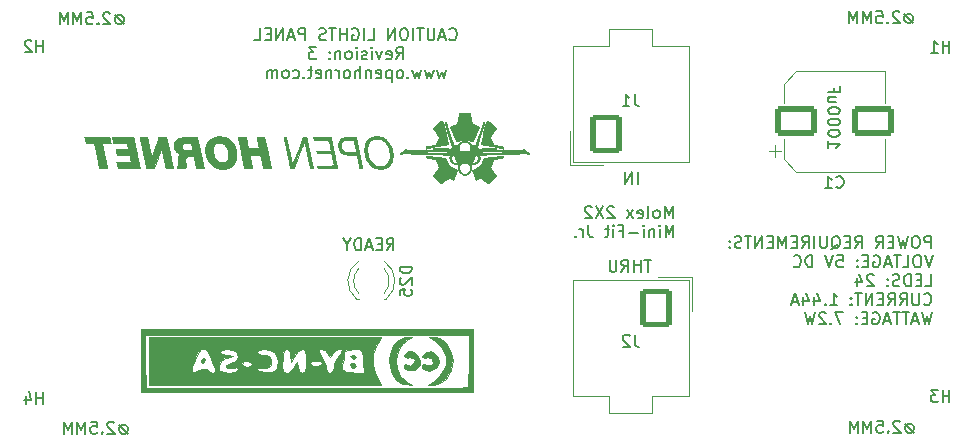
<source format=gbr>
%TF.GenerationSoftware,KiCad,Pcbnew,(6.0.9)*%
%TF.CreationDate,2023-03-29T18:39:05-08:00*%
%TF.ProjectId,CAUTION LIGHTS PANEL,43415554-494f-44e2-904c-494748545320,3*%
%TF.SameCoordinates,Original*%
%TF.FileFunction,Legend,Bot*%
%TF.FilePolarity,Positive*%
%FSLAX46Y46*%
G04 Gerber Fmt 4.6, Leading zero omitted, Abs format (unit mm)*
G04 Created by KiCad (PCBNEW (6.0.9)) date 2023-03-29 18:39:05*
%MOMM*%
%LPD*%
G01*
G04 APERTURE LIST*
G04 Aperture macros list*
%AMRoundRect*
0 Rectangle with rounded corners*
0 $1 Rounding radius*
0 $2 $3 $4 $5 $6 $7 $8 $9 X,Y pos of 4 corners*
0 Add a 4 corners polygon primitive as box body*
4,1,4,$2,$3,$4,$5,$6,$7,$8,$9,$2,$3,0*
0 Add four circle primitives for the rounded corners*
1,1,$1+$1,$2,$3*
1,1,$1+$1,$4,$5*
1,1,$1+$1,$6,$7*
1,1,$1+$1,$8,$9*
0 Add four rect primitives between the rounded corners*
20,1,$1+$1,$2,$3,$4,$5,0*
20,1,$1+$1,$4,$5,$6,$7,0*
20,1,$1+$1,$6,$7,$8,$9,0*
20,1,$1+$1,$8,$9,$2,$3,0*%
G04 Aperture macros list end*
%ADD10C,0.150000*%
%ADD11C,0.120000*%
%ADD12C,0.010000*%
%ADD13C,2.500000*%
%ADD14RoundRect,0.250000X-1.500000X-1.000000X1.500000X-1.000000X1.500000X1.000000X-1.500000X1.000000X0*%
%ADD15RoundRect,0.250001X-1.099999X-1.399999X1.099999X-1.399999X1.099999X1.399999X-1.099999X1.399999X0*%
%ADD16O,2.700000X3.300000*%
%ADD17RoundRect,0.250001X1.099999X1.399999X-1.099999X1.399999X-1.099999X-1.399999X1.099999X-1.399999X0*%
%ADD18R,1.800000X1.800000*%
%ADD19C,1.800000*%
G04 APERTURE END LIST*
D10*
X80035304Y4754620D02*
X80035304Y5754620D01*
X80035304Y5278429D02*
X79463876Y5278429D01*
X79463876Y4754620D02*
X79463876Y5754620D01*
X79082923Y5754620D02*
X78463876Y5754620D01*
X78797209Y5373667D01*
X78654352Y5373667D01*
X78559114Y5326048D01*
X78511495Y5278429D01*
X78463876Y5183191D01*
X78463876Y4945096D01*
X78511495Y4849858D01*
X78559114Y4802239D01*
X78654352Y4754620D01*
X78940066Y4754620D01*
X79035304Y4802239D01*
X79082923Y4849858D01*
X78460604Y17788820D02*
X78460604Y18788820D01*
X78079652Y18788820D01*
X77984414Y18741200D01*
X77936795Y18693581D01*
X77889176Y18598343D01*
X77889176Y18455486D01*
X77936795Y18360248D01*
X77984414Y18312629D01*
X78079652Y18265010D01*
X78460604Y18265010D01*
X77270128Y18788820D02*
X77079652Y18788820D01*
X76984414Y18741200D01*
X76889176Y18645962D01*
X76841557Y18455486D01*
X76841557Y18122153D01*
X76889176Y17931677D01*
X76984414Y17836439D01*
X77079652Y17788820D01*
X77270128Y17788820D01*
X77365366Y17836439D01*
X77460604Y17931677D01*
X77508223Y18122153D01*
X77508223Y18455486D01*
X77460604Y18645962D01*
X77365366Y18741200D01*
X77270128Y18788820D01*
X76508223Y18788820D02*
X76270128Y17788820D01*
X76079652Y18503105D01*
X75889176Y17788820D01*
X75651080Y18788820D01*
X75270128Y18312629D02*
X74936795Y18312629D01*
X74793938Y17788820D02*
X75270128Y17788820D01*
X75270128Y18788820D01*
X74793938Y18788820D01*
X73793938Y17788820D02*
X74127271Y18265010D01*
X74365366Y17788820D02*
X74365366Y18788820D01*
X73984414Y18788820D01*
X73889176Y18741200D01*
X73841557Y18693581D01*
X73793938Y18598343D01*
X73793938Y18455486D01*
X73841557Y18360248D01*
X73889176Y18312629D01*
X73984414Y18265010D01*
X74365366Y18265010D01*
X72032033Y17788820D02*
X72365366Y18265010D01*
X72603461Y17788820D02*
X72603461Y18788820D01*
X72222509Y18788820D01*
X72127271Y18741200D01*
X72079652Y18693581D01*
X72032033Y18598343D01*
X72032033Y18455486D01*
X72079652Y18360248D01*
X72127271Y18312629D01*
X72222509Y18265010D01*
X72603461Y18265010D01*
X71603461Y18312629D02*
X71270128Y18312629D01*
X71127271Y17788820D02*
X71603461Y17788820D01*
X71603461Y18788820D01*
X71127271Y18788820D01*
X70032033Y17693581D02*
X70127271Y17741200D01*
X70222509Y17836439D01*
X70365366Y17979296D01*
X70460604Y18026915D01*
X70555842Y18026915D01*
X70508223Y17788820D02*
X70603461Y17836439D01*
X70698700Y17931677D01*
X70746319Y18122153D01*
X70746319Y18455486D01*
X70698700Y18645962D01*
X70603461Y18741200D01*
X70508223Y18788820D01*
X70317747Y18788820D01*
X70222509Y18741200D01*
X70127271Y18645962D01*
X70079652Y18455486D01*
X70079652Y18122153D01*
X70127271Y17931677D01*
X70222509Y17836439D01*
X70317747Y17788820D01*
X70508223Y17788820D01*
X69651080Y18788820D02*
X69651080Y17979296D01*
X69603461Y17884058D01*
X69555842Y17836439D01*
X69460604Y17788820D01*
X69270128Y17788820D01*
X69174890Y17836439D01*
X69127271Y17884058D01*
X69079652Y17979296D01*
X69079652Y18788820D01*
X68603461Y17788820D02*
X68603461Y18788820D01*
X67555842Y17788820D02*
X67889176Y18265010D01*
X68127271Y17788820D02*
X68127271Y18788820D01*
X67746319Y18788820D01*
X67651080Y18741200D01*
X67603461Y18693581D01*
X67555842Y18598343D01*
X67555842Y18455486D01*
X67603461Y18360248D01*
X67651080Y18312629D01*
X67746319Y18265010D01*
X68127271Y18265010D01*
X67127271Y18312629D02*
X66793938Y18312629D01*
X66651080Y17788820D02*
X67127271Y17788820D01*
X67127271Y18788820D01*
X66651080Y18788820D01*
X66222509Y17788820D02*
X66222509Y18788820D01*
X65889176Y18074534D01*
X65555842Y18788820D01*
X65555842Y17788820D01*
X65079652Y18312629D02*
X64746319Y18312629D01*
X64603461Y17788820D02*
X65079652Y17788820D01*
X65079652Y18788820D01*
X64603461Y18788820D01*
X64174890Y17788820D02*
X64174890Y18788820D01*
X63603461Y17788820D01*
X63603461Y18788820D01*
X63270128Y18788820D02*
X62698700Y18788820D01*
X62984414Y17788820D02*
X62984414Y18788820D01*
X62412985Y17836439D02*
X62270128Y17788820D01*
X62032033Y17788820D01*
X61936795Y17836439D01*
X61889176Y17884058D01*
X61841557Y17979296D01*
X61841557Y18074534D01*
X61889176Y18169772D01*
X61936795Y18217391D01*
X62032033Y18265010D01*
X62222509Y18312629D01*
X62317747Y18360248D01*
X62365366Y18407867D01*
X62412985Y18503105D01*
X62412985Y18598343D01*
X62365366Y18693581D01*
X62317747Y18741200D01*
X62222509Y18788820D01*
X61984414Y18788820D01*
X61841557Y18741200D01*
X61412985Y17884058D02*
X61365366Y17836439D01*
X61412985Y17788820D01*
X61460604Y17836439D01*
X61412985Y17884058D01*
X61412985Y17788820D01*
X61412985Y18407867D02*
X61365366Y18360248D01*
X61412985Y18312629D01*
X61460604Y18360248D01*
X61412985Y18407867D01*
X61412985Y18312629D01*
X78603461Y17178820D02*
X78270128Y16178820D01*
X77936795Y17178820D01*
X77412985Y17178820D02*
X77222509Y17178820D01*
X77127271Y17131200D01*
X77032033Y17035962D01*
X76984414Y16845486D01*
X76984414Y16512153D01*
X77032033Y16321677D01*
X77127271Y16226439D01*
X77222509Y16178820D01*
X77412985Y16178820D01*
X77508223Y16226439D01*
X77603461Y16321677D01*
X77651080Y16512153D01*
X77651080Y16845486D01*
X77603461Y17035962D01*
X77508223Y17131200D01*
X77412985Y17178820D01*
X76079652Y16178820D02*
X76555842Y16178820D01*
X76555842Y17178820D01*
X75889176Y17178820D02*
X75317747Y17178820D01*
X75603461Y16178820D02*
X75603461Y17178820D01*
X75032033Y16464534D02*
X74555842Y16464534D01*
X75127271Y16178820D02*
X74793938Y17178820D01*
X74460604Y16178820D01*
X73603461Y17131200D02*
X73698700Y17178820D01*
X73841557Y17178820D01*
X73984414Y17131200D01*
X74079652Y17035962D01*
X74127271Y16940724D01*
X74174890Y16750248D01*
X74174890Y16607391D01*
X74127271Y16416915D01*
X74079652Y16321677D01*
X73984414Y16226439D01*
X73841557Y16178820D01*
X73746319Y16178820D01*
X73603461Y16226439D01*
X73555842Y16274058D01*
X73555842Y16607391D01*
X73746319Y16607391D01*
X73127271Y16702629D02*
X72793938Y16702629D01*
X72651080Y16178820D02*
X73127271Y16178820D01*
X73127271Y17178820D01*
X72651080Y17178820D01*
X72222509Y16274058D02*
X72174890Y16226439D01*
X72222509Y16178820D01*
X72270128Y16226439D01*
X72222509Y16274058D01*
X72222509Y16178820D01*
X72222509Y16797867D02*
X72174890Y16750248D01*
X72222509Y16702629D01*
X72270128Y16750248D01*
X72222509Y16797867D01*
X72222509Y16702629D01*
X70508223Y17178820D02*
X70984414Y17178820D01*
X71032033Y16702629D01*
X70984414Y16750248D01*
X70889176Y16797867D01*
X70651080Y16797867D01*
X70555842Y16750248D01*
X70508223Y16702629D01*
X70460604Y16607391D01*
X70460604Y16369296D01*
X70508223Y16274058D01*
X70555842Y16226439D01*
X70651080Y16178820D01*
X70889176Y16178820D01*
X70984414Y16226439D01*
X71032033Y16274058D01*
X70174890Y17178820D02*
X69841557Y16178820D01*
X69508223Y17178820D01*
X68412985Y16178820D02*
X68412985Y17178820D01*
X68174890Y17178820D01*
X68032033Y17131200D01*
X67936795Y17035962D01*
X67889176Y16940724D01*
X67841557Y16750248D01*
X67841557Y16607391D01*
X67889176Y16416915D01*
X67936795Y16321677D01*
X68032033Y16226439D01*
X68174890Y16178820D01*
X68412985Y16178820D01*
X66841557Y16274058D02*
X66889176Y16226439D01*
X67032033Y16178820D01*
X67127271Y16178820D01*
X67270128Y16226439D01*
X67365366Y16321677D01*
X67412985Y16416915D01*
X67460604Y16607391D01*
X67460604Y16750248D01*
X67412985Y16940724D01*
X67365366Y17035962D01*
X67270128Y17131200D01*
X67127271Y17178820D01*
X67032033Y17178820D01*
X66889176Y17131200D01*
X66841557Y17083581D01*
X77984414Y14568820D02*
X78460604Y14568820D01*
X78460604Y15568820D01*
X77651080Y15092629D02*
X77317747Y15092629D01*
X77174890Y14568820D02*
X77651080Y14568820D01*
X77651080Y15568820D01*
X77174890Y15568820D01*
X76746319Y14568820D02*
X76746319Y15568820D01*
X76508223Y15568820D01*
X76365366Y15521200D01*
X76270128Y15425962D01*
X76222509Y15330724D01*
X76174890Y15140248D01*
X76174890Y14997391D01*
X76222509Y14806915D01*
X76270128Y14711677D01*
X76365366Y14616439D01*
X76508223Y14568820D01*
X76746319Y14568820D01*
X75793938Y14616439D02*
X75651080Y14568820D01*
X75412985Y14568820D01*
X75317747Y14616439D01*
X75270128Y14664058D01*
X75222509Y14759296D01*
X75222509Y14854534D01*
X75270128Y14949772D01*
X75317747Y14997391D01*
X75412985Y15045010D01*
X75603461Y15092629D01*
X75698700Y15140248D01*
X75746319Y15187867D01*
X75793938Y15283105D01*
X75793938Y15378343D01*
X75746319Y15473581D01*
X75698700Y15521200D01*
X75603461Y15568820D01*
X75365366Y15568820D01*
X75222509Y15521200D01*
X74793938Y14664058D02*
X74746319Y14616439D01*
X74793938Y14568820D01*
X74841557Y14616439D01*
X74793938Y14664058D01*
X74793938Y14568820D01*
X74793938Y15187867D02*
X74746319Y15140248D01*
X74793938Y15092629D01*
X74841557Y15140248D01*
X74793938Y15187867D01*
X74793938Y15092629D01*
X73603461Y15473581D02*
X73555842Y15521200D01*
X73460604Y15568820D01*
X73222509Y15568820D01*
X73127271Y15521200D01*
X73079652Y15473581D01*
X73032033Y15378343D01*
X73032033Y15283105D01*
X73079652Y15140248D01*
X73651080Y14568820D01*
X73032033Y14568820D01*
X72174890Y15235486D02*
X72174890Y14568820D01*
X72412985Y15616439D02*
X72651080Y14902153D01*
X72032033Y14902153D01*
X77889176Y13054058D02*
X77936795Y13006439D01*
X78079652Y12958820D01*
X78174890Y12958820D01*
X78317747Y13006439D01*
X78412985Y13101677D01*
X78460604Y13196915D01*
X78508223Y13387391D01*
X78508223Y13530248D01*
X78460604Y13720724D01*
X78412985Y13815962D01*
X78317747Y13911200D01*
X78174890Y13958820D01*
X78079652Y13958820D01*
X77936795Y13911200D01*
X77889176Y13863581D01*
X77460604Y13958820D02*
X77460604Y13149296D01*
X77412985Y13054058D01*
X77365366Y13006439D01*
X77270128Y12958820D01*
X77079652Y12958820D01*
X76984414Y13006439D01*
X76936795Y13054058D01*
X76889176Y13149296D01*
X76889176Y13958820D01*
X75841557Y12958820D02*
X76174890Y13435010D01*
X76412985Y12958820D02*
X76412985Y13958820D01*
X76032033Y13958820D01*
X75936795Y13911200D01*
X75889176Y13863581D01*
X75841557Y13768343D01*
X75841557Y13625486D01*
X75889176Y13530248D01*
X75936795Y13482629D01*
X76032033Y13435010D01*
X76412985Y13435010D01*
X74841557Y12958820D02*
X75174890Y13435010D01*
X75412985Y12958820D02*
X75412985Y13958820D01*
X75032033Y13958820D01*
X74936795Y13911200D01*
X74889176Y13863581D01*
X74841557Y13768343D01*
X74841557Y13625486D01*
X74889176Y13530248D01*
X74936795Y13482629D01*
X75032033Y13435010D01*
X75412985Y13435010D01*
X74412985Y13482629D02*
X74079652Y13482629D01*
X73936795Y12958820D02*
X74412985Y12958820D01*
X74412985Y13958820D01*
X73936795Y13958820D01*
X73508223Y12958820D02*
X73508223Y13958820D01*
X72936795Y12958820D01*
X72936795Y13958820D01*
X72603461Y13958820D02*
X72032033Y13958820D01*
X72317747Y12958820D02*
X72317747Y13958820D01*
X71698700Y13054058D02*
X71651080Y13006439D01*
X71698700Y12958820D01*
X71746319Y13006439D01*
X71698700Y13054058D01*
X71698700Y12958820D01*
X71698700Y13577867D02*
X71651080Y13530248D01*
X71698700Y13482629D01*
X71746319Y13530248D01*
X71698700Y13577867D01*
X71698700Y13482629D01*
X69936795Y12958820D02*
X70508223Y12958820D01*
X70222509Y12958820D02*
X70222509Y13958820D01*
X70317747Y13815962D01*
X70412985Y13720724D01*
X70508223Y13673105D01*
X69508223Y13054058D02*
X69460604Y13006439D01*
X69508223Y12958820D01*
X69555842Y13006439D01*
X69508223Y13054058D01*
X69508223Y12958820D01*
X68603461Y13625486D02*
X68603461Y12958820D01*
X68841557Y14006439D02*
X69079652Y13292153D01*
X68460604Y13292153D01*
X67651080Y13625486D02*
X67651080Y12958820D01*
X67889176Y14006439D02*
X68127271Y13292153D01*
X67508223Y13292153D01*
X67174890Y13244534D02*
X66698700Y13244534D01*
X67270128Y12958820D02*
X66936795Y13958820D01*
X66603461Y12958820D01*
X78555842Y12348820D02*
X78317747Y11348820D01*
X78127271Y12063105D01*
X77936795Y11348820D01*
X77698700Y12348820D01*
X77365366Y11634534D02*
X76889176Y11634534D01*
X77460604Y11348820D02*
X77127271Y12348820D01*
X76793938Y11348820D01*
X76603461Y12348820D02*
X76032033Y12348820D01*
X76317747Y11348820D02*
X76317747Y12348820D01*
X75841557Y12348820D02*
X75270128Y12348820D01*
X75555842Y11348820D02*
X75555842Y12348820D01*
X74984414Y11634534D02*
X74508223Y11634534D01*
X75079652Y11348820D02*
X74746319Y12348820D01*
X74412985Y11348820D01*
X73555842Y12301200D02*
X73651080Y12348820D01*
X73793938Y12348820D01*
X73936795Y12301200D01*
X74032033Y12205962D01*
X74079652Y12110724D01*
X74127271Y11920248D01*
X74127271Y11777391D01*
X74079652Y11586915D01*
X74032033Y11491677D01*
X73936795Y11396439D01*
X73793938Y11348820D01*
X73698700Y11348820D01*
X73555842Y11396439D01*
X73508223Y11444058D01*
X73508223Y11777391D01*
X73698700Y11777391D01*
X73079652Y11872629D02*
X72746319Y11872629D01*
X72603461Y11348820D02*
X73079652Y11348820D01*
X73079652Y12348820D01*
X72603461Y12348820D01*
X72174890Y11444058D02*
X72127271Y11396439D01*
X72174890Y11348820D01*
X72222509Y11396439D01*
X72174890Y11444058D01*
X72174890Y11348820D01*
X72174890Y11967867D02*
X72127271Y11920248D01*
X72174890Y11872629D01*
X72222509Y11920248D01*
X72174890Y11967867D01*
X72174890Y11872629D01*
X71032033Y12348820D02*
X70365366Y12348820D01*
X70793938Y11348820D01*
X69984414Y11444058D02*
X69936795Y11396439D01*
X69984414Y11348820D01*
X70032033Y11396439D01*
X69984414Y11444058D01*
X69984414Y11348820D01*
X69555842Y12253581D02*
X69508223Y12301200D01*
X69412985Y12348820D01*
X69174890Y12348820D01*
X69079652Y12301200D01*
X69032033Y12253581D01*
X68984414Y12158343D01*
X68984414Y12063105D01*
X69032033Y11920248D01*
X69603461Y11348820D01*
X68984414Y11348820D01*
X68651080Y12348820D02*
X68412985Y11348820D01*
X68222509Y12063105D01*
X68032033Y11348820D01*
X67793938Y12348820D01*
X69753819Y26847391D02*
X69753819Y26275962D01*
X69753819Y26561677D02*
X70753819Y26561677D01*
X70610961Y26466439D01*
X70515723Y26371200D01*
X70468104Y26275962D01*
X70753819Y27466439D02*
X70753819Y27561677D01*
X70706200Y27656915D01*
X70658580Y27704534D01*
X70563342Y27752153D01*
X70372866Y27799772D01*
X70134771Y27799772D01*
X69944295Y27752153D01*
X69849057Y27704534D01*
X69801438Y27656915D01*
X69753819Y27561677D01*
X69753819Y27466439D01*
X69801438Y27371200D01*
X69849057Y27323581D01*
X69944295Y27275962D01*
X70134771Y27228343D01*
X70372866Y27228343D01*
X70563342Y27275962D01*
X70658580Y27323581D01*
X70706200Y27371200D01*
X70753819Y27466439D01*
X70753819Y28418820D02*
X70753819Y28514058D01*
X70706200Y28609296D01*
X70658580Y28656915D01*
X70563342Y28704534D01*
X70372866Y28752153D01*
X70134771Y28752153D01*
X69944295Y28704534D01*
X69849057Y28656915D01*
X69801438Y28609296D01*
X69753819Y28514058D01*
X69753819Y28418820D01*
X69801438Y28323581D01*
X69849057Y28275962D01*
X69944295Y28228343D01*
X70134771Y28180724D01*
X70372866Y28180724D01*
X70563342Y28228343D01*
X70658580Y28275962D01*
X70706200Y28323581D01*
X70753819Y28418820D01*
X70753819Y29371200D02*
X70753819Y29466439D01*
X70706200Y29561677D01*
X70658580Y29609296D01*
X70563342Y29656915D01*
X70372866Y29704534D01*
X70134771Y29704534D01*
X69944295Y29656915D01*
X69849057Y29609296D01*
X69801438Y29561677D01*
X69753819Y29466439D01*
X69753819Y29371200D01*
X69801438Y29275962D01*
X69849057Y29228343D01*
X69944295Y29180724D01*
X70134771Y29133105D01*
X70372866Y29133105D01*
X70563342Y29180724D01*
X70658580Y29228343D01*
X70706200Y29275962D01*
X70753819Y29371200D01*
X70420485Y30561677D02*
X69753819Y30561677D01*
X70420485Y30133105D02*
X69896676Y30133105D01*
X69801438Y30180724D01*
X69753819Y30275962D01*
X69753819Y30418820D01*
X69801438Y30514058D01*
X69849057Y30561677D01*
X70277628Y31371200D02*
X70277628Y31037867D01*
X69753819Y31037867D02*
X70753819Y31037867D01*
X70753819Y31514058D01*
X56587628Y20323820D02*
X56587628Y21323820D01*
X56254295Y20609534D01*
X55920961Y21323820D01*
X55920961Y20323820D01*
X55301914Y20323820D02*
X55397152Y20371439D01*
X55444771Y20419058D01*
X55492390Y20514296D01*
X55492390Y20800010D01*
X55444771Y20895248D01*
X55397152Y20942867D01*
X55301914Y20990486D01*
X55159057Y20990486D01*
X55063819Y20942867D01*
X55016200Y20895248D01*
X54968580Y20800010D01*
X54968580Y20514296D01*
X55016200Y20419058D01*
X55063819Y20371439D01*
X55159057Y20323820D01*
X55301914Y20323820D01*
X54397152Y20323820D02*
X54492390Y20371439D01*
X54540009Y20466677D01*
X54540009Y21323820D01*
X53635247Y20371439D02*
X53730485Y20323820D01*
X53920961Y20323820D01*
X54016200Y20371439D01*
X54063819Y20466677D01*
X54063819Y20847629D01*
X54016200Y20942867D01*
X53920961Y20990486D01*
X53730485Y20990486D01*
X53635247Y20942867D01*
X53587628Y20847629D01*
X53587628Y20752391D01*
X54063819Y20657153D01*
X53254295Y20323820D02*
X52730485Y20990486D01*
X53254295Y20990486D02*
X52730485Y20323820D01*
X51635247Y21228581D02*
X51587628Y21276200D01*
X51492390Y21323820D01*
X51254295Y21323820D01*
X51159057Y21276200D01*
X51111438Y21228581D01*
X51063819Y21133343D01*
X51063819Y21038105D01*
X51111438Y20895248D01*
X51682866Y20323820D01*
X51063819Y20323820D01*
X50730485Y21323820D02*
X50063819Y20323820D01*
X50063819Y21323820D02*
X50730485Y20323820D01*
X49730485Y21228581D02*
X49682866Y21276200D01*
X49587628Y21323820D01*
X49349533Y21323820D01*
X49254295Y21276200D01*
X49206676Y21228581D01*
X49159057Y21133343D01*
X49159057Y21038105D01*
X49206676Y20895248D01*
X49778104Y20323820D01*
X49159057Y20323820D01*
X56659057Y18713820D02*
X56659057Y19713820D01*
X56325723Y18999534D01*
X55992390Y19713820D01*
X55992390Y18713820D01*
X55516200Y18713820D02*
X55516200Y19380486D01*
X55516200Y19713820D02*
X55563819Y19666200D01*
X55516200Y19618581D01*
X55468580Y19666200D01*
X55516200Y19713820D01*
X55516200Y19618581D01*
X55040009Y19380486D02*
X55040009Y18713820D01*
X55040009Y19285248D02*
X54992390Y19332867D01*
X54897152Y19380486D01*
X54754295Y19380486D01*
X54659057Y19332867D01*
X54611438Y19237629D01*
X54611438Y18713820D01*
X54135247Y18713820D02*
X54135247Y19380486D01*
X54135247Y19713820D02*
X54182866Y19666200D01*
X54135247Y19618581D01*
X54087628Y19666200D01*
X54135247Y19713820D01*
X54135247Y19618581D01*
X53659057Y19094772D02*
X52897152Y19094772D01*
X52087628Y19237629D02*
X52420961Y19237629D01*
X52420961Y18713820D02*
X52420961Y19713820D01*
X51944771Y19713820D01*
X51563819Y18713820D02*
X51563819Y19380486D01*
X51563819Y19713820D02*
X51611438Y19666200D01*
X51563819Y19618581D01*
X51516200Y19666200D01*
X51563819Y19713820D01*
X51563819Y19618581D01*
X51230485Y19380486D02*
X50849533Y19380486D01*
X51087628Y19713820D02*
X51087628Y18856677D01*
X51040009Y18761439D01*
X50944771Y18713820D01*
X50849533Y18713820D01*
X49468580Y19713820D02*
X49468580Y18999534D01*
X49516200Y18856677D01*
X49611438Y18761439D01*
X49754295Y18713820D01*
X49849533Y18713820D01*
X48992390Y18713820D02*
X48992390Y19380486D01*
X48992390Y19190010D02*
X48944771Y19285248D01*
X48897152Y19332867D01*
X48801914Y19380486D01*
X48706676Y19380486D01*
X48373342Y18809058D02*
X48325723Y18761439D01*
X48373342Y18713820D01*
X48420961Y18761439D01*
X48373342Y18809058D01*
X48373342Y18713820D01*
X54779533Y16788820D02*
X54208104Y16788820D01*
X54493819Y15788820D02*
X54493819Y16788820D01*
X53874771Y15788820D02*
X53874771Y16788820D01*
X53874771Y16312629D02*
X53303342Y16312629D01*
X53303342Y15788820D02*
X53303342Y16788820D01*
X52255723Y15788820D02*
X52589057Y16265010D01*
X52827152Y15788820D02*
X52827152Y16788820D01*
X52446200Y16788820D01*
X52350961Y16741200D01*
X52303342Y16693581D01*
X52255723Y16598343D01*
X52255723Y16455486D01*
X52303342Y16360248D01*
X52350961Y16312629D01*
X52446200Y16265010D01*
X52827152Y16265010D01*
X51827152Y16788820D02*
X51827152Y15979296D01*
X51779533Y15884058D01*
X51731914Y15836439D01*
X51636676Y15788820D01*
X51446200Y15788820D01*
X51350961Y15836439D01*
X51303342Y15884058D01*
X51255723Y15979296D01*
X51255723Y16788820D01*
X3301904Y34396420D02*
X3301904Y35396420D01*
X3301904Y34920229D02*
X2730476Y34920229D01*
X2730476Y34396420D02*
X2730476Y35396420D01*
X2301904Y35301181D02*
X2254285Y35348800D01*
X2159047Y35396420D01*
X1920952Y35396420D01*
X1825714Y35348800D01*
X1778095Y35301181D01*
X1730476Y35205943D01*
X1730476Y35110705D01*
X1778095Y34967848D01*
X2349523Y34396420D01*
X1730476Y34396420D01*
X76698171Y37596724D02*
X76507695Y37596724D01*
X76317219Y37501486D01*
X76221980Y37311010D01*
X76221980Y37120534D01*
X76317219Y36930058D01*
X76507695Y36834820D01*
X76698171Y36834820D01*
X76888647Y36930058D01*
X76983885Y37120534D01*
X76983885Y37311010D01*
X76888647Y37501486D01*
X76698171Y37596724D01*
X76221980Y37596724D02*
X76983885Y36834820D01*
X75793409Y37739581D02*
X75745790Y37787200D01*
X75650552Y37834820D01*
X75412457Y37834820D01*
X75317219Y37787200D01*
X75269600Y37739581D01*
X75221980Y37644343D01*
X75221980Y37549105D01*
X75269600Y37406248D01*
X75841028Y36834820D01*
X75221980Y36834820D01*
X74793409Y36930058D02*
X74745790Y36882439D01*
X74793409Y36834820D01*
X74841028Y36882439D01*
X74793409Y36930058D01*
X74793409Y36834820D01*
X73841028Y37834820D02*
X74317219Y37834820D01*
X74364838Y37358629D01*
X74317219Y37406248D01*
X74221980Y37453867D01*
X73983885Y37453867D01*
X73888647Y37406248D01*
X73841028Y37358629D01*
X73793409Y37263391D01*
X73793409Y37025296D01*
X73841028Y36930058D01*
X73888647Y36882439D01*
X73983885Y36834820D01*
X74221980Y36834820D01*
X74317219Y36882439D01*
X74364838Y36930058D01*
X73364838Y36834820D02*
X73364838Y37834820D01*
X73031504Y37120534D01*
X72698171Y37834820D01*
X72698171Y36834820D01*
X72221980Y36834820D02*
X72221980Y37834820D01*
X71888647Y37120534D01*
X71555314Y37834820D01*
X71555314Y36834820D01*
X37698961Y35492058D02*
X37746580Y35444439D01*
X37889438Y35396820D01*
X37984676Y35396820D01*
X38127533Y35444439D01*
X38222771Y35539677D01*
X38270390Y35634915D01*
X38318009Y35825391D01*
X38318009Y35968248D01*
X38270390Y36158724D01*
X38222771Y36253962D01*
X38127533Y36349200D01*
X37984676Y36396820D01*
X37889438Y36396820D01*
X37746580Y36349200D01*
X37698961Y36301581D01*
X37318009Y35682534D02*
X36841819Y35682534D01*
X37413247Y35396820D02*
X37079914Y36396820D01*
X36746580Y35396820D01*
X36413247Y36396820D02*
X36413247Y35587296D01*
X36365628Y35492058D01*
X36318009Y35444439D01*
X36222771Y35396820D01*
X36032295Y35396820D01*
X35937057Y35444439D01*
X35889438Y35492058D01*
X35841819Y35587296D01*
X35841819Y36396820D01*
X35508485Y36396820D02*
X34937057Y36396820D01*
X35222771Y35396820D02*
X35222771Y36396820D01*
X34603723Y35396820D02*
X34603723Y36396820D01*
X33937057Y36396820D02*
X33746580Y36396820D01*
X33651342Y36349200D01*
X33556104Y36253962D01*
X33508485Y36063486D01*
X33508485Y35730153D01*
X33556104Y35539677D01*
X33651342Y35444439D01*
X33746580Y35396820D01*
X33937057Y35396820D01*
X34032295Y35444439D01*
X34127533Y35539677D01*
X34175152Y35730153D01*
X34175152Y36063486D01*
X34127533Y36253962D01*
X34032295Y36349200D01*
X33937057Y36396820D01*
X33079914Y35396820D02*
X33079914Y36396820D01*
X32508485Y35396820D01*
X32508485Y36396820D01*
X30794200Y35396820D02*
X31270390Y35396820D01*
X31270390Y36396820D01*
X30460866Y35396820D02*
X30460866Y36396820D01*
X29460866Y36349200D02*
X29556104Y36396820D01*
X29698961Y36396820D01*
X29841819Y36349200D01*
X29937057Y36253962D01*
X29984676Y36158724D01*
X30032295Y35968248D01*
X30032295Y35825391D01*
X29984676Y35634915D01*
X29937057Y35539677D01*
X29841819Y35444439D01*
X29698961Y35396820D01*
X29603723Y35396820D01*
X29460866Y35444439D01*
X29413247Y35492058D01*
X29413247Y35825391D01*
X29603723Y35825391D01*
X28984676Y35396820D02*
X28984676Y36396820D01*
X28984676Y35920629D02*
X28413247Y35920629D01*
X28413247Y35396820D02*
X28413247Y36396820D01*
X28079914Y36396820D02*
X27508485Y36396820D01*
X27794200Y35396820D02*
X27794200Y36396820D01*
X27222771Y35444439D02*
X27079914Y35396820D01*
X26841819Y35396820D01*
X26746580Y35444439D01*
X26698961Y35492058D01*
X26651342Y35587296D01*
X26651342Y35682534D01*
X26698961Y35777772D01*
X26746580Y35825391D01*
X26841819Y35873010D01*
X27032295Y35920629D01*
X27127533Y35968248D01*
X27175152Y36015867D01*
X27222771Y36111105D01*
X27222771Y36206343D01*
X27175152Y36301581D01*
X27127533Y36349200D01*
X27032295Y36396820D01*
X26794200Y36396820D01*
X26651342Y36349200D01*
X25460866Y35396820D02*
X25460866Y36396820D01*
X25079914Y36396820D01*
X24984676Y36349200D01*
X24937057Y36301581D01*
X24889438Y36206343D01*
X24889438Y36063486D01*
X24937057Y35968248D01*
X24984676Y35920629D01*
X25079914Y35873010D01*
X25460866Y35873010D01*
X24508485Y35682534D02*
X24032295Y35682534D01*
X24603723Y35396820D02*
X24270390Y36396820D01*
X23937057Y35396820D01*
X23603723Y35396820D02*
X23603723Y36396820D01*
X23032295Y35396820D01*
X23032295Y36396820D01*
X22556104Y35920629D02*
X22222771Y35920629D01*
X22079914Y35396820D02*
X22556104Y35396820D01*
X22556104Y36396820D01*
X22079914Y36396820D01*
X21175152Y35396820D02*
X21651342Y35396820D01*
X21651342Y36396820D01*
X33175152Y33786820D02*
X33508485Y34263010D01*
X33746580Y33786820D02*
X33746580Y34786820D01*
X33365628Y34786820D01*
X33270390Y34739200D01*
X33222771Y34691581D01*
X33175152Y34596343D01*
X33175152Y34453486D01*
X33222771Y34358248D01*
X33270390Y34310629D01*
X33365628Y34263010D01*
X33746580Y34263010D01*
X32365628Y33834439D02*
X32460866Y33786820D01*
X32651342Y33786820D01*
X32746580Y33834439D01*
X32794200Y33929677D01*
X32794200Y34310629D01*
X32746580Y34405867D01*
X32651342Y34453486D01*
X32460866Y34453486D01*
X32365628Y34405867D01*
X32318009Y34310629D01*
X32318009Y34215391D01*
X32794200Y34120153D01*
X31984676Y34453486D02*
X31746580Y33786820D01*
X31508485Y34453486D01*
X31127533Y33786820D02*
X31127533Y34453486D01*
X31127533Y34786820D02*
X31175152Y34739200D01*
X31127533Y34691581D01*
X31079914Y34739200D01*
X31127533Y34786820D01*
X31127533Y34691581D01*
X30698961Y33834439D02*
X30603723Y33786820D01*
X30413247Y33786820D01*
X30318009Y33834439D01*
X30270390Y33929677D01*
X30270390Y33977296D01*
X30318009Y34072534D01*
X30413247Y34120153D01*
X30556104Y34120153D01*
X30651342Y34167772D01*
X30698961Y34263010D01*
X30698961Y34310629D01*
X30651342Y34405867D01*
X30556104Y34453486D01*
X30413247Y34453486D01*
X30318009Y34405867D01*
X29841819Y33786820D02*
X29841819Y34453486D01*
X29841819Y34786820D02*
X29889438Y34739200D01*
X29841819Y34691581D01*
X29794200Y34739200D01*
X29841819Y34786820D01*
X29841819Y34691581D01*
X29222771Y33786820D02*
X29318009Y33834439D01*
X29365628Y33882058D01*
X29413247Y33977296D01*
X29413247Y34263010D01*
X29365628Y34358248D01*
X29318009Y34405867D01*
X29222771Y34453486D01*
X29079914Y34453486D01*
X28984676Y34405867D01*
X28937057Y34358248D01*
X28889438Y34263010D01*
X28889438Y33977296D01*
X28937057Y33882058D01*
X28984676Y33834439D01*
X29079914Y33786820D01*
X29222771Y33786820D01*
X28460866Y34453486D02*
X28460866Y33786820D01*
X28460866Y34358248D02*
X28413247Y34405867D01*
X28318009Y34453486D01*
X28175152Y34453486D01*
X28079914Y34405867D01*
X28032295Y34310629D01*
X28032295Y33786820D01*
X27556104Y33882058D02*
X27508485Y33834439D01*
X27556104Y33786820D01*
X27603723Y33834439D01*
X27556104Y33882058D01*
X27556104Y33786820D01*
X27556104Y34405867D02*
X27508485Y34358248D01*
X27556104Y34310629D01*
X27603723Y34358248D01*
X27556104Y34405867D01*
X27556104Y34310629D01*
X26413247Y34786820D02*
X25794200Y34786820D01*
X26127533Y34405867D01*
X25984676Y34405867D01*
X25889438Y34358248D01*
X25841819Y34310629D01*
X25794200Y34215391D01*
X25794200Y33977296D01*
X25841819Y33882058D01*
X25889438Y33834439D01*
X25984676Y33786820D01*
X26270390Y33786820D01*
X26365628Y33834439D01*
X26413247Y33882058D01*
X37413247Y32843486D02*
X37222771Y32176820D01*
X37032295Y32653010D01*
X36841819Y32176820D01*
X36651342Y32843486D01*
X36365628Y32843486D02*
X36175152Y32176820D01*
X35984676Y32653010D01*
X35794200Y32176820D01*
X35603723Y32843486D01*
X35318009Y32843486D02*
X35127533Y32176820D01*
X34937057Y32653010D01*
X34746580Y32176820D01*
X34556104Y32843486D01*
X34175152Y32272058D02*
X34127533Y32224439D01*
X34175152Y32176820D01*
X34222771Y32224439D01*
X34175152Y32272058D01*
X34175152Y32176820D01*
X33556104Y32176820D02*
X33651342Y32224439D01*
X33698961Y32272058D01*
X33746580Y32367296D01*
X33746580Y32653010D01*
X33698961Y32748248D01*
X33651342Y32795867D01*
X33556104Y32843486D01*
X33413247Y32843486D01*
X33318009Y32795867D01*
X33270390Y32748248D01*
X33222771Y32653010D01*
X33222771Y32367296D01*
X33270390Y32272058D01*
X33318009Y32224439D01*
X33413247Y32176820D01*
X33556104Y32176820D01*
X32794200Y32843486D02*
X32794200Y31843486D01*
X32794200Y32795867D02*
X32698961Y32843486D01*
X32508485Y32843486D01*
X32413247Y32795867D01*
X32365628Y32748248D01*
X32318009Y32653010D01*
X32318009Y32367296D01*
X32365628Y32272058D01*
X32413247Y32224439D01*
X32508485Y32176820D01*
X32698961Y32176820D01*
X32794200Y32224439D01*
X31508485Y32224439D02*
X31603723Y32176820D01*
X31794200Y32176820D01*
X31889438Y32224439D01*
X31937057Y32319677D01*
X31937057Y32700629D01*
X31889438Y32795867D01*
X31794200Y32843486D01*
X31603723Y32843486D01*
X31508485Y32795867D01*
X31460866Y32700629D01*
X31460866Y32605391D01*
X31937057Y32510153D01*
X31032295Y32843486D02*
X31032295Y32176820D01*
X31032295Y32748248D02*
X30984676Y32795867D01*
X30889438Y32843486D01*
X30746580Y32843486D01*
X30651342Y32795867D01*
X30603723Y32700629D01*
X30603723Y32176820D01*
X30127533Y32176820D02*
X30127533Y33176820D01*
X29698961Y32176820D02*
X29698961Y32700629D01*
X29746580Y32795867D01*
X29841819Y32843486D01*
X29984676Y32843486D01*
X30079914Y32795867D01*
X30127533Y32748248D01*
X29079914Y32176820D02*
X29175152Y32224439D01*
X29222771Y32272058D01*
X29270390Y32367296D01*
X29270390Y32653010D01*
X29222771Y32748248D01*
X29175152Y32795867D01*
X29079914Y32843486D01*
X28937057Y32843486D01*
X28841819Y32795867D01*
X28794200Y32748248D01*
X28746580Y32653010D01*
X28746580Y32367296D01*
X28794200Y32272058D01*
X28841819Y32224439D01*
X28937057Y32176820D01*
X29079914Y32176820D01*
X28318009Y32176820D02*
X28318009Y32843486D01*
X28318009Y32653010D02*
X28270390Y32748248D01*
X28222771Y32795867D01*
X28127533Y32843486D01*
X28032295Y32843486D01*
X27698961Y32843486D02*
X27698961Y32176820D01*
X27698961Y32748248D02*
X27651342Y32795867D01*
X27556104Y32843486D01*
X27413247Y32843486D01*
X27318009Y32795867D01*
X27270390Y32700629D01*
X27270390Y32176820D01*
X26413247Y32224439D02*
X26508485Y32176820D01*
X26698961Y32176820D01*
X26794200Y32224439D01*
X26841819Y32319677D01*
X26841819Y32700629D01*
X26794200Y32795867D01*
X26698961Y32843486D01*
X26508485Y32843486D01*
X26413247Y32795867D01*
X26365628Y32700629D01*
X26365628Y32605391D01*
X26841819Y32510153D01*
X26079914Y32843486D02*
X25698961Y32843486D01*
X25937057Y33176820D02*
X25937057Y32319677D01*
X25889438Y32224439D01*
X25794200Y32176820D01*
X25698961Y32176820D01*
X25365628Y32272058D02*
X25318009Y32224439D01*
X25365628Y32176820D01*
X25413247Y32224439D01*
X25365628Y32272058D01*
X25365628Y32176820D01*
X24460866Y32224439D02*
X24556104Y32176820D01*
X24746580Y32176820D01*
X24841819Y32224439D01*
X24889438Y32272058D01*
X24937057Y32367296D01*
X24937057Y32653010D01*
X24889438Y32748248D01*
X24841819Y32795867D01*
X24746580Y32843486D01*
X24556104Y32843486D01*
X24460866Y32795867D01*
X23889438Y32176820D02*
X23984676Y32224439D01*
X24032295Y32272058D01*
X24079914Y32367296D01*
X24079914Y32653010D01*
X24032295Y32748248D01*
X23984676Y32795867D01*
X23889438Y32843486D01*
X23746580Y32843486D01*
X23651342Y32795867D01*
X23603723Y32748248D01*
X23556104Y32653010D01*
X23556104Y32367296D01*
X23603723Y32272058D01*
X23651342Y32224439D01*
X23746580Y32176820D01*
X23889438Y32176820D01*
X23127533Y32176820D02*
X23127533Y32843486D01*
X23127533Y32748248D02*
X23079914Y32795867D01*
X22984676Y32843486D01*
X22841819Y32843486D01*
X22746580Y32795867D01*
X22698961Y32700629D01*
X22698961Y32176820D01*
X22698961Y32700629D02*
X22651342Y32795867D01*
X22556104Y32843486D01*
X22413247Y32843486D01*
X22318009Y32795867D01*
X22270390Y32700629D01*
X22270390Y32176820D01*
X3301904Y4602220D02*
X3301904Y5602220D01*
X3301904Y5126029D02*
X2730476Y5126029D01*
X2730476Y4602220D02*
X2730476Y5602220D01*
X1825714Y5268886D02*
X1825714Y4602220D01*
X2063809Y5649839D02*
X2301904Y4935553D01*
X1682857Y4935553D01*
X9845371Y37495124D02*
X9654895Y37495124D01*
X9464419Y37399886D01*
X9369180Y37209410D01*
X9369180Y37018934D01*
X9464419Y36828458D01*
X9654895Y36733220D01*
X9845371Y36733220D01*
X10035847Y36828458D01*
X10131085Y37018934D01*
X10131085Y37209410D01*
X10035847Y37399886D01*
X9845371Y37495124D01*
X9369180Y37495124D02*
X10131085Y36733220D01*
X8940609Y37637981D02*
X8892990Y37685600D01*
X8797752Y37733220D01*
X8559657Y37733220D01*
X8464419Y37685600D01*
X8416800Y37637981D01*
X8369180Y37542743D01*
X8369180Y37447505D01*
X8416800Y37304648D01*
X8988228Y36733220D01*
X8369180Y36733220D01*
X7940609Y36828458D02*
X7892990Y36780839D01*
X7940609Y36733220D01*
X7988228Y36780839D01*
X7940609Y36828458D01*
X7940609Y36733220D01*
X6988228Y37733220D02*
X7464419Y37733220D01*
X7512038Y37257029D01*
X7464419Y37304648D01*
X7369180Y37352267D01*
X7131085Y37352267D01*
X7035847Y37304648D01*
X6988228Y37257029D01*
X6940609Y37161791D01*
X6940609Y36923696D01*
X6988228Y36828458D01*
X7035847Y36780839D01*
X7131085Y36733220D01*
X7369180Y36733220D01*
X7464419Y36780839D01*
X7512038Y36828458D01*
X6512038Y36733220D02*
X6512038Y37733220D01*
X6178704Y37018934D01*
X5845371Y37733220D01*
X5845371Y36733220D01*
X5369180Y36733220D02*
X5369180Y37733220D01*
X5035847Y37018934D01*
X4702514Y37733220D01*
X4702514Y36733220D01*
X80035304Y34345620D02*
X80035304Y35345620D01*
X80035304Y34869429D02*
X79463876Y34869429D01*
X79463876Y34345620D02*
X79463876Y35345620D01*
X78463876Y34345620D02*
X79035304Y34345620D01*
X78749590Y34345620D02*
X78749590Y35345620D01*
X78844828Y35202762D01*
X78940066Y35107524D01*
X79035304Y35059905D01*
X10200971Y2849524D02*
X10010495Y2849524D01*
X9820019Y2754286D01*
X9724780Y2563810D01*
X9724780Y2373334D01*
X9820019Y2182858D01*
X10010495Y2087620D01*
X10200971Y2087620D01*
X10391447Y2182858D01*
X10486685Y2373334D01*
X10486685Y2563810D01*
X10391447Y2754286D01*
X10200971Y2849524D01*
X9724780Y2849524D02*
X10486685Y2087620D01*
X9296209Y2992381D02*
X9248590Y3040000D01*
X9153352Y3087620D01*
X8915257Y3087620D01*
X8820019Y3040000D01*
X8772400Y2992381D01*
X8724780Y2897143D01*
X8724780Y2801905D01*
X8772400Y2659048D01*
X9343828Y2087620D01*
X8724780Y2087620D01*
X8296209Y2182858D02*
X8248590Y2135239D01*
X8296209Y2087620D01*
X8343828Y2135239D01*
X8296209Y2182858D01*
X8296209Y2087620D01*
X7343828Y3087620D02*
X7820019Y3087620D01*
X7867638Y2611429D01*
X7820019Y2659048D01*
X7724780Y2706667D01*
X7486685Y2706667D01*
X7391447Y2659048D01*
X7343828Y2611429D01*
X7296209Y2516191D01*
X7296209Y2278096D01*
X7343828Y2182858D01*
X7391447Y2135239D01*
X7486685Y2087620D01*
X7724780Y2087620D01*
X7820019Y2135239D01*
X7867638Y2182858D01*
X6867638Y2087620D02*
X6867638Y3087620D01*
X6534304Y2373334D01*
X6200971Y3087620D01*
X6200971Y2087620D01*
X5724780Y2087620D02*
X5724780Y3087620D01*
X5391447Y2373334D01*
X5058114Y3087620D01*
X5058114Y2087620D01*
X76748971Y2925724D02*
X76558495Y2925724D01*
X76368019Y2830486D01*
X76272780Y2640010D01*
X76272780Y2449534D01*
X76368019Y2259058D01*
X76558495Y2163820D01*
X76748971Y2163820D01*
X76939447Y2259058D01*
X77034685Y2449534D01*
X77034685Y2640010D01*
X76939447Y2830486D01*
X76748971Y2925724D01*
X76272780Y2925724D02*
X77034685Y2163820D01*
X75844209Y3068581D02*
X75796590Y3116200D01*
X75701352Y3163820D01*
X75463257Y3163820D01*
X75368019Y3116200D01*
X75320400Y3068581D01*
X75272780Y2973343D01*
X75272780Y2878105D01*
X75320400Y2735248D01*
X75891828Y2163820D01*
X75272780Y2163820D01*
X74844209Y2259058D02*
X74796590Y2211439D01*
X74844209Y2163820D01*
X74891828Y2211439D01*
X74844209Y2259058D01*
X74844209Y2163820D01*
X73891828Y3163820D02*
X74368019Y3163820D01*
X74415638Y2687629D01*
X74368019Y2735248D01*
X74272780Y2782867D01*
X74034685Y2782867D01*
X73939447Y2735248D01*
X73891828Y2687629D01*
X73844209Y2592391D01*
X73844209Y2354296D01*
X73891828Y2259058D01*
X73939447Y2211439D01*
X74034685Y2163820D01*
X74272780Y2163820D01*
X74368019Y2211439D01*
X74415638Y2259058D01*
X73415638Y2163820D02*
X73415638Y3163820D01*
X73082304Y2449534D01*
X72748971Y3163820D01*
X72748971Y2163820D01*
X72272780Y2163820D02*
X72272780Y3163820D01*
X71939447Y2449534D01*
X71606114Y3163820D01*
X71606114Y2163820D01*
X53650009Y23248820D02*
X53650009Y24248820D01*
X53173819Y23248820D02*
X53173819Y24248820D01*
X52602390Y23248820D01*
X52602390Y24248820D01*
X32376200Y17618820D02*
X32709533Y18095010D01*
X32947628Y17618820D02*
X32947628Y18618820D01*
X32566676Y18618820D01*
X32471438Y18571200D01*
X32423819Y18523581D01*
X32376200Y18428343D01*
X32376200Y18285486D01*
X32423819Y18190248D01*
X32471438Y18142629D01*
X32566676Y18095010D01*
X32947628Y18095010D01*
X31947628Y18142629D02*
X31614295Y18142629D01*
X31471438Y17618820D02*
X31947628Y17618820D01*
X31947628Y18618820D01*
X31471438Y18618820D01*
X31090485Y17904534D02*
X30614295Y17904534D01*
X31185723Y17618820D02*
X30852390Y18618820D01*
X30519057Y17618820D01*
X30185723Y17618820D02*
X30185723Y18618820D01*
X29947628Y18618820D01*
X29804771Y18571200D01*
X29709533Y18475962D01*
X29661914Y18380724D01*
X29614295Y18190248D01*
X29614295Y18047391D01*
X29661914Y17856915D01*
X29709533Y17761677D01*
X29804771Y17666439D01*
X29947628Y17618820D01*
X30185723Y17618820D01*
X28995247Y18095010D02*
X28995247Y17618820D01*
X29328580Y18618820D02*
X28995247Y18095010D01*
X28661914Y18618820D01*
%TO.C,C1*%
X70442866Y22964058D02*
X70490485Y22916439D01*
X70633342Y22868820D01*
X70728580Y22868820D01*
X70871438Y22916439D01*
X70966676Y23011677D01*
X71014295Y23106915D01*
X71061914Y23297391D01*
X71061914Y23440248D01*
X71014295Y23630724D01*
X70966676Y23725962D01*
X70871438Y23821200D01*
X70728580Y23868820D01*
X70633342Y23868820D01*
X70490485Y23821200D01*
X70442866Y23773581D01*
X69490485Y22868820D02*
X70061914Y22868820D01*
X69776200Y22868820D02*
X69776200Y23868820D01*
X69871438Y23725962D01*
X69966676Y23630724D01*
X70061914Y23583105D01*
%TO.C,J1*%
X53369533Y30819444D02*
X53369533Y30105158D01*
X53417152Y29962301D01*
X53512390Y29867063D01*
X53655247Y29819444D01*
X53750485Y29819444D01*
X52369533Y29819444D02*
X52940961Y29819444D01*
X52655247Y29819444D02*
X52655247Y30819444D01*
X52750485Y30676586D01*
X52845723Y30581348D01*
X52940961Y30533729D01*
%TO.C,J2*%
X53379533Y10448196D02*
X53379533Y9733910D01*
X53427152Y9591053D01*
X53522390Y9495815D01*
X53665247Y9448196D01*
X53760485Y9448196D01*
X52950961Y10352957D02*
X52903342Y10400576D01*
X52808104Y10448196D01*
X52570009Y10448196D01*
X52474771Y10400576D01*
X52427152Y10352957D01*
X52379533Y10257719D01*
X52379533Y10162481D01*
X52427152Y10019624D01*
X52998580Y9448196D01*
X52379533Y9448196D01*
%TO.C,D25*%
X34498580Y16215486D02*
X33498580Y16215486D01*
X33498580Y15977391D01*
X33546200Y15834534D01*
X33641438Y15739296D01*
X33736676Y15691677D01*
X33927152Y15644058D01*
X34070009Y15644058D01*
X34260485Y15691677D01*
X34355723Y15739296D01*
X34450961Y15834534D01*
X34498580Y15977391D01*
X34498580Y16215486D01*
X33593819Y15263105D02*
X33546200Y15215486D01*
X33498580Y15120248D01*
X33498580Y14882153D01*
X33546200Y14786915D01*
X33593819Y14739296D01*
X33689057Y14691677D01*
X33784295Y14691677D01*
X33927152Y14739296D01*
X34498580Y15310724D01*
X34498580Y14691677D01*
X33498580Y13786915D02*
X33498580Y14263105D01*
X33974771Y14310724D01*
X33927152Y14263105D01*
X33879533Y14167867D01*
X33879533Y13929772D01*
X33927152Y13834534D01*
X33974771Y13786915D01*
X34070009Y13739296D01*
X34308104Y13739296D01*
X34403342Y13786915D01*
X34450961Y13834534D01*
X34498580Y13929772D01*
X34498580Y14167867D01*
X34450961Y14263105D01*
X34403342Y14310724D01*
D11*
%TO.C,C1*%
X64776200Y26011200D02*
X65776200Y26011200D01*
X65276200Y25511200D02*
X65276200Y26511200D01*
X66016200Y25325637D02*
X66016200Y27011200D01*
X67080637Y24261200D02*
X74536200Y24261200D01*
X74536200Y32781200D02*
X74536200Y30031200D01*
X66016200Y31716763D02*
X67080637Y32781200D01*
X66016200Y25325637D02*
X67080637Y24261200D01*
X74536200Y24261200D02*
X74536200Y27011200D01*
X66016200Y31716763D02*
X66016200Y30031200D01*
X67080637Y32781200D02*
X74536200Y32781200D01*
%TO.C,J1*%
X50736200Y24851200D02*
X47886200Y24851200D01*
X47886200Y24851200D02*
X47886200Y27701200D01*
X54846200Y34911200D02*
X54846200Y36311200D01*
X51226200Y36311200D02*
X53036200Y36311200D01*
X48126200Y25091200D02*
X48126200Y34911200D01*
X53036200Y25091200D02*
X48126200Y25091200D01*
X57946200Y34911200D02*
X54846200Y34911200D01*
X54846200Y36311200D02*
X53036200Y36311200D01*
X53036200Y25091200D02*
X57946200Y25091200D01*
X57946200Y25091200D02*
X57946200Y34911200D01*
X48126200Y34911200D02*
X51226200Y34911200D01*
X51226200Y34911200D02*
X51226200Y36311200D01*
%TO.C,J2*%
X54856200Y5261200D02*
X54856200Y3861200D01*
X51236200Y3861200D02*
X53046200Y3861200D01*
X57956200Y15081200D02*
X57956200Y5261200D01*
X57956200Y5261200D02*
X54856200Y5261200D01*
X58196200Y15321200D02*
X58196200Y12471200D01*
X53046200Y15081200D02*
X57956200Y15081200D01*
X55346200Y15321200D02*
X58196200Y15321200D01*
X48136200Y5261200D02*
X51236200Y5261200D01*
X51236200Y5261200D02*
X51236200Y3861200D01*
X54856200Y3861200D02*
X53046200Y3861200D01*
X48136200Y15081200D02*
X48136200Y5261200D01*
X53046200Y15081200D02*
X48136200Y15081200D01*
%TO.C,D25*%
X32322200Y13441200D02*
X32166200Y13441200D01*
X30006200Y13441200D02*
X29850200Y13441200D01*
X30006363Y16042330D02*
G75*
G03*
X30006200Y13960239I1079837J-1041130D01*
G01*
X32166200Y13960239D02*
G75*
G03*
X32166037Y16042330I-1080000J1040961D01*
G01*
X30007592Y16673535D02*
G75*
G03*
X29850684Y13441200I1078608J-1672335D01*
G01*
X32321716Y13441200D02*
G75*
G03*
X32164808Y16673535I-1235516J1560000D01*
G01*
%TO.C,G\u002A\u002A\u002A*%
G36*
X36973570Y28561873D02*
G01*
X36973957Y28561802D01*
X36981074Y28558598D01*
X36993997Y28551229D01*
X37011713Y28540328D01*
X37033214Y28526530D01*
X37057491Y28510470D01*
X37083532Y28492781D01*
X37181943Y28425079D01*
X37369363Y27555098D01*
X37370033Y27551986D01*
X37392522Y27447619D01*
X37413308Y27351199D01*
X37432464Y27262403D01*
X37450059Y27180908D01*
X37466165Y27106391D01*
X37480853Y27038531D01*
X37494194Y26977003D01*
X37506258Y26921485D01*
X37517116Y26871655D01*
X37526839Y26827190D01*
X37535498Y26787768D01*
X37543164Y26753064D01*
X37549908Y26722757D01*
X37555801Y26696525D01*
X37560913Y26674043D01*
X37565316Y26654991D01*
X37569080Y26639044D01*
X37572276Y26625880D01*
X37574975Y26615177D01*
X37577249Y26606611D01*
X37579167Y26599861D01*
X37579788Y26594961D01*
X37577073Y26590957D01*
X37569342Y26587034D01*
X37555022Y26582029D01*
X37553882Y26581697D01*
X37544219Y26579515D01*
X37526911Y26576077D01*
X37502525Y26571481D01*
X37471629Y26565828D01*
X37434792Y26559218D01*
X37392582Y26551751D01*
X37345567Y26543527D01*
X37294314Y26534645D01*
X37239393Y26525207D01*
X37181370Y26515311D01*
X37120814Y26505059D01*
X37058293Y26494549D01*
X37052200Y26493529D01*
X36988526Y26482846D01*
X36926046Y26472336D01*
X36865411Y26462108D01*
X36807271Y26452273D01*
X36752278Y26442943D01*
X36701082Y26434229D01*
X36654333Y26426241D01*
X36612683Y26419091D01*
X36576781Y26412888D01*
X36547279Y26407745D01*
X36524827Y26403773D01*
X36510076Y26401081D01*
X36491584Y26397539D01*
X36444742Y26388142D01*
X36392250Y26377057D01*
X36333750Y26364203D01*
X36268883Y26349498D01*
X36197290Y26332861D01*
X36118614Y26314208D01*
X36032495Y26293458D01*
X35938576Y26270530D01*
X35894830Y26259822D01*
X35852416Y26249500D01*
X35812995Y26239968D01*
X35777314Y26231403D01*
X35746118Y26223983D01*
X35720155Y26217885D01*
X35700171Y26213286D01*
X35686913Y26210365D01*
X35681128Y26209299D01*
X35671330Y26208867D01*
X35673992Y26356893D01*
X35686692Y26369495D01*
X35686831Y26369632D01*
X35689045Y26371712D01*
X35691622Y26373665D01*
X35695057Y26375596D01*
X35699849Y26377609D01*
X35706495Y26379810D01*
X35715494Y26382301D01*
X35727342Y26385189D01*
X35742538Y26388578D01*
X35761579Y26392572D01*
X35784962Y26397276D01*
X35813187Y26402794D01*
X35846749Y26409231D01*
X35886147Y26416691D01*
X35931879Y26425279D01*
X35984442Y26435100D01*
X36044334Y26446258D01*
X36112052Y26458858D01*
X36143216Y26464665D01*
X36200243Y26475349D01*
X36254749Y26485632D01*
X36306154Y26495401D01*
X36353877Y26504544D01*
X36397337Y26512947D01*
X36435954Y26520497D01*
X36469147Y26527081D01*
X36496336Y26532585D01*
X36516940Y26536897D01*
X36530378Y26539904D01*
X36536070Y26541491D01*
X36545805Y26548145D01*
X36555777Y26557979D01*
X36555843Y26558067D01*
X36558788Y26563731D01*
X36564703Y26576416D01*
X36573272Y26595387D01*
X36584179Y26619907D01*
X36597107Y26649242D01*
X36611738Y26682654D01*
X36627758Y26719409D01*
X36644848Y26758771D01*
X36662692Y26800004D01*
X36680974Y26842372D01*
X36699377Y26885139D01*
X36717585Y26927570D01*
X36735280Y26968929D01*
X36752146Y27008479D01*
X36767867Y27045486D01*
X36782126Y27079214D01*
X36794606Y27108926D01*
X36804990Y27133887D01*
X36812963Y27153362D01*
X36818206Y27166614D01*
X36820405Y27172907D01*
X36820481Y27173270D01*
X36820894Y27184172D01*
X36819187Y27197005D01*
X36817372Y27200888D01*
X36810879Y27211876D01*
X36799909Y27229264D01*
X36784670Y27252741D01*
X36765370Y27281997D01*
X36742215Y27316721D01*
X36715413Y27356604D01*
X36685170Y27401334D01*
X36651695Y27450602D01*
X36615193Y27504097D01*
X36575873Y27561509D01*
X36530956Y27627085D01*
X36490323Y27686634D01*
X36454282Y27739703D01*
X36422869Y27786237D01*
X36396121Y27826183D01*
X36374074Y27859485D01*
X36356764Y27886089D01*
X36344229Y27905940D01*
X36336503Y27918983D01*
X36333624Y27925164D01*
X36333355Y27935288D01*
X36337894Y27951287D01*
X36338072Y27951592D01*
X36342923Y27957543D01*
X36353202Y27968790D01*
X36368415Y27984841D01*
X36388065Y28005206D01*
X36411659Y28029391D01*
X36438701Y28056905D01*
X36468696Y28087255D01*
X36501150Y28119951D01*
X36535567Y28154499D01*
X36571453Y28190409D01*
X36608313Y28227187D01*
X36645651Y28264343D01*
X36682973Y28301384D01*
X36719784Y28337818D01*
X36755588Y28373153D01*
X36789892Y28406898D01*
X36822199Y28438561D01*
X36852016Y28467649D01*
X36878847Y28493670D01*
X36902197Y28516133D01*
X36921571Y28534546D01*
X36936474Y28548417D01*
X36946412Y28557253D01*
X36950889Y28560564D01*
X36960154Y28561924D01*
X36973570Y28561873D01*
G37*
D12*
X36973570Y28561873D02*
X36973957Y28561802D01*
X36981074Y28558598D01*
X36993997Y28551229D01*
X37011713Y28540328D01*
X37033214Y28526530D01*
X37057491Y28510470D01*
X37083532Y28492781D01*
X37181943Y28425079D01*
X37369363Y27555098D01*
X37370033Y27551986D01*
X37392522Y27447619D01*
X37413308Y27351199D01*
X37432464Y27262403D01*
X37450059Y27180908D01*
X37466165Y27106391D01*
X37480853Y27038531D01*
X37494194Y26977003D01*
X37506258Y26921485D01*
X37517116Y26871655D01*
X37526839Y26827190D01*
X37535498Y26787768D01*
X37543164Y26753064D01*
X37549908Y26722757D01*
X37555801Y26696525D01*
X37560913Y26674043D01*
X37565316Y26654991D01*
X37569080Y26639044D01*
X37572276Y26625880D01*
X37574975Y26615177D01*
X37577249Y26606611D01*
X37579167Y26599861D01*
X37579788Y26594961D01*
X37577073Y26590957D01*
X37569342Y26587034D01*
X37555022Y26582029D01*
X37553882Y26581697D01*
X37544219Y26579515D01*
X37526911Y26576077D01*
X37502525Y26571481D01*
X37471629Y26565828D01*
X37434792Y26559218D01*
X37392582Y26551751D01*
X37345567Y26543527D01*
X37294314Y26534645D01*
X37239393Y26525207D01*
X37181370Y26515311D01*
X37120814Y26505059D01*
X37058293Y26494549D01*
X37052200Y26493529D01*
X36988526Y26482846D01*
X36926046Y26472336D01*
X36865411Y26462108D01*
X36807271Y26452273D01*
X36752278Y26442943D01*
X36701082Y26434229D01*
X36654333Y26426241D01*
X36612683Y26419091D01*
X36576781Y26412888D01*
X36547279Y26407745D01*
X36524827Y26403773D01*
X36510076Y26401081D01*
X36491584Y26397539D01*
X36444742Y26388142D01*
X36392250Y26377057D01*
X36333750Y26364203D01*
X36268883Y26349498D01*
X36197290Y26332861D01*
X36118614Y26314208D01*
X36032495Y26293458D01*
X35938576Y26270530D01*
X35894830Y26259822D01*
X35852416Y26249500D01*
X35812995Y26239968D01*
X35777314Y26231403D01*
X35746118Y26223983D01*
X35720155Y26217885D01*
X35700171Y26213286D01*
X35686913Y26210365D01*
X35681128Y26209299D01*
X35671330Y26208867D01*
X35673992Y26356893D01*
X35686692Y26369495D01*
X35686831Y26369632D01*
X35689045Y26371712D01*
X35691622Y26373665D01*
X35695057Y26375596D01*
X35699849Y26377609D01*
X35706495Y26379810D01*
X35715494Y26382301D01*
X35727342Y26385189D01*
X35742538Y26388578D01*
X35761579Y26392572D01*
X35784962Y26397276D01*
X35813187Y26402794D01*
X35846749Y26409231D01*
X35886147Y26416691D01*
X35931879Y26425279D01*
X35984442Y26435100D01*
X36044334Y26446258D01*
X36112052Y26458858D01*
X36143216Y26464665D01*
X36200243Y26475349D01*
X36254749Y26485632D01*
X36306154Y26495401D01*
X36353877Y26504544D01*
X36397337Y26512947D01*
X36435954Y26520497D01*
X36469147Y26527081D01*
X36496336Y26532585D01*
X36516940Y26536897D01*
X36530378Y26539904D01*
X36536070Y26541491D01*
X36545805Y26548145D01*
X36555777Y26557979D01*
X36555843Y26558067D01*
X36558788Y26563731D01*
X36564703Y26576416D01*
X36573272Y26595387D01*
X36584179Y26619907D01*
X36597107Y26649242D01*
X36611738Y26682654D01*
X36627758Y26719409D01*
X36644848Y26758771D01*
X36662692Y26800004D01*
X36680974Y26842372D01*
X36699377Y26885139D01*
X36717585Y26927570D01*
X36735280Y26968929D01*
X36752146Y27008479D01*
X36767867Y27045486D01*
X36782126Y27079214D01*
X36794606Y27108926D01*
X36804990Y27133887D01*
X36812963Y27153362D01*
X36818206Y27166614D01*
X36820405Y27172907D01*
X36820481Y27173270D01*
X36820894Y27184172D01*
X36819187Y27197005D01*
X36817372Y27200888D01*
X36810879Y27211876D01*
X36799909Y27229264D01*
X36784670Y27252741D01*
X36765370Y27281997D01*
X36742215Y27316721D01*
X36715413Y27356604D01*
X36685170Y27401334D01*
X36651695Y27450602D01*
X36615193Y27504097D01*
X36575873Y27561509D01*
X36530956Y27627085D01*
X36490323Y27686634D01*
X36454282Y27739703D01*
X36422869Y27786237D01*
X36396121Y27826183D01*
X36374074Y27859485D01*
X36356764Y27886089D01*
X36344229Y27905940D01*
X36336503Y27918983D01*
X36333624Y27925164D01*
X36333355Y27935288D01*
X36337894Y27951287D01*
X36338072Y27951592D01*
X36342923Y27957543D01*
X36353202Y27968790D01*
X36368415Y27984841D01*
X36388065Y28005206D01*
X36411659Y28029391D01*
X36438701Y28056905D01*
X36468696Y28087255D01*
X36501150Y28119951D01*
X36535567Y28154499D01*
X36571453Y28190409D01*
X36608313Y28227187D01*
X36645651Y28264343D01*
X36682973Y28301384D01*
X36719784Y28337818D01*
X36755588Y28373153D01*
X36789892Y28406898D01*
X36822199Y28438561D01*
X36852016Y28467649D01*
X36878847Y28493670D01*
X36902197Y28516133D01*
X36921571Y28534546D01*
X36936474Y28548417D01*
X36946412Y28557253D01*
X36950889Y28560564D01*
X36960154Y28561924D01*
X36973570Y28561873D01*
G36*
X25587181Y27160366D02*
G01*
X25587946Y27156649D01*
X25590643Y27143723D01*
X25594926Y27123307D01*
X25600714Y27095787D01*
X25607925Y27061548D01*
X25616477Y27020974D01*
X25626290Y26974450D01*
X25637282Y26922361D01*
X25649372Y26865091D01*
X25662478Y26803025D01*
X25676519Y26736547D01*
X25691414Y26666043D01*
X25707080Y26591897D01*
X25723438Y26514494D01*
X25740405Y26434219D01*
X25757900Y26351455D01*
X25775842Y26266589D01*
X25794149Y26180004D01*
X25812740Y26092086D01*
X25831534Y26003218D01*
X25850449Y25913786D01*
X25869403Y25824175D01*
X25888317Y25734768D01*
X25907107Y25645952D01*
X25925693Y25558110D01*
X25943993Y25471627D01*
X25961926Y25386888D01*
X25979411Y25304277D01*
X25996366Y25224180D01*
X26012710Y25146981D01*
X26028362Y25073064D01*
X26043239Y25002815D01*
X26057261Y24936618D01*
X26070347Y24874858D01*
X26082414Y24817919D01*
X26093383Y24766187D01*
X26103170Y24720045D01*
X26111695Y24679879D01*
X26118877Y24646073D01*
X26124634Y24619012D01*
X26128884Y24599080D01*
X26131547Y24586663D01*
X26132541Y24582145D01*
X26132795Y24580220D01*
X26131646Y24578506D01*
X26128141Y24577212D01*
X26121409Y24576296D01*
X26110575Y24575711D01*
X26094766Y24575413D01*
X26073111Y24575358D01*
X26044736Y24575500D01*
X26008767Y24575795D01*
X25882748Y24576917D01*
X25649687Y25714350D01*
X25644941Y25737510D01*
X25625241Y25833609D01*
X25605989Y25927462D01*
X25587255Y26018734D01*
X25569108Y26107087D01*
X25551617Y26192186D01*
X25534852Y26273694D01*
X25518883Y26351276D01*
X25503777Y26424596D01*
X25489605Y26493318D01*
X25476437Y26557105D01*
X25464341Y26615622D01*
X25453387Y26668532D01*
X25443644Y26715499D01*
X25435182Y26756188D01*
X25428070Y26790262D01*
X25422377Y26817386D01*
X25418173Y26837223D01*
X25415528Y26849437D01*
X25414509Y26853692D01*
X25413436Y26851463D01*
X25409370Y26841837D01*
X25402395Y26824892D01*
X25392636Y26800937D01*
X25380216Y26770281D01*
X25365259Y26733233D01*
X25347888Y26690101D01*
X25328228Y26641194D01*
X25306402Y26586821D01*
X25282534Y26527290D01*
X25256747Y26462911D01*
X25229165Y26393992D01*
X25199912Y26320842D01*
X25169112Y26243769D01*
X25136889Y26163084D01*
X25103365Y26079093D01*
X25068666Y25992107D01*
X25032914Y25902433D01*
X24996233Y25810381D01*
X24958747Y25716259D01*
X24505102Y24576917D01*
X24356555Y24575805D01*
X24325959Y24575630D01*
X24293905Y24575573D01*
X24265534Y24575656D01*
X24241802Y24575872D01*
X24223666Y24576210D01*
X24212083Y24576662D01*
X24208009Y24577219D01*
X24207735Y24578646D01*
X24205933Y24587483D01*
X24202504Y24604116D01*
X24197513Y24628231D01*
X24191025Y24659514D01*
X24183106Y24697651D01*
X24173821Y24742328D01*
X24163236Y24793230D01*
X24151417Y24850043D01*
X24138428Y24912454D01*
X24124335Y24980147D01*
X24109203Y25052808D01*
X24093098Y25130124D01*
X24076085Y25211780D01*
X24058231Y25297462D01*
X24039599Y25386856D01*
X24020255Y25479647D01*
X24000266Y25575521D01*
X23979696Y25674165D01*
X23958611Y25775263D01*
X23937076Y25878502D01*
X23924865Y25937038D01*
X23903576Y26039108D01*
X23882773Y26138862D01*
X23862523Y26235983D01*
X23842890Y26330159D01*
X23823941Y26421074D01*
X23805739Y26508415D01*
X23788352Y26591867D01*
X23771844Y26671117D01*
X23756280Y26745849D01*
X23741727Y26815750D01*
X23728249Y26880505D01*
X23715912Y26939800D01*
X23704782Y26993321D01*
X23694923Y27040754D01*
X23686402Y27081784D01*
X23679283Y27116097D01*
X23673632Y27143379D01*
X23669515Y27163316D01*
X23666996Y27175593D01*
X23666142Y27179896D01*
X23666204Y27179982D01*
X23671207Y27180661D01*
X23683471Y27181270D01*
X23701920Y27181786D01*
X23725478Y27182183D01*
X23753069Y27182439D01*
X23783617Y27182529D01*
X23901092Y27182523D01*
X24140181Y26022853D01*
X24148971Y25980224D01*
X24168896Y25883664D01*
X24188357Y25789436D01*
X24207285Y25697872D01*
X24225612Y25609303D01*
X24243269Y25524059D01*
X24260185Y25442473D01*
X24276294Y25364875D01*
X24291524Y25291596D01*
X24305808Y25222968D01*
X24319077Y25159322D01*
X24331261Y25100988D01*
X24342291Y25048299D01*
X24352098Y25001584D01*
X24360614Y24961176D01*
X24367769Y24927405D01*
X24373495Y24900602D01*
X24377722Y24881100D01*
X24380381Y24869228D01*
X24381404Y24865317D01*
X24382889Y24868793D01*
X24387405Y24879838D01*
X24394823Y24898154D01*
X24405019Y24923434D01*
X24417872Y24955370D01*
X24433256Y24993655D01*
X24451051Y25037980D01*
X24471131Y25088038D01*
X24493374Y25143522D01*
X24517656Y25204124D01*
X24543855Y25269536D01*
X24571847Y25339450D01*
X24601509Y25413559D01*
X24632717Y25491556D01*
X24665348Y25573131D01*
X24699280Y25657979D01*
X24734388Y25745791D01*
X24770550Y25836259D01*
X24807642Y25929076D01*
X24845541Y26023935D01*
X25307544Y27180417D01*
X25445097Y27181533D01*
X25582651Y27182648D01*
X25587181Y27160366D01*
G37*
X25587181Y27160366D02*
X25587946Y27156649D01*
X25590643Y27143723D01*
X25594926Y27123307D01*
X25600714Y27095787D01*
X25607925Y27061548D01*
X25616477Y27020974D01*
X25626290Y26974450D01*
X25637282Y26922361D01*
X25649372Y26865091D01*
X25662478Y26803025D01*
X25676519Y26736547D01*
X25691414Y26666043D01*
X25707080Y26591897D01*
X25723438Y26514494D01*
X25740405Y26434219D01*
X25757900Y26351455D01*
X25775842Y26266589D01*
X25794149Y26180004D01*
X25812740Y26092086D01*
X25831534Y26003218D01*
X25850449Y25913786D01*
X25869403Y25824175D01*
X25888317Y25734768D01*
X25907107Y25645952D01*
X25925693Y25558110D01*
X25943993Y25471627D01*
X25961926Y25386888D01*
X25979411Y25304277D01*
X25996366Y25224180D01*
X26012710Y25146981D01*
X26028362Y25073064D01*
X26043239Y25002815D01*
X26057261Y24936618D01*
X26070347Y24874858D01*
X26082414Y24817919D01*
X26093383Y24766187D01*
X26103170Y24720045D01*
X26111695Y24679879D01*
X26118877Y24646073D01*
X26124634Y24619012D01*
X26128884Y24599080D01*
X26131547Y24586663D01*
X26132541Y24582145D01*
X26132795Y24580220D01*
X26131646Y24578506D01*
X26128141Y24577212D01*
X26121409Y24576296D01*
X26110575Y24575711D01*
X26094766Y24575413D01*
X26073111Y24575358D01*
X26044736Y24575500D01*
X26008767Y24575795D01*
X25882748Y24576917D01*
X25649687Y25714350D01*
X25644941Y25737510D01*
X25625241Y25833609D01*
X25605989Y25927462D01*
X25587255Y26018734D01*
X25569108Y26107087D01*
X25551617Y26192186D01*
X25534852Y26273694D01*
X25518883Y26351276D01*
X25503777Y26424596D01*
X25489605Y26493318D01*
X25476437Y26557105D01*
X25464341Y26615622D01*
X25453387Y26668532D01*
X25443644Y26715499D01*
X25435182Y26756188D01*
X25428070Y26790262D01*
X25422377Y26817386D01*
X25418173Y26837223D01*
X25415528Y26849437D01*
X25414509Y26853692D01*
X25413436Y26851463D01*
X25409370Y26841837D01*
X25402395Y26824892D01*
X25392636Y26800937D01*
X25380216Y26770281D01*
X25365259Y26733233D01*
X25347888Y26690101D01*
X25328228Y26641194D01*
X25306402Y26586821D01*
X25282534Y26527290D01*
X25256747Y26462911D01*
X25229165Y26393992D01*
X25199912Y26320842D01*
X25169112Y26243769D01*
X25136889Y26163084D01*
X25103365Y26079093D01*
X25068666Y25992107D01*
X25032914Y25902433D01*
X24996233Y25810381D01*
X24958747Y25716259D01*
X24505102Y24576917D01*
X24356555Y24575805D01*
X24325959Y24575630D01*
X24293905Y24575573D01*
X24265534Y24575656D01*
X24241802Y24575872D01*
X24223666Y24576210D01*
X24212083Y24576662D01*
X24208009Y24577219D01*
X24207735Y24578646D01*
X24205933Y24587483D01*
X24202504Y24604116D01*
X24197513Y24628231D01*
X24191025Y24659514D01*
X24183106Y24697651D01*
X24173821Y24742328D01*
X24163236Y24793230D01*
X24151417Y24850043D01*
X24138428Y24912454D01*
X24124335Y24980147D01*
X24109203Y25052808D01*
X24093098Y25130124D01*
X24076085Y25211780D01*
X24058231Y25297462D01*
X24039599Y25386856D01*
X24020255Y25479647D01*
X24000266Y25575521D01*
X23979696Y25674165D01*
X23958611Y25775263D01*
X23937076Y25878502D01*
X23924865Y25937038D01*
X23903576Y26039108D01*
X23882773Y26138862D01*
X23862523Y26235983D01*
X23842890Y26330159D01*
X23823941Y26421074D01*
X23805739Y26508415D01*
X23788352Y26591867D01*
X23771844Y26671117D01*
X23756280Y26745849D01*
X23741727Y26815750D01*
X23728249Y26880505D01*
X23715912Y26939800D01*
X23704782Y26993321D01*
X23694923Y27040754D01*
X23686402Y27081784D01*
X23679283Y27116097D01*
X23673632Y27143379D01*
X23669515Y27163316D01*
X23666996Y27175593D01*
X23666142Y27179896D01*
X23666204Y27179982D01*
X23671207Y27180661D01*
X23683471Y27181270D01*
X23701920Y27181786D01*
X23725478Y27182183D01*
X23753069Y27182439D01*
X23783617Y27182529D01*
X23901092Y27182523D01*
X24140181Y26022853D01*
X24148971Y25980224D01*
X24168896Y25883664D01*
X24188357Y25789436D01*
X24207285Y25697872D01*
X24225612Y25609303D01*
X24243269Y25524059D01*
X24260185Y25442473D01*
X24276294Y25364875D01*
X24291524Y25291596D01*
X24305808Y25222968D01*
X24319077Y25159322D01*
X24331261Y25100988D01*
X24342291Y25048299D01*
X24352098Y25001584D01*
X24360614Y24961176D01*
X24367769Y24927405D01*
X24373495Y24900602D01*
X24377722Y24881100D01*
X24380381Y24869228D01*
X24381404Y24865317D01*
X24382889Y24868793D01*
X24387405Y24879838D01*
X24394823Y24898154D01*
X24405019Y24923434D01*
X24417872Y24955370D01*
X24433256Y24993655D01*
X24451051Y25037980D01*
X24471131Y25088038D01*
X24493374Y25143522D01*
X24517656Y25204124D01*
X24543855Y25269536D01*
X24571847Y25339450D01*
X24601509Y25413559D01*
X24632717Y25491556D01*
X24665348Y25573131D01*
X24699280Y25657979D01*
X24734388Y25745791D01*
X24770550Y25836259D01*
X24807642Y25929076D01*
X24845541Y26023935D01*
X25307544Y27180417D01*
X25445097Y27181533D01*
X25582651Y27182648D01*
X25587181Y27160366D01*
G36*
X42265926Y25603245D02*
G01*
X42268627Y25601494D01*
X42270302Y25596853D01*
X42271193Y25587926D01*
X42271539Y25573320D01*
X42271580Y25551642D01*
X42271446Y25535514D01*
X42270530Y25513988D01*
X42268389Y25498418D01*
X42264609Y25487237D01*
X42258776Y25478879D01*
X42250476Y25471776D01*
X42249738Y25471346D01*
X42243719Y25469225D01*
X42232294Y25466215D01*
X42215169Y25462258D01*
X42192051Y25457295D01*
X42162648Y25451269D01*
X42126665Y25444121D01*
X42083810Y25435792D01*
X42033790Y25426224D01*
X41976311Y25415359D01*
X41911081Y25403138D01*
X41837807Y25389502D01*
X41814879Y25385243D01*
X41758454Y25374728D01*
X41704551Y25364635D01*
X41653751Y25355074D01*
X41606633Y25346158D01*
X41563779Y25337997D01*
X41525769Y25330703D01*
X41493182Y25324386D01*
X41466601Y25319158D01*
X41446604Y25315131D01*
X41433773Y25312415D01*
X41428688Y25311122D01*
X41427733Y25310557D01*
X41419898Y25304105D01*
X41411137Y25294857D01*
X41409226Y25291625D01*
X41404045Y25280769D01*
X41396290Y25263283D01*
X41386252Y25239889D01*
X41374219Y25211310D01*
X41360483Y25178270D01*
X41345332Y25141491D01*
X41329058Y25101697D01*
X41311950Y25059609D01*
X41294297Y25015951D01*
X41276391Y24971447D01*
X41258520Y24926818D01*
X41240975Y24882788D01*
X41224046Y24840080D01*
X41208022Y24799417D01*
X41193195Y24761521D01*
X41179853Y24727116D01*
X41168286Y24696925D01*
X41158785Y24671670D01*
X41151640Y24652075D01*
X41147140Y24638861D01*
X41145576Y24632753D01*
X41147267Y24620564D01*
X41151369Y24607473D01*
X41151497Y24607195D01*
X41155275Y24600869D01*
X41163435Y24588205D01*
X41175593Y24569773D01*
X41191365Y24546144D01*
X41210366Y24517888D01*
X41232212Y24485574D01*
X41256518Y24449773D01*
X41282900Y24411056D01*
X41310974Y24369991D01*
X41340355Y24327150D01*
X41367309Y24287904D01*
X41397524Y24243889D01*
X41426897Y24201085D01*
X41454932Y24160213D01*
X41481137Y24121992D01*
X41505016Y24087145D01*
X41526075Y24056393D01*
X41543821Y24030455D01*
X41557759Y24010052D01*
X41567396Y23995907D01*
X41569519Y23992778D01*
X41586050Y23967975D01*
X41598045Y23948691D01*
X41605937Y23933755D01*
X41610161Y23921997D01*
X41611150Y23912246D01*
X41609341Y23903331D01*
X41605165Y23894082D01*
X41605146Y23894047D01*
X41601244Y23889425D01*
X41591832Y23879356D01*
X41577410Y23864340D01*
X41558474Y23844873D01*
X41535524Y23821455D01*
X41509058Y23794584D01*
X41479575Y23764758D01*
X41447571Y23732476D01*
X41413547Y23698235D01*
X41378000Y23662535D01*
X41341429Y23625872D01*
X41304331Y23588747D01*
X41267206Y23551656D01*
X41230551Y23515099D01*
X41194866Y23479573D01*
X41160648Y23445578D01*
X41128395Y23413610D01*
X41098606Y23384169D01*
X41071780Y23357753D01*
X41048414Y23334860D01*
X41029008Y23315988D01*
X41014059Y23301636D01*
X41004065Y23292302D01*
X40999526Y23288485D01*
X40998639Y23288003D01*
X40994774Y23286005D01*
X40990919Y23284552D01*
X40986636Y23283909D01*
X40981488Y23284341D01*
X40975039Y23286114D01*
X40966850Y23289492D01*
X40956486Y23294742D01*
X40943510Y23302127D01*
X40927483Y23311914D01*
X40907970Y23324367D01*
X40884533Y23339752D01*
X40856735Y23358334D01*
X40824140Y23380379D01*
X40786310Y23406150D01*
X40742808Y23435915D01*
X40693198Y23469937D01*
X40637042Y23508482D01*
X40626299Y23515855D01*
X40579276Y23548090D01*
X40534216Y23578918D01*
X40491620Y23608001D01*
X40451989Y23634999D01*
X40415825Y23659572D01*
X40383628Y23681381D01*
X40355900Y23700087D01*
X40333141Y23715349D01*
X40315853Y23726829D01*
X40304536Y23734186D01*
X40299692Y23737082D01*
X40295498Y23738561D01*
X40289026Y23740069D01*
X40281952Y23740334D01*
X40273516Y23739046D01*
X40262960Y23735894D01*
X40249522Y23730567D01*
X40232444Y23722752D01*
X40210966Y23712139D01*
X40184328Y23698418D01*
X40151770Y23681275D01*
X40112533Y23660400D01*
X40101467Y23654513D01*
X40068745Y23637290D01*
X40038334Y23621548D01*
X40011089Y23607714D01*
X39987864Y23596213D01*
X39969516Y23587471D01*
X39956900Y23581914D01*
X39950872Y23579967D01*
X39941943Y23581658D01*
X39931063Y23587375D01*
X39930381Y23588203D01*
X39926178Y23595911D01*
X39918931Y23611205D01*
X39908726Y23633880D01*
X39895650Y23663733D01*
X39879792Y23700558D01*
X39861238Y23744152D01*
X39840077Y23794311D01*
X39816396Y23850831D01*
X39790282Y23913506D01*
X39761824Y23982134D01*
X39601535Y24369484D01*
X39620403Y24379283D01*
X39625682Y24382086D01*
X39641268Y24390674D01*
X39662574Y24402685D01*
X39688872Y24417694D01*
X39719440Y24435275D01*
X39753551Y24455002D01*
X39790482Y24476450D01*
X39829506Y24499192D01*
X39869900Y24522804D01*
X39910939Y24546859D01*
X39951897Y24570931D01*
X39992050Y24594595D01*
X40030673Y24617425D01*
X40067041Y24638996D01*
X40100430Y24658881D01*
X40130114Y24676655D01*
X40155369Y24691892D01*
X40175470Y24704167D01*
X40189691Y24713054D01*
X40197309Y24718126D01*
X40197802Y24718492D01*
X40231561Y24745998D01*
X40266769Y24778941D01*
X40301986Y24815670D01*
X40335775Y24854530D01*
X40366697Y24893869D01*
X40393312Y24932033D01*
X40414183Y24967368D01*
X40418117Y24975126D01*
X40426143Y24991687D01*
X40436543Y25013710D01*
X40448923Y25040317D01*
X40462889Y25070632D01*
X40478047Y25103778D01*
X40494001Y25138879D01*
X40510359Y25175056D01*
X40526726Y25211434D01*
X40542708Y25247135D01*
X40557910Y25281283D01*
X40571938Y25313000D01*
X40584398Y25341410D01*
X40594896Y25365637D01*
X40603038Y25384802D01*
X40608429Y25398029D01*
X40610676Y25404442D01*
X40613265Y25412050D01*
X40619053Y25416413D01*
X40630614Y25418871D01*
X40633670Y25419265D01*
X40645318Y25420664D01*
X40664460Y25422907D01*
X40690597Y25425935D01*
X40723234Y25429694D01*
X40761874Y25434126D01*
X40806018Y25439176D01*
X40855171Y25444787D01*
X40908835Y25450904D01*
X40966513Y25457469D01*
X41027708Y25464427D01*
X41091923Y25471722D01*
X41158660Y25479296D01*
X41227424Y25487095D01*
X41297716Y25495061D01*
X41369040Y25503139D01*
X41440898Y25511272D01*
X41512795Y25519404D01*
X41584231Y25527479D01*
X41654711Y25535440D01*
X41723738Y25543232D01*
X41790814Y25550798D01*
X41855442Y25558082D01*
X41917125Y25565027D01*
X41975367Y25571578D01*
X42029669Y25577678D01*
X42079536Y25583271D01*
X42124470Y25588301D01*
X42163973Y25592711D01*
X42197550Y25596445D01*
X42224702Y25599447D01*
X42244933Y25601662D01*
X42257746Y25603031D01*
X42262643Y25603501D01*
X42265926Y25603245D01*
G37*
X42265926Y25603245D02*
X42268627Y25601494D01*
X42270302Y25596853D01*
X42271193Y25587926D01*
X42271539Y25573320D01*
X42271580Y25551642D01*
X42271446Y25535514D01*
X42270530Y25513988D01*
X42268389Y25498418D01*
X42264609Y25487237D01*
X42258776Y25478879D01*
X42250476Y25471776D01*
X42249738Y25471346D01*
X42243719Y25469225D01*
X42232294Y25466215D01*
X42215169Y25462258D01*
X42192051Y25457295D01*
X42162648Y25451269D01*
X42126665Y25444121D01*
X42083810Y25435792D01*
X42033790Y25426224D01*
X41976311Y25415359D01*
X41911081Y25403138D01*
X41837807Y25389502D01*
X41814879Y25385243D01*
X41758454Y25374728D01*
X41704551Y25364635D01*
X41653751Y25355074D01*
X41606633Y25346158D01*
X41563779Y25337997D01*
X41525769Y25330703D01*
X41493182Y25324386D01*
X41466601Y25319158D01*
X41446604Y25315131D01*
X41433773Y25312415D01*
X41428688Y25311122D01*
X41427733Y25310557D01*
X41419898Y25304105D01*
X41411137Y25294857D01*
X41409226Y25291625D01*
X41404045Y25280769D01*
X41396290Y25263283D01*
X41386252Y25239889D01*
X41374219Y25211310D01*
X41360483Y25178270D01*
X41345332Y25141491D01*
X41329058Y25101697D01*
X41311950Y25059609D01*
X41294297Y25015951D01*
X41276391Y24971447D01*
X41258520Y24926818D01*
X41240975Y24882788D01*
X41224046Y24840080D01*
X41208022Y24799417D01*
X41193195Y24761521D01*
X41179853Y24727116D01*
X41168286Y24696925D01*
X41158785Y24671670D01*
X41151640Y24652075D01*
X41147140Y24638861D01*
X41145576Y24632753D01*
X41147267Y24620564D01*
X41151369Y24607473D01*
X41151497Y24607195D01*
X41155275Y24600869D01*
X41163435Y24588205D01*
X41175593Y24569773D01*
X41191365Y24546144D01*
X41210366Y24517888D01*
X41232212Y24485574D01*
X41256518Y24449773D01*
X41282900Y24411056D01*
X41310974Y24369991D01*
X41340355Y24327150D01*
X41367309Y24287904D01*
X41397524Y24243889D01*
X41426897Y24201085D01*
X41454932Y24160213D01*
X41481137Y24121992D01*
X41505016Y24087145D01*
X41526075Y24056393D01*
X41543821Y24030455D01*
X41557759Y24010052D01*
X41567396Y23995907D01*
X41569519Y23992778D01*
X41586050Y23967975D01*
X41598045Y23948691D01*
X41605937Y23933755D01*
X41610161Y23921997D01*
X41611150Y23912246D01*
X41609341Y23903331D01*
X41605165Y23894082D01*
X41605146Y23894047D01*
X41601244Y23889425D01*
X41591832Y23879356D01*
X41577410Y23864340D01*
X41558474Y23844873D01*
X41535524Y23821455D01*
X41509058Y23794584D01*
X41479575Y23764758D01*
X41447571Y23732476D01*
X41413547Y23698235D01*
X41378000Y23662535D01*
X41341429Y23625872D01*
X41304331Y23588747D01*
X41267206Y23551656D01*
X41230551Y23515099D01*
X41194866Y23479573D01*
X41160648Y23445578D01*
X41128395Y23413610D01*
X41098606Y23384169D01*
X41071780Y23357753D01*
X41048414Y23334860D01*
X41029008Y23315988D01*
X41014059Y23301636D01*
X41004065Y23292302D01*
X40999526Y23288485D01*
X40998639Y23288003D01*
X40994774Y23286005D01*
X40990919Y23284552D01*
X40986636Y23283909D01*
X40981488Y23284341D01*
X40975039Y23286114D01*
X40966850Y23289492D01*
X40956486Y23294742D01*
X40943510Y23302127D01*
X40927483Y23311914D01*
X40907970Y23324367D01*
X40884533Y23339752D01*
X40856735Y23358334D01*
X40824140Y23380379D01*
X40786310Y23406150D01*
X40742808Y23435915D01*
X40693198Y23469937D01*
X40637042Y23508482D01*
X40626299Y23515855D01*
X40579276Y23548090D01*
X40534216Y23578918D01*
X40491620Y23608001D01*
X40451989Y23634999D01*
X40415825Y23659572D01*
X40383628Y23681381D01*
X40355900Y23700087D01*
X40333141Y23715349D01*
X40315853Y23726829D01*
X40304536Y23734186D01*
X40299692Y23737082D01*
X40295498Y23738561D01*
X40289026Y23740069D01*
X40281952Y23740334D01*
X40273516Y23739046D01*
X40262960Y23735894D01*
X40249522Y23730567D01*
X40232444Y23722752D01*
X40210966Y23712139D01*
X40184328Y23698418D01*
X40151770Y23681275D01*
X40112533Y23660400D01*
X40101467Y23654513D01*
X40068745Y23637290D01*
X40038334Y23621548D01*
X40011089Y23607714D01*
X39987864Y23596213D01*
X39969516Y23587471D01*
X39956900Y23581914D01*
X39950872Y23579967D01*
X39941943Y23581658D01*
X39931063Y23587375D01*
X39930381Y23588203D01*
X39926178Y23595911D01*
X39918931Y23611205D01*
X39908726Y23633880D01*
X39895650Y23663733D01*
X39879792Y23700558D01*
X39861238Y23744152D01*
X39840077Y23794311D01*
X39816396Y23850831D01*
X39790282Y23913506D01*
X39761824Y23982134D01*
X39601535Y24369484D01*
X39620403Y24379283D01*
X39625682Y24382086D01*
X39641268Y24390674D01*
X39662574Y24402685D01*
X39688872Y24417694D01*
X39719440Y24435275D01*
X39753551Y24455002D01*
X39790482Y24476450D01*
X39829506Y24499192D01*
X39869900Y24522804D01*
X39910939Y24546859D01*
X39951897Y24570931D01*
X39992050Y24594595D01*
X40030673Y24617425D01*
X40067041Y24638996D01*
X40100430Y24658881D01*
X40130114Y24676655D01*
X40155369Y24691892D01*
X40175470Y24704167D01*
X40189691Y24713054D01*
X40197309Y24718126D01*
X40197802Y24718492D01*
X40231561Y24745998D01*
X40266769Y24778941D01*
X40301986Y24815670D01*
X40335775Y24854530D01*
X40366697Y24893869D01*
X40393312Y24932033D01*
X40414183Y24967368D01*
X40418117Y24975126D01*
X40426143Y24991687D01*
X40436543Y25013710D01*
X40448923Y25040317D01*
X40462889Y25070632D01*
X40478047Y25103778D01*
X40494001Y25138879D01*
X40510359Y25175056D01*
X40526726Y25211434D01*
X40542708Y25247135D01*
X40557910Y25281283D01*
X40571938Y25313000D01*
X40584398Y25341410D01*
X40594896Y25365637D01*
X40603038Y25384802D01*
X40608429Y25398029D01*
X40610676Y25404442D01*
X40613265Y25412050D01*
X40619053Y25416413D01*
X40630614Y25418871D01*
X40633670Y25419265D01*
X40645318Y25420664D01*
X40664460Y25422907D01*
X40690597Y25425935D01*
X40723234Y25429694D01*
X40761874Y25434126D01*
X40806018Y25439176D01*
X40855171Y25444787D01*
X40908835Y25450904D01*
X40966513Y25457469D01*
X41027708Y25464427D01*
X41091923Y25471722D01*
X41158660Y25479296D01*
X41227424Y25487095D01*
X41297716Y25495061D01*
X41369040Y25503139D01*
X41440898Y25511272D01*
X41512795Y25519404D01*
X41584231Y25527479D01*
X41654711Y25535440D01*
X41723738Y25543232D01*
X41790814Y25550798D01*
X41855442Y25558082D01*
X41917125Y25565027D01*
X41975367Y25571578D01*
X42029669Y25577678D01*
X42079536Y25583271D01*
X42124470Y25588301D01*
X42163973Y25592711D01*
X42197550Y25596445D01*
X42224702Y25599447D01*
X42244933Y25601662D01*
X42257746Y25603031D01*
X42262643Y25603501D01*
X42265926Y25603245D01*
G36*
X16626169Y25846611D02*
G01*
X16647737Y25744612D01*
X16668835Y25644821D01*
X16689395Y25547557D01*
X16709349Y25453141D01*
X16728629Y25361892D01*
X16747169Y25274130D01*
X16764901Y25190175D01*
X16781757Y25110346D01*
X16797670Y25034963D01*
X16812572Y24964346D01*
X16826397Y24898815D01*
X16839075Y24838689D01*
X16850541Y24784289D01*
X16860727Y24735933D01*
X16869564Y24693942D01*
X16876986Y24658635D01*
X16882925Y24630333D01*
X16887313Y24609355D01*
X16890084Y24596020D01*
X16891169Y24590649D01*
X16893900Y24574747D01*
X16251692Y24576917D01*
X16146887Y25067984D01*
X16138088Y25109217D01*
X16124944Y25170820D01*
X16112372Y25229763D01*
X16100480Y25285535D01*
X16089376Y25337626D01*
X16079170Y25385524D01*
X16069970Y25428719D01*
X16061885Y25466699D01*
X16055024Y25498954D01*
X16049496Y25524972D01*
X16045409Y25544243D01*
X16042873Y25556256D01*
X16041996Y25560500D01*
X16041669Y25560577D01*
X16035346Y25560799D01*
X16021574Y25560935D01*
X16001147Y25560987D01*
X15974863Y25560957D01*
X15943517Y25560847D01*
X15907905Y25560658D01*
X15868824Y25560392D01*
X15827068Y25560050D01*
X15782982Y25559627D01*
X15735674Y25559047D01*
X15695242Y25558339D01*
X15660809Y25557438D01*
X15631497Y25556280D01*
X15606429Y25554800D01*
X15584727Y25552931D01*
X15565515Y25550610D01*
X15547913Y25547772D01*
X15531045Y25544350D01*
X15514033Y25540280D01*
X15496000Y25535497D01*
X15469872Y25527103D01*
X15429788Y25508180D01*
X15396035Y25483636D01*
X15368615Y25453473D01*
X15347528Y25417691D01*
X15332774Y25376289D01*
X15329488Y25362333D01*
X15326363Y25344251D01*
X15324293Y25324457D01*
X15323300Y25302117D01*
X15323408Y25276400D01*
X15324640Y25246470D01*
X15327017Y25211497D01*
X15330564Y25170647D01*
X15335302Y25123087D01*
X15341256Y25067984D01*
X15346224Y25021784D01*
X15352637Y24955478D01*
X15357356Y24896016D01*
X15360385Y24842513D01*
X15361728Y24794083D01*
X15361389Y24749840D01*
X15359371Y24708899D01*
X15355679Y24670373D01*
X15350315Y24633377D01*
X15343285Y24597025D01*
X15338474Y24574800D01*
X14598343Y24574800D01*
X14598343Y24667527D01*
X14616334Y24679911D01*
X14643012Y24701539D01*
X14669210Y24732298D01*
X14688340Y24767681D01*
X14700244Y24807449D01*
X14702413Y24824727D01*
X14703515Y24851492D01*
X14703276Y24886102D01*
X14701707Y24928288D01*
X14698818Y24977781D01*
X14694619Y25034314D01*
X14689120Y25097617D01*
X14686048Y25132805D01*
X14681974Y25187237D01*
X14678829Y25239899D01*
X14676634Y25289844D01*
X14675411Y25336126D01*
X14675182Y25377797D01*
X14675969Y25413912D01*
X14677793Y25443522D01*
X14680677Y25465682D01*
X14691166Y25510033D01*
X14710561Y25563487D01*
X14736526Y25611734D01*
X14769277Y25655098D01*
X14809030Y25693905D01*
X14856002Y25728478D01*
X14868975Y25736903D01*
X14881963Y25745553D01*
X14890620Y25751584D01*
X14893537Y25754037D01*
X14891386Y25755012D01*
X14882780Y25758566D01*
X14869198Y25764043D01*
X14852343Y25770750D01*
X14835517Y25777589D01*
X14757855Y25814133D01*
X14685465Y25856687D01*
X14619054Y25904846D01*
X14573040Y25945497D01*
X14523962Y25998973D01*
X14481646Y26057524D01*
X14446085Y26121165D01*
X14417271Y26189909D01*
X14395196Y26263771D01*
X14379854Y26342763D01*
X14379096Y26348243D01*
X14376045Y26379204D01*
X14374039Y26415658D01*
X14373972Y26418417D01*
X15015107Y26418417D01*
X15015696Y26409671D01*
X15022403Y26356457D01*
X15034346Y26309173D01*
X15051884Y26266926D01*
X15075374Y26228825D01*
X15105173Y26193976D01*
X15125571Y26175056D01*
X15161820Y26148472D01*
X15203390Y26125874D01*
X15250949Y26106969D01*
X15305161Y26091465D01*
X15366693Y26079069D01*
X15379076Y26077619D01*
X15398321Y26076232D01*
X15423398Y26074947D01*
X15453466Y26073770D01*
X15487684Y26072709D01*
X15525210Y26071771D01*
X15565206Y26070964D01*
X15606828Y26070296D01*
X15649237Y26069772D01*
X15691591Y26069402D01*
X15733049Y26069191D01*
X15772772Y26069148D01*
X15809917Y26069279D01*
X15843644Y26069593D01*
X15873111Y26070095D01*
X15897479Y26070795D01*
X15915906Y26071698D01*
X15927551Y26072813D01*
X15931573Y26074147D01*
X15930761Y26078653D01*
X15928323Y26090852D01*
X15924396Y26110043D01*
X15919119Y26135565D01*
X15912630Y26166755D01*
X15905067Y26202950D01*
X15896568Y26243490D01*
X15887271Y26287711D01*
X15877315Y26334952D01*
X15866837Y26384550D01*
X15802369Y26689350D01*
X15559131Y26689102D01*
X15521004Y26689041D01*
X15466985Y26688840D01*
X15420158Y26688463D01*
X15379744Y26687860D01*
X15344963Y26686979D01*
X15315033Y26685769D01*
X15289175Y26684177D01*
X15266607Y26682152D01*
X15246550Y26679642D01*
X15228222Y26676596D01*
X15210843Y26672961D01*
X15193633Y26668687D01*
X15175811Y26663721D01*
X15144852Y26653526D01*
X15117960Y26641371D01*
X15095144Y26626675D01*
X15074140Y26608200D01*
X15054783Y26585324D01*
X15035339Y26550940D01*
X15022155Y26511373D01*
X15015366Y26467054D01*
X15015107Y26418417D01*
X14373972Y26418417D01*
X14373077Y26455290D01*
X14373162Y26495783D01*
X14374296Y26534822D01*
X14376478Y26570092D01*
X14379711Y26599276D01*
X14380879Y26606939D01*
X14395313Y26678648D01*
X14415184Y26744119D01*
X14440584Y26803650D01*
X14446633Y26815453D01*
X14479456Y26869663D01*
X14518383Y26919342D01*
X14563563Y26964565D01*
X14615141Y27005406D01*
X14673266Y27041942D01*
X14738085Y27074247D01*
X14809744Y27102397D01*
X14888390Y27126466D01*
X14974171Y27146529D01*
X15067234Y27162662D01*
X15167726Y27174940D01*
X15168782Y27175043D01*
X15179722Y27175878D01*
X15194224Y27176630D01*
X15212665Y27177302D01*
X15235423Y27177899D01*
X15262875Y27178423D01*
X15295398Y27178877D01*
X15333369Y27179265D01*
X15377166Y27179591D01*
X15427166Y27179858D01*
X15483747Y27180068D01*
X15547284Y27180226D01*
X15618157Y27180334D01*
X15696742Y27180397D01*
X15783416Y27180417D01*
X16344072Y27180417D01*
X16578046Y26074147D01*
X16616255Y25893484D01*
X16626169Y25846611D01*
G37*
X16626169Y25846611D02*
X16647737Y25744612D01*
X16668835Y25644821D01*
X16689395Y25547557D01*
X16709349Y25453141D01*
X16728629Y25361892D01*
X16747169Y25274130D01*
X16764901Y25190175D01*
X16781757Y25110346D01*
X16797670Y25034963D01*
X16812572Y24964346D01*
X16826397Y24898815D01*
X16839075Y24838689D01*
X16850541Y24784289D01*
X16860727Y24735933D01*
X16869564Y24693942D01*
X16876986Y24658635D01*
X16882925Y24630333D01*
X16887313Y24609355D01*
X16890084Y24596020D01*
X16891169Y24590649D01*
X16893900Y24574747D01*
X16251692Y24576917D01*
X16146887Y25067984D01*
X16138088Y25109217D01*
X16124944Y25170820D01*
X16112372Y25229763D01*
X16100480Y25285535D01*
X16089376Y25337626D01*
X16079170Y25385524D01*
X16069970Y25428719D01*
X16061885Y25466699D01*
X16055024Y25498954D01*
X16049496Y25524972D01*
X16045409Y25544243D01*
X16042873Y25556256D01*
X16041996Y25560500D01*
X16041669Y25560577D01*
X16035346Y25560799D01*
X16021574Y25560935D01*
X16001147Y25560987D01*
X15974863Y25560957D01*
X15943517Y25560847D01*
X15907905Y25560658D01*
X15868824Y25560392D01*
X15827068Y25560050D01*
X15782982Y25559627D01*
X15735674Y25559047D01*
X15695242Y25558339D01*
X15660809Y25557438D01*
X15631497Y25556280D01*
X15606429Y25554800D01*
X15584727Y25552931D01*
X15565515Y25550610D01*
X15547913Y25547772D01*
X15531045Y25544350D01*
X15514033Y25540280D01*
X15496000Y25535497D01*
X15469872Y25527103D01*
X15429788Y25508180D01*
X15396035Y25483636D01*
X15368615Y25453473D01*
X15347528Y25417691D01*
X15332774Y25376289D01*
X15329488Y25362333D01*
X15326363Y25344251D01*
X15324293Y25324457D01*
X15323300Y25302117D01*
X15323408Y25276400D01*
X15324640Y25246470D01*
X15327017Y25211497D01*
X15330564Y25170647D01*
X15335302Y25123087D01*
X15341256Y25067984D01*
X15346224Y25021784D01*
X15352637Y24955478D01*
X15357356Y24896016D01*
X15360385Y24842513D01*
X15361728Y24794083D01*
X15361389Y24749840D01*
X15359371Y24708899D01*
X15355679Y24670373D01*
X15350315Y24633377D01*
X15343285Y24597025D01*
X15338474Y24574800D01*
X14598343Y24574800D01*
X14598343Y24667527D01*
X14616334Y24679911D01*
X14643012Y24701539D01*
X14669210Y24732298D01*
X14688340Y24767681D01*
X14700244Y24807449D01*
X14702413Y24824727D01*
X14703515Y24851492D01*
X14703276Y24886102D01*
X14701707Y24928288D01*
X14698818Y24977781D01*
X14694619Y25034314D01*
X14689120Y25097617D01*
X14686048Y25132805D01*
X14681974Y25187237D01*
X14678829Y25239899D01*
X14676634Y25289844D01*
X14675411Y25336126D01*
X14675182Y25377797D01*
X14675969Y25413912D01*
X14677793Y25443522D01*
X14680677Y25465682D01*
X14691166Y25510033D01*
X14710561Y25563487D01*
X14736526Y25611734D01*
X14769277Y25655098D01*
X14809030Y25693905D01*
X14856002Y25728478D01*
X14868975Y25736903D01*
X14881963Y25745553D01*
X14890620Y25751584D01*
X14893537Y25754037D01*
X14891386Y25755012D01*
X14882780Y25758566D01*
X14869198Y25764043D01*
X14852343Y25770750D01*
X14835517Y25777589D01*
X14757855Y25814133D01*
X14685465Y25856687D01*
X14619054Y25904846D01*
X14573040Y25945497D01*
X14523962Y25998973D01*
X14481646Y26057524D01*
X14446085Y26121165D01*
X14417271Y26189909D01*
X14395196Y26263771D01*
X14379854Y26342763D01*
X14379096Y26348243D01*
X14376045Y26379204D01*
X14374039Y26415658D01*
X14373972Y26418417D01*
X15015107Y26418417D01*
X15015696Y26409671D01*
X15022403Y26356457D01*
X15034346Y26309173D01*
X15051884Y26266926D01*
X15075374Y26228825D01*
X15105173Y26193976D01*
X15125571Y26175056D01*
X15161820Y26148472D01*
X15203390Y26125874D01*
X15250949Y26106969D01*
X15305161Y26091465D01*
X15366693Y26079069D01*
X15379076Y26077619D01*
X15398321Y26076232D01*
X15423398Y26074947D01*
X15453466Y26073770D01*
X15487684Y26072709D01*
X15525210Y26071771D01*
X15565206Y26070964D01*
X15606828Y26070296D01*
X15649237Y26069772D01*
X15691591Y26069402D01*
X15733049Y26069191D01*
X15772772Y26069148D01*
X15809917Y26069279D01*
X15843644Y26069593D01*
X15873111Y26070095D01*
X15897479Y26070795D01*
X15915906Y26071698D01*
X15927551Y26072813D01*
X15931573Y26074147D01*
X15930761Y26078653D01*
X15928323Y26090852D01*
X15924396Y26110043D01*
X15919119Y26135565D01*
X15912630Y26166755D01*
X15905067Y26202950D01*
X15896568Y26243490D01*
X15887271Y26287711D01*
X15877315Y26334952D01*
X15866837Y26384550D01*
X15802369Y26689350D01*
X15559131Y26689102D01*
X15521004Y26689041D01*
X15466985Y26688840D01*
X15420158Y26688463D01*
X15379744Y26687860D01*
X15344963Y26686979D01*
X15315033Y26685769D01*
X15289175Y26684177D01*
X15266607Y26682152D01*
X15246550Y26679642D01*
X15228222Y26676596D01*
X15210843Y26672961D01*
X15193633Y26668687D01*
X15175811Y26663721D01*
X15144852Y26653526D01*
X15117960Y26641371D01*
X15095144Y26626675D01*
X15074140Y26608200D01*
X15054783Y26585324D01*
X15035339Y26550940D01*
X15022155Y26511373D01*
X15015366Y26467054D01*
X15015107Y26418417D01*
X14373972Y26418417D01*
X14373077Y26455290D01*
X14373162Y26495783D01*
X14374296Y26534822D01*
X14376478Y26570092D01*
X14379711Y26599276D01*
X14380879Y26606939D01*
X14395313Y26678648D01*
X14415184Y26744119D01*
X14440584Y26803650D01*
X14446633Y26815453D01*
X14479456Y26869663D01*
X14518383Y26919342D01*
X14563563Y26964565D01*
X14615141Y27005406D01*
X14673266Y27041942D01*
X14738085Y27074247D01*
X14809744Y27102397D01*
X14888390Y27126466D01*
X14974171Y27146529D01*
X15067234Y27162662D01*
X15167726Y27174940D01*
X15168782Y27175043D01*
X15179722Y27175878D01*
X15194224Y27176630D01*
X15212665Y27177302D01*
X15235423Y27177899D01*
X15262875Y27178423D01*
X15295398Y27178877D01*
X15333369Y27179265D01*
X15377166Y27179591D01*
X15427166Y27179858D01*
X15483747Y27180068D01*
X15547284Y27180226D01*
X15618157Y27180334D01*
X15696742Y27180397D01*
X15783416Y27180417D01*
X16344072Y27180417D01*
X16578046Y26074147D01*
X16616255Y25893484D01*
X16626169Y25846611D01*
G36*
X8897805Y27170892D02*
G01*
X8897809Y27170869D01*
X8899117Y27164639D01*
X8902007Y27150886D01*
X8906320Y27130368D01*
X8911896Y27103841D01*
X8918578Y27072060D01*
X8926205Y27035782D01*
X8934620Y26995763D01*
X8943662Y26952758D01*
X8953174Y26907524D01*
X8953602Y26905491D01*
X8963019Y26860650D01*
X8971891Y26818301D01*
X8980068Y26779169D01*
X8987399Y26743978D01*
X8993734Y26713450D01*
X8998923Y26688312D01*
X9002815Y26669285D01*
X9005261Y26657095D01*
X9006109Y26652466D01*
X9003810Y26652091D01*
X8993781Y26651605D01*
X8976353Y26651147D01*
X8952140Y26650721D01*
X8921756Y26650334D01*
X8885812Y26649991D01*
X8844922Y26649697D01*
X8799699Y26649459D01*
X8750755Y26649282D01*
X8698704Y26649172D01*
X8644159Y26649134D01*
X8603386Y26649121D01*
X8550637Y26649063D01*
X8500838Y26648963D01*
X8454603Y26648824D01*
X8412543Y26648650D01*
X8375273Y26648444D01*
X8343404Y26648209D01*
X8317551Y26647950D01*
X8298325Y26647669D01*
X8286340Y26647371D01*
X8282209Y26647058D01*
X8282303Y26646555D01*
X8283724Y26639652D01*
X8286798Y26624933D01*
X8291453Y26602751D01*
X8297612Y26573458D01*
X8305202Y26537407D01*
X8314149Y26494950D01*
X8324377Y26446439D01*
X8335813Y26392226D01*
X8348382Y26332665D01*
X8362010Y26268108D01*
X8376622Y26198906D01*
X8392145Y26125413D01*
X8408503Y26047981D01*
X8425622Y25966961D01*
X8443429Y25882707D01*
X8461848Y25795572D01*
X8480805Y25705906D01*
X8500226Y25614063D01*
X8506550Y25584157D01*
X8525833Y25492946D01*
X8544629Y25404012D01*
X8562861Y25317707D01*
X8580457Y25234386D01*
X8597341Y25154401D01*
X8613440Y25078105D01*
X8628679Y25005853D01*
X8642982Y24937997D01*
X8656277Y24874890D01*
X8668488Y24816887D01*
X8679542Y24764340D01*
X8689363Y24717603D01*
X8697877Y24677029D01*
X8705010Y24642972D01*
X8710688Y24615784D01*
X8714835Y24595819D01*
X8717378Y24583431D01*
X8718242Y24578973D01*
X8718188Y24578872D01*
X8713031Y24578038D01*
X8699568Y24577295D01*
X8677943Y24576647D01*
X8648300Y24576095D01*
X8610784Y24575640D01*
X8565539Y24575285D01*
X8512708Y24575031D01*
X8452436Y24574880D01*
X8384867Y24574835D01*
X8051492Y24574869D01*
X7831759Y25606710D01*
X7825227Y25637379D01*
X7805792Y25728622D01*
X7786834Y25817594D01*
X7768429Y25903941D01*
X7750653Y25987311D01*
X7733582Y26067349D01*
X7717290Y26143703D01*
X7701854Y26216017D01*
X7687348Y26283940D01*
X7673850Y26347117D01*
X7661433Y26405195D01*
X7650174Y26457820D01*
X7640148Y26504639D01*
X7631432Y26545297D01*
X7624099Y26579443D01*
X7618226Y26606721D01*
X7613889Y26626779D01*
X7611163Y26639262D01*
X7610123Y26643818D01*
X7608464Y26644704D01*
X7603213Y26645591D01*
X7593948Y26646376D01*
X7580223Y26647067D01*
X7561594Y26647671D01*
X7537614Y26648198D01*
X7507839Y26648655D01*
X7471824Y26649050D01*
X7429123Y26649390D01*
X7379290Y26649685D01*
X7321882Y26649941D01*
X7256452Y26650168D01*
X6904682Y26651250D01*
X6848579Y26915834D01*
X6845772Y26929069D01*
X6836153Y26974438D01*
X6827107Y27017103D01*
X6818783Y27056367D01*
X6811329Y27091532D01*
X6804892Y27121902D01*
X6799621Y27146778D01*
X6795662Y27165464D01*
X6793164Y27177262D01*
X6792275Y27181476D01*
X6792684Y27181505D01*
X6799419Y27181599D01*
X6814149Y27181690D01*
X6836513Y27181779D01*
X6866153Y27181864D01*
X6902710Y27181946D01*
X6945822Y27182025D01*
X6995132Y27182099D01*
X7050279Y27182168D01*
X7110904Y27182233D01*
X7176648Y27182292D01*
X7247150Y27182346D01*
X7322052Y27182393D01*
X7400995Y27182435D01*
X7483617Y27182470D01*
X7569561Y27182497D01*
X7658466Y27182517D01*
X7749973Y27182530D01*
X7843723Y27182534D01*
X8895370Y27182534D01*
X8897805Y27170892D01*
G37*
X8897805Y27170892D02*
X8897809Y27170869D01*
X8899117Y27164639D01*
X8902007Y27150886D01*
X8906320Y27130368D01*
X8911896Y27103841D01*
X8918578Y27072060D01*
X8926205Y27035782D01*
X8934620Y26995763D01*
X8943662Y26952758D01*
X8953174Y26907524D01*
X8953602Y26905491D01*
X8963019Y26860650D01*
X8971891Y26818301D01*
X8980068Y26779169D01*
X8987399Y26743978D01*
X8993734Y26713450D01*
X8998923Y26688312D01*
X9002815Y26669285D01*
X9005261Y26657095D01*
X9006109Y26652466D01*
X9003810Y26652091D01*
X8993781Y26651605D01*
X8976353Y26651147D01*
X8952140Y26650721D01*
X8921756Y26650334D01*
X8885812Y26649991D01*
X8844922Y26649697D01*
X8799699Y26649459D01*
X8750755Y26649282D01*
X8698704Y26649172D01*
X8644159Y26649134D01*
X8603386Y26649121D01*
X8550637Y26649063D01*
X8500838Y26648963D01*
X8454603Y26648824D01*
X8412543Y26648650D01*
X8375273Y26648444D01*
X8343404Y26648209D01*
X8317551Y26647950D01*
X8298325Y26647669D01*
X8286340Y26647371D01*
X8282209Y26647058D01*
X8282303Y26646555D01*
X8283724Y26639652D01*
X8286798Y26624933D01*
X8291453Y26602751D01*
X8297612Y26573458D01*
X8305202Y26537407D01*
X8314149Y26494950D01*
X8324377Y26446439D01*
X8335813Y26392226D01*
X8348382Y26332665D01*
X8362010Y26268108D01*
X8376622Y26198906D01*
X8392145Y26125413D01*
X8408503Y26047981D01*
X8425622Y25966961D01*
X8443429Y25882707D01*
X8461848Y25795572D01*
X8480805Y25705906D01*
X8500226Y25614063D01*
X8506550Y25584157D01*
X8525833Y25492946D01*
X8544629Y25404012D01*
X8562861Y25317707D01*
X8580457Y25234386D01*
X8597341Y25154401D01*
X8613440Y25078105D01*
X8628679Y25005853D01*
X8642982Y24937997D01*
X8656277Y24874890D01*
X8668488Y24816887D01*
X8679542Y24764340D01*
X8689363Y24717603D01*
X8697877Y24677029D01*
X8705010Y24642972D01*
X8710688Y24615784D01*
X8714835Y24595819D01*
X8717378Y24583431D01*
X8718242Y24578973D01*
X8718188Y24578872D01*
X8713031Y24578038D01*
X8699568Y24577295D01*
X8677943Y24576647D01*
X8648300Y24576095D01*
X8610784Y24575640D01*
X8565539Y24575285D01*
X8512708Y24575031D01*
X8452436Y24574880D01*
X8384867Y24574835D01*
X8051492Y24574869D01*
X7831759Y25606710D01*
X7825227Y25637379D01*
X7805792Y25728622D01*
X7786834Y25817594D01*
X7768429Y25903941D01*
X7750653Y25987311D01*
X7733582Y26067349D01*
X7717290Y26143703D01*
X7701854Y26216017D01*
X7687348Y26283940D01*
X7673850Y26347117D01*
X7661433Y26405195D01*
X7650174Y26457820D01*
X7640148Y26504639D01*
X7631432Y26545297D01*
X7624099Y26579443D01*
X7618226Y26606721D01*
X7613889Y26626779D01*
X7611163Y26639262D01*
X7610123Y26643818D01*
X7608464Y26644704D01*
X7603213Y26645591D01*
X7593948Y26646376D01*
X7580223Y26647067D01*
X7561594Y26647671D01*
X7537614Y26648198D01*
X7507839Y26648655D01*
X7471824Y26649050D01*
X7429123Y26649390D01*
X7379290Y26649685D01*
X7321882Y26649941D01*
X7256452Y26650168D01*
X6904682Y26651250D01*
X6848579Y26915834D01*
X6845772Y26929069D01*
X6836153Y26974438D01*
X6827107Y27017103D01*
X6818783Y27056367D01*
X6811329Y27091532D01*
X6804892Y27121902D01*
X6799621Y27146778D01*
X6795662Y27165464D01*
X6793164Y27177262D01*
X6792275Y27181476D01*
X6792684Y27181505D01*
X6799419Y27181599D01*
X6814149Y27181690D01*
X6836513Y27181779D01*
X6866153Y27181864D01*
X6902710Y27181946D01*
X6945822Y27182025D01*
X6995132Y27182099D01*
X7050279Y27182168D01*
X7110904Y27182233D01*
X7176648Y27182292D01*
X7247150Y27182346D01*
X7322052Y27182393D01*
X7400995Y27182435D01*
X7483617Y27182470D01*
X7569561Y27182497D01*
X7658466Y27182517D01*
X7749973Y27182530D01*
X7843723Y27182534D01*
X8895370Y27182534D01*
X8897805Y27170892D01*
G36*
X39121724Y29222986D02*
G01*
X39175189Y29222931D01*
X39221787Y29222815D01*
X39262009Y29222614D01*
X39296340Y29222308D01*
X39325270Y29221873D01*
X39349287Y29221289D01*
X39368879Y29220531D01*
X39384533Y29219579D01*
X39396739Y29218409D01*
X39405983Y29217000D01*
X39412755Y29215329D01*
X39417542Y29213375D01*
X39420833Y29211115D01*
X39423115Y29208526D01*
X39424877Y29205587D01*
X39426606Y29202275D01*
X39427368Y29199594D01*
X39429699Y29189038D01*
X39433378Y29171110D01*
X39438297Y29146377D01*
X39444345Y29115406D01*
X39451415Y29078764D01*
X39459398Y29037017D01*
X39468185Y28990734D01*
X39477667Y28940482D01*
X39487736Y28886827D01*
X39498282Y28830336D01*
X39509198Y28771577D01*
X39520830Y28709022D01*
X39532766Y28645324D01*
X39543906Y28586394D01*
X39554171Y28532627D01*
X39563485Y28484421D01*
X39571770Y28442171D01*
X39578948Y28406273D01*
X39584941Y28377124D01*
X39589671Y28355120D01*
X39593061Y28340657D01*
X39595034Y28334132D01*
X39595540Y28333172D01*
X39604533Y28320734D01*
X39615371Y28310827D01*
X39619952Y28308484D01*
X39632059Y28303004D01*
X39650800Y28294845D01*
X39675523Y28284283D01*
X39705573Y28271591D01*
X39740296Y28257045D01*
X39779038Y28240919D01*
X39821146Y28223488D01*
X39865965Y28205028D01*
X39912841Y28185813D01*
X39924452Y28181061D01*
X39977790Y28159143D01*
X40026204Y28139093D01*
X40069325Y28121071D01*
X40106788Y28105233D01*
X40138222Y28091737D01*
X40163262Y28080741D01*
X40181538Y28072402D01*
X40192683Y28066878D01*
X40196329Y28064327D01*
X40195588Y28062454D01*
X40191760Y28053411D01*
X40184838Y28037287D01*
X40175003Y28014499D01*
X40162437Y27985465D01*
X40147320Y27950600D01*
X40129834Y27910321D01*
X40110159Y27865045D01*
X40088477Y27815190D01*
X40064969Y27761170D01*
X40039816Y27703404D01*
X40013199Y27642308D01*
X39985299Y27578299D01*
X39956298Y27511793D01*
X39926376Y27443208D01*
X39907221Y27399328D01*
X39877856Y27332129D01*
X39849505Y27267330D01*
X39822348Y27205342D01*
X39796568Y27146578D01*
X39772348Y27091451D01*
X39749868Y27040374D01*
X39729312Y26993759D01*
X39710860Y26952019D01*
X39694696Y26915567D01*
X39681001Y26884814D01*
X39669957Y26860174D01*
X39661746Y26842059D01*
X39656550Y26830882D01*
X39654552Y26827056D01*
X39651448Y26827725D01*
X39641294Y26830477D01*
X39625505Y26834985D01*
X39605471Y26840853D01*
X39582585Y26847681D01*
X39539840Y26860126D01*
X39478281Y26876793D01*
X39414781Y26892682D01*
X39350985Y26907432D01*
X39288541Y26920682D01*
X39229095Y26932071D01*
X39174294Y26941237D01*
X39125785Y26947821D01*
X39109016Y26949442D01*
X39076905Y26951438D01*
X39039713Y26952724D01*
X38999129Y26953321D01*
X38956847Y26953249D01*
X38914556Y26952529D01*
X38873949Y26951182D01*
X38836717Y26949229D01*
X38804551Y26946689D01*
X38779142Y26943584D01*
X38735517Y26936196D01*
X38674142Y26924430D01*
X38608627Y26910547D01*
X38541094Y26895037D01*
X38473668Y26878392D01*
X38408472Y26861103D01*
X38347629Y26843664D01*
X38334371Y26839728D01*
X38313977Y26833928D01*
X38299819Y26830425D01*
X38290700Y26828994D01*
X38285424Y26829409D01*
X38282794Y26831445D01*
X38281859Y26833375D01*
X38277672Y26842487D01*
X38270333Y26858653D01*
X38260031Y26881455D01*
X38246951Y26910479D01*
X38231281Y26945308D01*
X38213207Y26985525D01*
X38192916Y27030716D01*
X38170595Y27080464D01*
X38146430Y27134353D01*
X38120609Y27191966D01*
X38093317Y27252889D01*
X38064743Y27316705D01*
X38035072Y27382997D01*
X38004492Y27451351D01*
X37996957Y27468195D01*
X37960540Y27549661D01*
X37927443Y27623782D01*
X37897529Y27690872D01*
X37870663Y27751242D01*
X37846710Y27805205D01*
X37825533Y27853073D01*
X37806997Y27895159D01*
X37790965Y27931775D01*
X37777304Y27963232D01*
X37765875Y27989845D01*
X37756544Y28011924D01*
X37749176Y28029782D01*
X37743633Y28043731D01*
X37739781Y28054085D01*
X37737484Y28061154D01*
X37736605Y28065252D01*
X37737010Y28066690D01*
X37740873Y28067887D01*
X37752447Y28072150D01*
X37770422Y28079127D01*
X37794048Y28088507D01*
X37822575Y28099979D01*
X37855255Y28113232D01*
X37891337Y28127956D01*
X37930072Y28143838D01*
X37970711Y28160570D01*
X38012503Y28177838D01*
X38054699Y28195333D01*
X38096550Y28212744D01*
X38137306Y28229759D01*
X38176218Y28246068D01*
X38212535Y28261360D01*
X38245509Y28275323D01*
X38274389Y28287647D01*
X38298426Y28298021D01*
X38316872Y28306134D01*
X38328975Y28311675D01*
X38333986Y28314333D01*
X38342068Y28323226D01*
X38349769Y28334669D01*
X38350638Y28337483D01*
X38353161Y28348299D01*
X38357032Y28366492D01*
X38362140Y28391486D01*
X38368372Y28422709D01*
X38375617Y28459586D01*
X38383763Y28501544D01*
X38392698Y28548010D01*
X38402310Y28598408D01*
X38412489Y28652165D01*
X38423120Y28708708D01*
X38434094Y28767462D01*
X38441375Y28806516D01*
X38452102Y28863821D01*
X38462390Y28918515D01*
X38472129Y28970026D01*
X38481210Y29017783D01*
X38489522Y29061213D01*
X38496955Y29099746D01*
X38503400Y29132811D01*
X38508747Y29159835D01*
X38512886Y29180248D01*
X38515706Y29193477D01*
X38517098Y29198953D01*
X38523586Y29207823D01*
X38533565Y29215951D01*
X38535496Y29216898D01*
X38538841Y29217945D01*
X38543713Y29218866D01*
X38550608Y29219669D01*
X38560021Y29220362D01*
X38572449Y29220953D01*
X38588387Y29221450D01*
X38608331Y29221860D01*
X38632776Y29222193D01*
X38662218Y29222455D01*
X38697152Y29222655D01*
X38738075Y29222801D01*
X38785482Y29222900D01*
X38839869Y29222961D01*
X38901731Y29222992D01*
X38971564Y29223000D01*
X38992245Y29223000D01*
X39060906Y29223001D01*
X39121724Y29222986D01*
G37*
X39121724Y29222986D02*
X39175189Y29222931D01*
X39221787Y29222815D01*
X39262009Y29222614D01*
X39296340Y29222308D01*
X39325270Y29221873D01*
X39349287Y29221289D01*
X39368879Y29220531D01*
X39384533Y29219579D01*
X39396739Y29218409D01*
X39405983Y29217000D01*
X39412755Y29215329D01*
X39417542Y29213375D01*
X39420833Y29211115D01*
X39423115Y29208526D01*
X39424877Y29205587D01*
X39426606Y29202275D01*
X39427368Y29199594D01*
X39429699Y29189038D01*
X39433378Y29171110D01*
X39438297Y29146377D01*
X39444345Y29115406D01*
X39451415Y29078764D01*
X39459398Y29037017D01*
X39468185Y28990734D01*
X39477667Y28940482D01*
X39487736Y28886827D01*
X39498282Y28830336D01*
X39509198Y28771577D01*
X39520830Y28709022D01*
X39532766Y28645324D01*
X39543906Y28586394D01*
X39554171Y28532627D01*
X39563485Y28484421D01*
X39571770Y28442171D01*
X39578948Y28406273D01*
X39584941Y28377124D01*
X39589671Y28355120D01*
X39593061Y28340657D01*
X39595034Y28334132D01*
X39595540Y28333172D01*
X39604533Y28320734D01*
X39615371Y28310827D01*
X39619952Y28308484D01*
X39632059Y28303004D01*
X39650800Y28294845D01*
X39675523Y28284283D01*
X39705573Y28271591D01*
X39740296Y28257045D01*
X39779038Y28240919D01*
X39821146Y28223488D01*
X39865965Y28205028D01*
X39912841Y28185813D01*
X39924452Y28181061D01*
X39977790Y28159143D01*
X40026204Y28139093D01*
X40069325Y28121071D01*
X40106788Y28105233D01*
X40138222Y28091737D01*
X40163262Y28080741D01*
X40181538Y28072402D01*
X40192683Y28066878D01*
X40196329Y28064327D01*
X40195588Y28062454D01*
X40191760Y28053411D01*
X40184838Y28037287D01*
X40175003Y28014499D01*
X40162437Y27985465D01*
X40147320Y27950600D01*
X40129834Y27910321D01*
X40110159Y27865045D01*
X40088477Y27815190D01*
X40064969Y27761170D01*
X40039816Y27703404D01*
X40013199Y27642308D01*
X39985299Y27578299D01*
X39956298Y27511793D01*
X39926376Y27443208D01*
X39907221Y27399328D01*
X39877856Y27332129D01*
X39849505Y27267330D01*
X39822348Y27205342D01*
X39796568Y27146578D01*
X39772348Y27091451D01*
X39749868Y27040374D01*
X39729312Y26993759D01*
X39710860Y26952019D01*
X39694696Y26915567D01*
X39681001Y26884814D01*
X39669957Y26860174D01*
X39661746Y26842059D01*
X39656550Y26830882D01*
X39654552Y26827056D01*
X39651448Y26827725D01*
X39641294Y26830477D01*
X39625505Y26834985D01*
X39605471Y26840853D01*
X39582585Y26847681D01*
X39539840Y26860126D01*
X39478281Y26876793D01*
X39414781Y26892682D01*
X39350985Y26907432D01*
X39288541Y26920682D01*
X39229095Y26932071D01*
X39174294Y26941237D01*
X39125785Y26947821D01*
X39109016Y26949442D01*
X39076905Y26951438D01*
X39039713Y26952724D01*
X38999129Y26953321D01*
X38956847Y26953249D01*
X38914556Y26952529D01*
X38873949Y26951182D01*
X38836717Y26949229D01*
X38804551Y26946689D01*
X38779142Y26943584D01*
X38735517Y26936196D01*
X38674142Y26924430D01*
X38608627Y26910547D01*
X38541094Y26895037D01*
X38473668Y26878392D01*
X38408472Y26861103D01*
X38347629Y26843664D01*
X38334371Y26839728D01*
X38313977Y26833928D01*
X38299819Y26830425D01*
X38290700Y26828994D01*
X38285424Y26829409D01*
X38282794Y26831445D01*
X38281859Y26833375D01*
X38277672Y26842487D01*
X38270333Y26858653D01*
X38260031Y26881455D01*
X38246951Y26910479D01*
X38231281Y26945308D01*
X38213207Y26985525D01*
X38192916Y27030716D01*
X38170595Y27080464D01*
X38146430Y27134353D01*
X38120609Y27191966D01*
X38093317Y27252889D01*
X38064743Y27316705D01*
X38035072Y27382997D01*
X38004492Y27451351D01*
X37996957Y27468195D01*
X37960540Y27549661D01*
X37927443Y27623782D01*
X37897529Y27690872D01*
X37870663Y27751242D01*
X37846710Y27805205D01*
X37825533Y27853073D01*
X37806997Y27895159D01*
X37790965Y27931775D01*
X37777304Y27963232D01*
X37765875Y27989845D01*
X37756544Y28011924D01*
X37749176Y28029782D01*
X37743633Y28043731D01*
X37739781Y28054085D01*
X37737484Y28061154D01*
X37736605Y28065252D01*
X37737010Y28066690D01*
X37740873Y28067887D01*
X37752447Y28072150D01*
X37770422Y28079127D01*
X37794048Y28088507D01*
X37822575Y28099979D01*
X37855255Y28113232D01*
X37891337Y28127956D01*
X37930072Y28143838D01*
X37970711Y28160570D01*
X38012503Y28177838D01*
X38054699Y28195333D01*
X38096550Y28212744D01*
X38137306Y28229759D01*
X38176218Y28246068D01*
X38212535Y28261360D01*
X38245509Y28275323D01*
X38274389Y28287647D01*
X38298426Y28298021D01*
X38316872Y28306134D01*
X38328975Y28311675D01*
X38333986Y28314333D01*
X38342068Y28323226D01*
X38349769Y28334669D01*
X38350638Y28337483D01*
X38353161Y28348299D01*
X38357032Y28366492D01*
X38362140Y28391486D01*
X38368372Y28422709D01*
X38375617Y28459586D01*
X38383763Y28501544D01*
X38392698Y28548010D01*
X38402310Y28598408D01*
X38412489Y28652165D01*
X38423120Y28708708D01*
X38434094Y28767462D01*
X38441375Y28806516D01*
X38452102Y28863821D01*
X38462390Y28918515D01*
X38472129Y28970026D01*
X38481210Y29017783D01*
X38489522Y29061213D01*
X38496955Y29099746D01*
X38503400Y29132811D01*
X38508747Y29159835D01*
X38512886Y29180248D01*
X38515706Y29193477D01*
X38517098Y29198953D01*
X38523586Y29207823D01*
X38533565Y29215951D01*
X38535496Y29216898D01*
X38538841Y29217945D01*
X38543713Y29218866D01*
X38550608Y29219669D01*
X38560021Y29220362D01*
X38572449Y29220953D01*
X38588387Y29221450D01*
X38608331Y29221860D01*
X38632776Y29222193D01*
X38662218Y29222455D01*
X38697152Y29222655D01*
X38738075Y29222801D01*
X38785482Y29222900D01*
X38839869Y29222961D01*
X38901731Y29222992D01*
X38971564Y29223000D01*
X38992245Y29223000D01*
X39060906Y29223001D01*
X39121724Y29222986D01*
G36*
X26937471Y27182532D02*
G01*
X27015317Y27182510D01*
X27090677Y27182466D01*
X27163123Y27182401D01*
X27232228Y27182316D01*
X27297564Y27182212D01*
X27358706Y27182091D01*
X27415224Y27181954D01*
X27466694Y27181801D01*
X27512686Y27181634D01*
X27552774Y27181455D01*
X27586532Y27181264D01*
X27613531Y27181064D01*
X27633345Y27180854D01*
X27645547Y27180636D01*
X27649709Y27180412D01*
X27649921Y27179311D01*
X27651610Y27171048D01*
X27654930Y27154968D01*
X27659816Y27131387D01*
X27666202Y27100621D01*
X27674023Y27062983D01*
X27683212Y27018789D01*
X27693705Y26968355D01*
X27705435Y26911995D01*
X27718337Y26850024D01*
X27732346Y26782758D01*
X27747395Y26710512D01*
X27763419Y26633601D01*
X27780353Y26552340D01*
X27798130Y26467044D01*
X27816686Y26378029D01*
X27835954Y26285609D01*
X27855869Y26190100D01*
X27876365Y26091816D01*
X27897377Y25991074D01*
X27918839Y25888187D01*
X27929201Y25838517D01*
X27950486Y25736478D01*
X27971304Y25636681D01*
X27991587Y25539444D01*
X28011269Y25445085D01*
X28030284Y25353922D01*
X28048565Y25266274D01*
X28066046Y25182459D01*
X28082661Y25102794D01*
X28098343Y25027599D01*
X28113026Y24957191D01*
X28126643Y24891889D01*
X28139128Y24832012D01*
X28150416Y24777876D01*
X28160438Y24729801D01*
X28169130Y24688104D01*
X28176424Y24653105D01*
X28182255Y24625121D01*
X28186556Y24604470D01*
X28189260Y24591471D01*
X28190301Y24586442D01*
X28192634Y24574800D01*
X26544970Y24574800D01*
X26542775Y24584325D01*
X26542068Y24587598D01*
X26539679Y24599878D01*
X26536433Y24617562D01*
X26532591Y24639124D01*
X26528415Y24663038D01*
X26524164Y24687776D01*
X26520100Y24711813D01*
X26516486Y24733622D01*
X26513580Y24751677D01*
X26511645Y24764450D01*
X26510942Y24770416D01*
X26510963Y24770726D01*
X26511422Y24771676D01*
X26512773Y24772539D01*
X26515394Y24773320D01*
X26519663Y24774023D01*
X26525961Y24774652D01*
X26534665Y24775211D01*
X26546154Y24775705D01*
X26560807Y24776137D01*
X26579003Y24776511D01*
X26601120Y24776831D01*
X26627538Y24777103D01*
X26658635Y24777329D01*
X26694790Y24777513D01*
X26736381Y24777661D01*
X26783787Y24777776D01*
X26837388Y24777861D01*
X26897561Y24777922D01*
X26964687Y24777963D01*
X27039142Y24777986D01*
X27121307Y24777998D01*
X27211559Y24778000D01*
X27232393Y24778001D01*
X27330556Y24778030D01*
X27420446Y24778099D01*
X27502222Y24778210D01*
X27576045Y24778365D01*
X27642076Y24778563D01*
X27700475Y24778807D01*
X27751403Y24779097D01*
X27795020Y24779434D01*
X27831486Y24779820D01*
X27860962Y24780255D01*
X27883609Y24780740D01*
X27899586Y24781276D01*
X27909055Y24781865D01*
X27912176Y24782507D01*
X27911393Y24786793D01*
X27908977Y24798900D01*
X27905028Y24818309D01*
X27899653Y24844518D01*
X27892954Y24877023D01*
X27885035Y24915323D01*
X27876003Y24958914D01*
X27865959Y25007294D01*
X27855009Y25059960D01*
X27843256Y25116409D01*
X27830805Y25176139D01*
X27817761Y25238647D01*
X27804226Y25303430D01*
X27791153Y25365982D01*
X27778096Y25428485D01*
X27765629Y25488194D01*
X27753856Y25544609D01*
X27742881Y25597230D01*
X27732807Y25645559D01*
X27723739Y25689096D01*
X27715781Y25727342D01*
X27709036Y25759797D01*
X27703610Y25785962D01*
X27699605Y25805338D01*
X27697125Y25817426D01*
X27696276Y25821726D01*
X27692323Y25821946D01*
X27680365Y25822179D01*
X27660871Y25822416D01*
X27634313Y25822656D01*
X27601161Y25822895D01*
X27561887Y25823133D01*
X27516962Y25823365D01*
X27466856Y25823591D01*
X27412042Y25823808D01*
X27352991Y25824014D01*
X27290173Y25824206D01*
X27224060Y25824382D01*
X27155124Y25824540D01*
X27083834Y25824678D01*
X26471393Y25825751D01*
X26451172Y25923117D01*
X26447747Y25939699D01*
X26442330Y25966330D01*
X26437674Y25989728D01*
X26434024Y26008629D01*
X26431627Y26021772D01*
X26430730Y26027892D01*
X26430828Y26028555D01*
X26431639Y26029514D01*
X26433611Y26030378D01*
X26437149Y26031151D01*
X26442659Y26031839D01*
X26450548Y26032447D01*
X26461220Y26032980D01*
X26475082Y26033442D01*
X26492541Y26033839D01*
X26514000Y26034175D01*
X26539868Y26034456D01*
X26570549Y26034686D01*
X26606449Y26034870D01*
X26647975Y26035014D01*
X26695532Y26035122D01*
X26749526Y26035200D01*
X26810364Y26035251D01*
X26878450Y26035282D01*
X26954191Y26035297D01*
X27037992Y26035300D01*
X27645476Y26035300D01*
X27645313Y26044825D01*
X27645282Y26045189D01*
X27644102Y26051957D01*
X27641303Y26066368D01*
X27636999Y26087882D01*
X27631301Y26115954D01*
X27624320Y26150043D01*
X27616169Y26189606D01*
X27606960Y26234100D01*
X27596805Y26282982D01*
X27585816Y26335711D01*
X27574104Y26391744D01*
X27561783Y26450538D01*
X27548963Y26511550D01*
X27452775Y26968750D01*
X26831856Y26969823D01*
X26764638Y26969941D01*
X26686202Y26970089D01*
X26615513Y26970238D01*
X26552169Y26970394D01*
X26495766Y26970562D01*
X26445902Y26970748D01*
X26402174Y26970957D01*
X26364178Y26971196D01*
X26331513Y26971468D01*
X26303774Y26971780D01*
X26280559Y26972137D01*
X26261464Y26972545D01*
X26246088Y26973009D01*
X26234027Y26973535D01*
X26224878Y26974128D01*
X26218237Y26974793D01*
X26213703Y26975536D01*
X26210872Y26976363D01*
X26209341Y26977279D01*
X26208707Y26978290D01*
X26208269Y26979895D01*
X26205972Y26989060D01*
X26202186Y27004628D01*
X26197223Y27025294D01*
X26191399Y27049753D01*
X26185026Y27076700D01*
X26182365Y27087977D01*
X26176175Y27114063D01*
X26170657Y27137125D01*
X26166128Y27155860D01*
X26162900Y27168962D01*
X26161290Y27175125D01*
X26161242Y27175873D01*
X26161915Y27176735D01*
X26163745Y27177520D01*
X26167096Y27178230D01*
X26172335Y27178871D01*
X26179827Y27179445D01*
X26189937Y27179955D01*
X26203032Y27180407D01*
X26219476Y27180802D01*
X26239634Y27181146D01*
X26263874Y27181441D01*
X26292559Y27181692D01*
X26326056Y27181901D01*
X26364730Y27182072D01*
X26408947Y27182210D01*
X26459071Y27182318D01*
X26515469Y27182399D01*
X26578507Y27182457D01*
X26648549Y27182496D01*
X26725961Y27182520D01*
X26811108Y27182531D01*
X26904357Y27182534D01*
X26937471Y27182532D01*
G37*
X26937471Y27182532D02*
X27015317Y27182510D01*
X27090677Y27182466D01*
X27163123Y27182401D01*
X27232228Y27182316D01*
X27297564Y27182212D01*
X27358706Y27182091D01*
X27415224Y27181954D01*
X27466694Y27181801D01*
X27512686Y27181634D01*
X27552774Y27181455D01*
X27586532Y27181264D01*
X27613531Y27181064D01*
X27633345Y27180854D01*
X27645547Y27180636D01*
X27649709Y27180412D01*
X27649921Y27179311D01*
X27651610Y27171048D01*
X27654930Y27154968D01*
X27659816Y27131387D01*
X27666202Y27100621D01*
X27674023Y27062983D01*
X27683212Y27018789D01*
X27693705Y26968355D01*
X27705435Y26911995D01*
X27718337Y26850024D01*
X27732346Y26782758D01*
X27747395Y26710512D01*
X27763419Y26633601D01*
X27780353Y26552340D01*
X27798130Y26467044D01*
X27816686Y26378029D01*
X27835954Y26285609D01*
X27855869Y26190100D01*
X27876365Y26091816D01*
X27897377Y25991074D01*
X27918839Y25888187D01*
X27929201Y25838517D01*
X27950486Y25736478D01*
X27971304Y25636681D01*
X27991587Y25539444D01*
X28011269Y25445085D01*
X28030284Y25353922D01*
X28048565Y25266274D01*
X28066046Y25182459D01*
X28082661Y25102794D01*
X28098343Y25027599D01*
X28113026Y24957191D01*
X28126643Y24891889D01*
X28139128Y24832012D01*
X28150416Y24777876D01*
X28160438Y24729801D01*
X28169130Y24688104D01*
X28176424Y24653105D01*
X28182255Y24625121D01*
X28186556Y24604470D01*
X28189260Y24591471D01*
X28190301Y24586442D01*
X28192634Y24574800D01*
X26544970Y24574800D01*
X26542775Y24584325D01*
X26542068Y24587598D01*
X26539679Y24599878D01*
X26536433Y24617562D01*
X26532591Y24639124D01*
X26528415Y24663038D01*
X26524164Y24687776D01*
X26520100Y24711813D01*
X26516486Y24733622D01*
X26513580Y24751677D01*
X26511645Y24764450D01*
X26510942Y24770416D01*
X26510963Y24770726D01*
X26511422Y24771676D01*
X26512773Y24772539D01*
X26515394Y24773320D01*
X26519663Y24774023D01*
X26525961Y24774652D01*
X26534665Y24775211D01*
X26546154Y24775705D01*
X26560807Y24776137D01*
X26579003Y24776511D01*
X26601120Y24776831D01*
X26627538Y24777103D01*
X26658635Y24777329D01*
X26694790Y24777513D01*
X26736381Y24777661D01*
X26783787Y24777776D01*
X26837388Y24777861D01*
X26897561Y24777922D01*
X26964687Y24777963D01*
X27039142Y24777986D01*
X27121307Y24777998D01*
X27211559Y24778000D01*
X27232393Y24778001D01*
X27330556Y24778030D01*
X27420446Y24778099D01*
X27502222Y24778210D01*
X27576045Y24778365D01*
X27642076Y24778563D01*
X27700475Y24778807D01*
X27751403Y24779097D01*
X27795020Y24779434D01*
X27831486Y24779820D01*
X27860962Y24780255D01*
X27883609Y24780740D01*
X27899586Y24781276D01*
X27909055Y24781865D01*
X27912176Y24782507D01*
X27911393Y24786793D01*
X27908977Y24798900D01*
X27905028Y24818309D01*
X27899653Y24844518D01*
X27892954Y24877023D01*
X27885035Y24915323D01*
X27876003Y24958914D01*
X27865959Y25007294D01*
X27855009Y25059960D01*
X27843256Y25116409D01*
X27830805Y25176139D01*
X27817761Y25238647D01*
X27804226Y25303430D01*
X27791153Y25365982D01*
X27778096Y25428485D01*
X27765629Y25488194D01*
X27753856Y25544609D01*
X27742881Y25597230D01*
X27732807Y25645559D01*
X27723739Y25689096D01*
X27715781Y25727342D01*
X27709036Y25759797D01*
X27703610Y25785962D01*
X27699605Y25805338D01*
X27697125Y25817426D01*
X27696276Y25821726D01*
X27692323Y25821946D01*
X27680365Y25822179D01*
X27660871Y25822416D01*
X27634313Y25822656D01*
X27601161Y25822895D01*
X27561887Y25823133D01*
X27516962Y25823365D01*
X27466856Y25823591D01*
X27412042Y25823808D01*
X27352991Y25824014D01*
X27290173Y25824206D01*
X27224060Y25824382D01*
X27155124Y25824540D01*
X27083834Y25824678D01*
X26471393Y25825751D01*
X26451172Y25923117D01*
X26447747Y25939699D01*
X26442330Y25966330D01*
X26437674Y25989728D01*
X26434024Y26008629D01*
X26431627Y26021772D01*
X26430730Y26027892D01*
X26430828Y26028555D01*
X26431639Y26029514D01*
X26433611Y26030378D01*
X26437149Y26031151D01*
X26442659Y26031839D01*
X26450548Y26032447D01*
X26461220Y26032980D01*
X26475082Y26033442D01*
X26492541Y26033839D01*
X26514000Y26034175D01*
X26539868Y26034456D01*
X26570549Y26034686D01*
X26606449Y26034870D01*
X26647975Y26035014D01*
X26695532Y26035122D01*
X26749526Y26035200D01*
X26810364Y26035251D01*
X26878450Y26035282D01*
X26954191Y26035297D01*
X27037992Y26035300D01*
X27645476Y26035300D01*
X27645313Y26044825D01*
X27645282Y26045189D01*
X27644102Y26051957D01*
X27641303Y26066368D01*
X27636999Y26087882D01*
X27631301Y26115954D01*
X27624320Y26150043D01*
X27616169Y26189606D01*
X27606960Y26234100D01*
X27596805Y26282982D01*
X27585816Y26335711D01*
X27574104Y26391744D01*
X27561783Y26450538D01*
X27548963Y26511550D01*
X27452775Y26968750D01*
X26831856Y26969823D01*
X26764638Y26969941D01*
X26686202Y26970089D01*
X26615513Y26970238D01*
X26552169Y26970394D01*
X26495766Y26970562D01*
X26445902Y26970748D01*
X26402174Y26970957D01*
X26364178Y26971196D01*
X26331513Y26971468D01*
X26303774Y26971780D01*
X26280559Y26972137D01*
X26261464Y26972545D01*
X26246088Y26973009D01*
X26234027Y26973535D01*
X26224878Y26974128D01*
X26218237Y26974793D01*
X26213703Y26975536D01*
X26210872Y26976363D01*
X26209341Y26977279D01*
X26208707Y26978290D01*
X26208269Y26979895D01*
X26205972Y26989060D01*
X26202186Y27004628D01*
X26197223Y27025294D01*
X26191399Y27049753D01*
X26185026Y27076700D01*
X26182365Y27087977D01*
X26176175Y27114063D01*
X26170657Y27137125D01*
X26166128Y27155860D01*
X26162900Y27168962D01*
X26161290Y27175125D01*
X26161242Y27175873D01*
X26161915Y27176735D01*
X26163745Y27177520D01*
X26167096Y27178230D01*
X26172335Y27178871D01*
X26179827Y27179445D01*
X26189937Y27179955D01*
X26203032Y27180407D01*
X26219476Y27180802D01*
X26239634Y27181146D01*
X26263874Y27181441D01*
X26292559Y27181692D01*
X26326056Y27181901D01*
X26364730Y27182072D01*
X26408947Y27182210D01*
X26459071Y27182318D01*
X26515469Y27182399D01*
X26578507Y27182457D01*
X26648549Y27182496D01*
X26725961Y27182520D01*
X26811108Y27182531D01*
X26904357Y27182534D01*
X26937471Y27182532D01*
G36*
X32873552Y25410177D02*
G01*
X32872098Y25399178D01*
X32855175Y25300500D01*
X32831907Y25206176D01*
X32802442Y25116528D01*
X32766929Y25031875D01*
X32725516Y24952539D01*
X32678352Y24878839D01*
X32625586Y24811097D01*
X32567365Y24749632D01*
X32551082Y24734439D01*
X32484872Y24679724D01*
X32414177Y24632093D01*
X32338928Y24591516D01*
X32259054Y24557963D01*
X32174487Y24531403D01*
X32085157Y24511807D01*
X31990992Y24499143D01*
X31971575Y24497644D01*
X31937776Y24496073D01*
X31899200Y24495201D01*
X31858011Y24495015D01*
X31816373Y24495501D01*
X31776452Y24496646D01*
X31740410Y24498437D01*
X31710414Y24500860D01*
X31632764Y24511240D01*
X31533806Y24531563D01*
X31438646Y24559449D01*
X31347268Y24594906D01*
X31259652Y24637941D01*
X31175783Y24688560D01*
X31095643Y24746771D01*
X31074957Y24764110D01*
X31048749Y24787849D01*
X31019908Y24815392D01*
X30989843Y24845306D01*
X30959965Y24876160D01*
X30931686Y24906521D01*
X30906417Y24934956D01*
X30885568Y24960034D01*
X30861312Y24991293D01*
X30790360Y25091446D01*
X30727226Y25194787D01*
X30671845Y25301464D01*
X30624153Y25411621D01*
X30584083Y25525405D01*
X30551572Y25642960D01*
X30526553Y25764432D01*
X30515147Y25838844D01*
X30503866Y25941537D01*
X30497506Y26044495D01*
X30496048Y26146511D01*
X30496192Y26150724D01*
X30747463Y26150724D01*
X30749011Y26045393D01*
X30753774Y25958143D01*
X30765847Y25840603D01*
X30784305Y25728161D01*
X30809236Y25620448D01*
X30840731Y25517094D01*
X30878877Y25417729D01*
X30923765Y25321984D01*
X30943084Y25285333D01*
X30981749Y25218038D01*
X31021968Y25156422D01*
X31065073Y25098639D01*
X31112395Y25042843D01*
X31165265Y24987189D01*
X31193882Y24958974D01*
X31223207Y24931428D01*
X31250444Y24907665D01*
X31277362Y24886216D01*
X31305728Y24865615D01*
X31337309Y24844396D01*
X31394328Y24810456D01*
X31468752Y24774481D01*
X31546892Y24745164D01*
X31627370Y24723011D01*
X31708806Y24708525D01*
X31716173Y24707646D01*
X31748382Y24704931D01*
X31785810Y24703173D01*
X31826187Y24702369D01*
X31867238Y24702518D01*
X31906693Y24703619D01*
X31942279Y24705672D01*
X31971723Y24708673D01*
X31998874Y24712793D01*
X32077389Y24729963D01*
X32151403Y24754288D01*
X32220814Y24785695D01*
X32285524Y24824113D01*
X32345431Y24869466D01*
X32400435Y24921683D01*
X32450436Y24980691D01*
X32495332Y25046415D01*
X32535025Y25118784D01*
X32557832Y25168816D01*
X32582070Y25232581D01*
X32601861Y25298833D01*
X32617363Y25368441D01*
X32628732Y25442275D01*
X32636127Y25521206D01*
X32639704Y25606105D01*
X32639621Y25697841D01*
X32639053Y25723258D01*
X32637346Y25774022D01*
X32634846Y25819502D01*
X32631357Y25861875D01*
X32626681Y25903317D01*
X32620622Y25946007D01*
X32612981Y25992120D01*
X32609600Y26010804D01*
X32585206Y26120113D01*
X32553643Y26225872D01*
X32515092Y26327722D01*
X32469734Y26425301D01*
X32417752Y26518250D01*
X32359326Y26606207D01*
X32294637Y26688813D01*
X32223867Y26765707D01*
X32222547Y26767027D01*
X32161034Y26824571D01*
X32099029Y26874529D01*
X32035408Y26917736D01*
X31969044Y26955029D01*
X31909798Y26982816D01*
X31842018Y27008601D01*
X31773272Y27028076D01*
X31702085Y27041577D01*
X31626983Y27049445D01*
X31546492Y27052016D01*
X31491986Y27050982D01*
X31407355Y27044651D01*
X31328322Y27032462D01*
X31254461Y27014303D01*
X31185347Y26990061D01*
X31120555Y26959623D01*
X31059659Y26922876D01*
X31040256Y26908720D01*
X31010027Y26883429D01*
X30979006Y26854236D01*
X30949215Y26823176D01*
X30922676Y26792284D01*
X30901409Y26763595D01*
X30872825Y26717235D01*
X30839844Y26652342D01*
X30812000Y26582642D01*
X30789227Y26507812D01*
X30771456Y26427529D01*
X30758617Y26341468D01*
X30750642Y26249308D01*
X30747463Y26150724D01*
X30496192Y26150724D01*
X30499471Y26246380D01*
X30507757Y26342896D01*
X30520886Y26434852D01*
X30538838Y26521042D01*
X30561217Y26601612D01*
X30588535Y26678877D01*
X30620744Y26751417D01*
X30658514Y26820730D01*
X30702512Y26888317D01*
X30703948Y26890332D01*
X30720595Y26911610D01*
X30742221Y26936521D01*
X30767361Y26963599D01*
X30794549Y26991382D01*
X30822319Y27018402D01*
X30849208Y27043196D01*
X30873750Y27064299D01*
X30894480Y27080246D01*
X30946705Y27114356D01*
X31014367Y27151370D01*
X31085963Y27182787D01*
X31162327Y27208926D01*
X31244297Y27230103D01*
X31332709Y27246637D01*
X31338747Y27247565D01*
X31356605Y27250115D01*
X31373580Y27252121D01*
X31391007Y27253649D01*
X31410222Y27254764D01*
X31432561Y27255531D01*
X31459359Y27256017D01*
X31491952Y27256287D01*
X31531676Y27256407D01*
X31572214Y27256364D01*
X31610641Y27255983D01*
X31643422Y27255126D01*
X31672044Y27253664D01*
X31697990Y27251470D01*
X31722747Y27248415D01*
X31747798Y27244371D01*
X31774630Y27239209D01*
X31804726Y27232801D01*
X31862376Y27218619D01*
X31953775Y27189481D01*
X32042026Y27152807D01*
X32127324Y27108480D01*
X32209863Y27056385D01*
X32289837Y26996407D01*
X32367441Y26928428D01*
X32442868Y26852334D01*
X32491732Y26796609D01*
X32555621Y26713604D01*
X32614886Y26624412D01*
X32669209Y26529751D01*
X32718267Y26430339D01*
X32761742Y26326894D01*
X32799313Y26220133D01*
X32830659Y26110774D01*
X32855461Y25999535D01*
X32873399Y25887134D01*
X32878511Y25842407D01*
X32886260Y25734456D01*
X32888017Y25624705D01*
X32887293Y25606105D01*
X32883781Y25515748D01*
X32873552Y25410177D01*
G37*
X32873552Y25410177D02*
X32872098Y25399178D01*
X32855175Y25300500D01*
X32831907Y25206176D01*
X32802442Y25116528D01*
X32766929Y25031875D01*
X32725516Y24952539D01*
X32678352Y24878839D01*
X32625586Y24811097D01*
X32567365Y24749632D01*
X32551082Y24734439D01*
X32484872Y24679724D01*
X32414177Y24632093D01*
X32338928Y24591516D01*
X32259054Y24557963D01*
X32174487Y24531403D01*
X32085157Y24511807D01*
X31990992Y24499143D01*
X31971575Y24497644D01*
X31937776Y24496073D01*
X31899200Y24495201D01*
X31858011Y24495015D01*
X31816373Y24495501D01*
X31776452Y24496646D01*
X31740410Y24498437D01*
X31710414Y24500860D01*
X31632764Y24511240D01*
X31533806Y24531563D01*
X31438646Y24559449D01*
X31347268Y24594906D01*
X31259652Y24637941D01*
X31175783Y24688560D01*
X31095643Y24746771D01*
X31074957Y24764110D01*
X31048749Y24787849D01*
X31019908Y24815392D01*
X30989843Y24845306D01*
X30959965Y24876160D01*
X30931686Y24906521D01*
X30906417Y24934956D01*
X30885568Y24960034D01*
X30861312Y24991293D01*
X30790360Y25091446D01*
X30727226Y25194787D01*
X30671845Y25301464D01*
X30624153Y25411621D01*
X30584083Y25525405D01*
X30551572Y25642960D01*
X30526553Y25764432D01*
X30515147Y25838844D01*
X30503866Y25941537D01*
X30497506Y26044495D01*
X30496048Y26146511D01*
X30496192Y26150724D01*
X30747463Y26150724D01*
X30749011Y26045393D01*
X30753774Y25958143D01*
X30765847Y25840603D01*
X30784305Y25728161D01*
X30809236Y25620448D01*
X30840731Y25517094D01*
X30878877Y25417729D01*
X30923765Y25321984D01*
X30943084Y25285333D01*
X30981749Y25218038D01*
X31021968Y25156422D01*
X31065073Y25098639D01*
X31112395Y25042843D01*
X31165265Y24987189D01*
X31193882Y24958974D01*
X31223207Y24931428D01*
X31250444Y24907665D01*
X31277362Y24886216D01*
X31305728Y24865615D01*
X31337309Y24844396D01*
X31394328Y24810456D01*
X31468752Y24774481D01*
X31546892Y24745164D01*
X31627370Y24723011D01*
X31708806Y24708525D01*
X31716173Y24707646D01*
X31748382Y24704931D01*
X31785810Y24703173D01*
X31826187Y24702369D01*
X31867238Y24702518D01*
X31906693Y24703619D01*
X31942279Y24705672D01*
X31971723Y24708673D01*
X31998874Y24712793D01*
X32077389Y24729963D01*
X32151403Y24754288D01*
X32220814Y24785695D01*
X32285524Y24824113D01*
X32345431Y24869466D01*
X32400435Y24921683D01*
X32450436Y24980691D01*
X32495332Y25046415D01*
X32535025Y25118784D01*
X32557832Y25168816D01*
X32582070Y25232581D01*
X32601861Y25298833D01*
X32617363Y25368441D01*
X32628732Y25442275D01*
X32636127Y25521206D01*
X32639704Y25606105D01*
X32639621Y25697841D01*
X32639053Y25723258D01*
X32637346Y25774022D01*
X32634846Y25819502D01*
X32631357Y25861875D01*
X32626681Y25903317D01*
X32620622Y25946007D01*
X32612981Y25992120D01*
X32609600Y26010804D01*
X32585206Y26120113D01*
X32553643Y26225872D01*
X32515092Y26327722D01*
X32469734Y26425301D01*
X32417752Y26518250D01*
X32359326Y26606207D01*
X32294637Y26688813D01*
X32223867Y26765707D01*
X32222547Y26767027D01*
X32161034Y26824571D01*
X32099029Y26874529D01*
X32035408Y26917736D01*
X31969044Y26955029D01*
X31909798Y26982816D01*
X31842018Y27008601D01*
X31773272Y27028076D01*
X31702085Y27041577D01*
X31626983Y27049445D01*
X31546492Y27052016D01*
X31491986Y27050982D01*
X31407355Y27044651D01*
X31328322Y27032462D01*
X31254461Y27014303D01*
X31185347Y26990061D01*
X31120555Y26959623D01*
X31059659Y26922876D01*
X31040256Y26908720D01*
X31010027Y26883429D01*
X30979006Y26854236D01*
X30949215Y26823176D01*
X30922676Y26792284D01*
X30901409Y26763595D01*
X30872825Y26717235D01*
X30839844Y26652342D01*
X30812000Y26582642D01*
X30789227Y26507812D01*
X30771456Y26427529D01*
X30758617Y26341468D01*
X30750642Y26249308D01*
X30747463Y26150724D01*
X30496192Y26150724D01*
X30499471Y26246380D01*
X30507757Y26342896D01*
X30520886Y26434852D01*
X30538838Y26521042D01*
X30561217Y26601612D01*
X30588535Y26678877D01*
X30620744Y26751417D01*
X30658514Y26820730D01*
X30702512Y26888317D01*
X30703948Y26890332D01*
X30720595Y26911610D01*
X30742221Y26936521D01*
X30767361Y26963599D01*
X30794549Y26991382D01*
X30822319Y27018402D01*
X30849208Y27043196D01*
X30873750Y27064299D01*
X30894480Y27080246D01*
X30946705Y27114356D01*
X31014367Y27151370D01*
X31085963Y27182787D01*
X31162327Y27208926D01*
X31244297Y27230103D01*
X31332709Y27246637D01*
X31338747Y27247565D01*
X31356605Y27250115D01*
X31373580Y27252121D01*
X31391007Y27253649D01*
X31410222Y27254764D01*
X31432561Y27255531D01*
X31459359Y27256017D01*
X31491952Y27256287D01*
X31531676Y27256407D01*
X31572214Y27256364D01*
X31610641Y27255983D01*
X31643422Y27255126D01*
X31672044Y27253664D01*
X31697990Y27251470D01*
X31722747Y27248415D01*
X31747798Y27244371D01*
X31774630Y27239209D01*
X31804726Y27232801D01*
X31862376Y27218619D01*
X31953775Y27189481D01*
X32042026Y27152807D01*
X32127324Y27108480D01*
X32209863Y27056385D01*
X32289837Y26996407D01*
X32367441Y26928428D01*
X32442868Y26852334D01*
X32491732Y26796609D01*
X32555621Y26713604D01*
X32614886Y26624412D01*
X32669209Y26529751D01*
X32718267Y26430339D01*
X32761742Y26326894D01*
X32799313Y26220133D01*
X32830659Y26110774D01*
X32855461Y25999535D01*
X32873399Y25887134D01*
X32878511Y25842407D01*
X32886260Y25734456D01*
X32888017Y25624705D01*
X32887293Y25606105D01*
X32883781Y25515748D01*
X32873552Y25410177D01*
G36*
X19649048Y25549012D02*
G01*
X19637311Y25444316D01*
X19618892Y25344699D01*
X19593765Y25250089D01*
X19561905Y25160411D01*
X19523285Y25075593D01*
X19477880Y24995560D01*
X19425662Y24920241D01*
X19366608Y24849561D01*
X19300689Y24783447D01*
X19278047Y24763376D01*
X19221631Y24718729D01*
X19160386Y24676780D01*
X19096835Y24639190D01*
X19033500Y24607618D01*
X18985272Y24587570D01*
X18913127Y24562468D01*
X18836398Y24540817D01*
X18757098Y24523110D01*
X18677241Y24509839D01*
X18598842Y24501494D01*
X18588976Y24500876D01*
X18562866Y24499884D01*
X18531124Y24499304D01*
X18495510Y24499116D01*
X18457788Y24499298D01*
X18419719Y24499829D01*
X18383065Y24500690D01*
X18349588Y24501859D01*
X18321050Y24503315D01*
X18299214Y24505037D01*
X18219065Y24515363D01*
X18112802Y24535829D01*
X18010771Y24563613D01*
X17912896Y24598749D01*
X17819103Y24641273D01*
X17729316Y24691219D01*
X17643460Y24748624D01*
X17561461Y24813520D01*
X17483243Y24885945D01*
X17407267Y24967154D01*
X17337235Y25053615D01*
X17274430Y25144121D01*
X17218795Y25238802D01*
X17170271Y25337791D01*
X17128800Y25441218D01*
X17094324Y25549217D01*
X17066783Y25661917D01*
X17046120Y25779451D01*
X17032276Y25901951D01*
X17032062Y25904556D01*
X17029875Y25940143D01*
X17028429Y25981464D01*
X17027712Y26026493D01*
X17027709Y26073205D01*
X17028317Y26113578D01*
X17689234Y26113578D01*
X17689724Y26074323D01*
X17690717Y26034606D01*
X17692180Y25996074D01*
X17694081Y25960376D01*
X17696389Y25929158D01*
X17699069Y25904067D01*
X17712168Y25821544D01*
X17734323Y25721693D01*
X17762739Y25627197D01*
X17797526Y25537751D01*
X17838790Y25453049D01*
X17886642Y25372784D01*
X17901904Y25350100D01*
X17951862Y25283916D01*
X18004827Y25225579D01*
X18060933Y25174989D01*
X18120314Y25132046D01*
X18183103Y25096648D01*
X18249435Y25068697D01*
X18319443Y25048090D01*
X18329747Y25045845D01*
X18345333Y25043233D01*
X18362984Y25041299D01*
X18384299Y25039920D01*
X18410880Y25038969D01*
X18444326Y25038322D01*
X18451015Y25038232D01*
X18478029Y25037984D01*
X18502510Y25037938D01*
X18522975Y25038084D01*
X18537941Y25038415D01*
X18545926Y25038920D01*
X18591827Y25047092D01*
X18650348Y25062513D01*
X18703174Y25083009D01*
X18751234Y25109030D01*
X18795460Y25141025D01*
X18836780Y25179443D01*
X18843768Y25186845D01*
X18881631Y25232729D01*
X18913286Y25282248D01*
X18939171Y25336293D01*
X18959725Y25395754D01*
X18975384Y25461524D01*
X18977478Y25472964D01*
X18985161Y25530935D01*
X18989356Y25594792D01*
X18990139Y25663066D01*
X18987590Y25734285D01*
X18981787Y25806979D01*
X18972808Y25879678D01*
X18960732Y25950910D01*
X18945638Y26019205D01*
X18942960Y26029728D01*
X18918285Y26113005D01*
X18888395Y26193115D01*
X18853695Y26269425D01*
X18814587Y26341300D01*
X18771477Y26408109D01*
X18724768Y26469218D01*
X18674865Y26523995D01*
X18622172Y26571806D01*
X18567092Y26612018D01*
X18554525Y26619938D01*
X18499041Y26650395D01*
X18442370Y26673917D01*
X18383160Y26690913D01*
X18320057Y26701789D01*
X18251709Y26706952D01*
X18181449Y26706601D01*
X18110608Y26699955D01*
X18044757Y26686868D01*
X17984054Y26667389D01*
X17928657Y26641571D01*
X17878726Y26609466D01*
X17834419Y26571124D01*
X17833786Y26570490D01*
X17797309Y26528495D01*
X17766188Y26481040D01*
X17740291Y26427808D01*
X17719486Y26368483D01*
X17703642Y26302746D01*
X17692626Y26230283D01*
X17691111Y26212097D01*
X17689895Y26184112D01*
X17689281Y26150724D01*
X17689234Y26113578D01*
X17028317Y26113578D01*
X17028407Y26119575D01*
X17029792Y26163578D01*
X17031849Y26203190D01*
X17034566Y26236384D01*
X17041521Y26293475D01*
X17059132Y26393860D01*
X17083036Y26489041D01*
X17113180Y26578872D01*
X17149512Y26663202D01*
X17191979Y26741886D01*
X17240528Y26814773D01*
X17282230Y26867847D01*
X17344071Y26935414D01*
X17410881Y26996320D01*
X17482749Y27050613D01*
X17559765Y27098342D01*
X17642020Y27139556D01*
X17729604Y27174305D01*
X17822606Y27202636D01*
X17921116Y27224598D01*
X18025226Y27240241D01*
X18049419Y27242618D01*
X18088449Y27245190D01*
X18132334Y27246943D01*
X18179175Y27247878D01*
X18227076Y27247995D01*
X18274139Y27247293D01*
X18318467Y27245772D01*
X18358163Y27243432D01*
X18391329Y27240273D01*
X18478669Y27227621D01*
X18576917Y27207922D01*
X18669713Y27182904D01*
X18757894Y27152271D01*
X18842299Y27115726D01*
X18923763Y27072973D01*
X19003126Y27023715D01*
X19026161Y27007896D01*
X19103626Y26948766D01*
X19178354Y26882602D01*
X19249403Y26810407D01*
X19315834Y26733183D01*
X19376706Y26651932D01*
X19431079Y26567657D01*
X19454120Y26527559D01*
X19503064Y26431456D01*
X19544965Y26332126D01*
X19579930Y26229184D01*
X19608068Y26122241D01*
X19629488Y26010911D01*
X19644295Y25894807D01*
X19652600Y25773542D01*
X19654075Y25663066D01*
X19654131Y25658861D01*
X19649048Y25549012D01*
G37*
X19649048Y25549012D02*
X19637311Y25444316D01*
X19618892Y25344699D01*
X19593765Y25250089D01*
X19561905Y25160411D01*
X19523285Y25075593D01*
X19477880Y24995560D01*
X19425662Y24920241D01*
X19366608Y24849561D01*
X19300689Y24783447D01*
X19278047Y24763376D01*
X19221631Y24718729D01*
X19160386Y24676780D01*
X19096835Y24639190D01*
X19033500Y24607618D01*
X18985272Y24587570D01*
X18913127Y24562468D01*
X18836398Y24540817D01*
X18757098Y24523110D01*
X18677241Y24509839D01*
X18598842Y24501494D01*
X18588976Y24500876D01*
X18562866Y24499884D01*
X18531124Y24499304D01*
X18495510Y24499116D01*
X18457788Y24499298D01*
X18419719Y24499829D01*
X18383065Y24500690D01*
X18349588Y24501859D01*
X18321050Y24503315D01*
X18299214Y24505037D01*
X18219065Y24515363D01*
X18112802Y24535829D01*
X18010771Y24563613D01*
X17912896Y24598749D01*
X17819103Y24641273D01*
X17729316Y24691219D01*
X17643460Y24748624D01*
X17561461Y24813520D01*
X17483243Y24885945D01*
X17407267Y24967154D01*
X17337235Y25053615D01*
X17274430Y25144121D01*
X17218795Y25238802D01*
X17170271Y25337791D01*
X17128800Y25441218D01*
X17094324Y25549217D01*
X17066783Y25661917D01*
X17046120Y25779451D01*
X17032276Y25901951D01*
X17032062Y25904556D01*
X17029875Y25940143D01*
X17028429Y25981464D01*
X17027712Y26026493D01*
X17027709Y26073205D01*
X17028317Y26113578D01*
X17689234Y26113578D01*
X17689724Y26074323D01*
X17690717Y26034606D01*
X17692180Y25996074D01*
X17694081Y25960376D01*
X17696389Y25929158D01*
X17699069Y25904067D01*
X17712168Y25821544D01*
X17734323Y25721693D01*
X17762739Y25627197D01*
X17797526Y25537751D01*
X17838790Y25453049D01*
X17886642Y25372784D01*
X17901904Y25350100D01*
X17951862Y25283916D01*
X18004827Y25225579D01*
X18060933Y25174989D01*
X18120314Y25132046D01*
X18183103Y25096648D01*
X18249435Y25068697D01*
X18319443Y25048090D01*
X18329747Y25045845D01*
X18345333Y25043233D01*
X18362984Y25041299D01*
X18384299Y25039920D01*
X18410880Y25038969D01*
X18444326Y25038322D01*
X18451015Y25038232D01*
X18478029Y25037984D01*
X18502510Y25037938D01*
X18522975Y25038084D01*
X18537941Y25038415D01*
X18545926Y25038920D01*
X18591827Y25047092D01*
X18650348Y25062513D01*
X18703174Y25083009D01*
X18751234Y25109030D01*
X18795460Y25141025D01*
X18836780Y25179443D01*
X18843768Y25186845D01*
X18881631Y25232729D01*
X18913286Y25282248D01*
X18939171Y25336293D01*
X18959725Y25395754D01*
X18975384Y25461524D01*
X18977478Y25472964D01*
X18985161Y25530935D01*
X18989356Y25594792D01*
X18990139Y25663066D01*
X18987590Y25734285D01*
X18981787Y25806979D01*
X18972808Y25879678D01*
X18960732Y25950910D01*
X18945638Y26019205D01*
X18942960Y26029728D01*
X18918285Y26113005D01*
X18888395Y26193115D01*
X18853695Y26269425D01*
X18814587Y26341300D01*
X18771477Y26408109D01*
X18724768Y26469218D01*
X18674865Y26523995D01*
X18622172Y26571806D01*
X18567092Y26612018D01*
X18554525Y26619938D01*
X18499041Y26650395D01*
X18442370Y26673917D01*
X18383160Y26690913D01*
X18320057Y26701789D01*
X18251709Y26706952D01*
X18181449Y26706601D01*
X18110608Y26699955D01*
X18044757Y26686868D01*
X17984054Y26667389D01*
X17928657Y26641571D01*
X17878726Y26609466D01*
X17834419Y26571124D01*
X17833786Y26570490D01*
X17797309Y26528495D01*
X17766188Y26481040D01*
X17740291Y26427808D01*
X17719486Y26368483D01*
X17703642Y26302746D01*
X17692626Y26230283D01*
X17691111Y26212097D01*
X17689895Y26184112D01*
X17689281Y26150724D01*
X17689234Y26113578D01*
X17028317Y26113578D01*
X17028407Y26119575D01*
X17029792Y26163578D01*
X17031849Y26203190D01*
X17034566Y26236384D01*
X17041521Y26293475D01*
X17059132Y26393860D01*
X17083036Y26489041D01*
X17113180Y26578872D01*
X17149512Y26663202D01*
X17191979Y26741886D01*
X17240528Y26814773D01*
X17282230Y26867847D01*
X17344071Y26935414D01*
X17410881Y26996320D01*
X17482749Y27050613D01*
X17559765Y27098342D01*
X17642020Y27139556D01*
X17729604Y27174305D01*
X17822606Y27202636D01*
X17921116Y27224598D01*
X18025226Y27240241D01*
X18049419Y27242618D01*
X18088449Y27245190D01*
X18132334Y27246943D01*
X18179175Y27247878D01*
X18227076Y27247995D01*
X18274139Y27247293D01*
X18318467Y27245772D01*
X18358163Y27243432D01*
X18391329Y27240273D01*
X18478669Y27227621D01*
X18576917Y27207922D01*
X18669713Y27182904D01*
X18757894Y27152271D01*
X18842299Y27115726D01*
X18923763Y27072973D01*
X19003126Y27023715D01*
X19026161Y27007896D01*
X19103626Y26948766D01*
X19178354Y26882602D01*
X19249403Y26810407D01*
X19315834Y26733183D01*
X19376706Y26651932D01*
X19431079Y26567657D01*
X19454120Y26527559D01*
X19503064Y26431456D01*
X19544965Y26332126D01*
X19579930Y26229184D01*
X19608068Y26122241D01*
X19629488Y26010911D01*
X19644295Y25894807D01*
X19652600Y25773542D01*
X19654075Y25663066D01*
X19654131Y25658861D01*
X19649048Y25549012D01*
G36*
X44282747Y25916079D02*
G01*
X44315881Y25891736D01*
X44346613Y25869009D01*
X44374232Y25848412D01*
X44398026Y25830460D01*
X44417286Y25815668D01*
X44431300Y25804549D01*
X44439357Y25797619D01*
X44452827Y25783491D01*
X44462671Y25769428D01*
X44468441Y25754989D01*
X44470055Y25748422D01*
X44471914Y25736297D01*
X44471550Y25728657D01*
X44470635Y25726864D01*
X44462016Y25720932D01*
X44446563Y25718471D01*
X44425070Y25719637D01*
X44418004Y25720816D01*
X44410566Y25722971D01*
X44402076Y25726640D01*
X44391564Y25732395D01*
X44378062Y25740811D01*
X44360599Y25752460D01*
X44338208Y25767915D01*
X44309919Y25787750D01*
X44303730Y25792105D01*
X44277009Y25810822D01*
X44256090Y25825240D01*
X44240077Y25835886D01*
X44228071Y25843285D01*
X44219175Y25847965D01*
X44212492Y25850452D01*
X44207124Y25851272D01*
X44202174Y25850952D01*
X44199711Y25850652D01*
X44188573Y25849488D01*
X44169886Y25847652D01*
X44144253Y25845200D01*
X44112275Y25842185D01*
X44074552Y25838661D01*
X44031687Y25834684D01*
X43984281Y25830309D01*
X43932935Y25825588D01*
X43878250Y25820578D01*
X43820828Y25815333D01*
X43761271Y25809907D01*
X43700179Y25804355D01*
X43638155Y25798731D01*
X43575799Y25793091D01*
X43513712Y25787487D01*
X43452497Y25781976D01*
X43392755Y25776611D01*
X43335086Y25771448D01*
X43280093Y25766540D01*
X43228376Y25761943D01*
X43180538Y25757710D01*
X43137179Y25753897D01*
X43098901Y25750558D01*
X43066305Y25747747D01*
X43039992Y25745520D01*
X43029349Y25744722D01*
X43006583Y25743409D01*
X42977909Y25742167D01*
X42943007Y25740987D01*
X42901559Y25739863D01*
X42853243Y25738786D01*
X42797740Y25737750D01*
X42734730Y25736746D01*
X42663893Y25735767D01*
X42584909Y25734805D01*
X42521142Y25734063D01*
X42451439Y25733233D01*
X42378706Y25732350D01*
X42304381Y25731432D01*
X42229901Y25730498D01*
X42156702Y25729565D01*
X42086221Y25728652D01*
X42019896Y25727777D01*
X41959163Y25726958D01*
X41905459Y25726214D01*
X41858613Y25725553D01*
X41728496Y25723719D01*
X41606489Y25722001D01*
X41492327Y25720392D01*
X41385745Y25718887D01*
X41286479Y25717483D01*
X41194264Y25716172D01*
X41108836Y25714950D01*
X41029930Y25713812D01*
X40957281Y25712753D01*
X40890624Y25711767D01*
X40829695Y25710849D01*
X40774229Y25709993D01*
X40723962Y25709196D01*
X40678629Y25708450D01*
X40637965Y25707752D01*
X40601706Y25707096D01*
X40569586Y25706477D01*
X40541342Y25705888D01*
X40516708Y25705327D01*
X40495421Y25704786D01*
X40477214Y25704261D01*
X40461824Y25703746D01*
X40448987Y25703237D01*
X40438436Y25702728D01*
X40429908Y25702214D01*
X40423139Y25701690D01*
X40417862Y25701149D01*
X40413814Y25700589D01*
X40410730Y25700002D01*
X40408346Y25699384D01*
X40406396Y25698729D01*
X40404617Y25698033D01*
X40402743Y25697289D01*
X40400509Y25696494D01*
X40382544Y25691731D01*
X40354271Y25686767D01*
X40320893Y25682974D01*
X40284245Y25680552D01*
X40246159Y25679701D01*
X40227901Y25679616D01*
X40212018Y25679370D01*
X40201264Y25679000D01*
X40197309Y25678546D01*
X40197524Y25677780D01*
X40199916Y25671083D01*
X40204399Y25659106D01*
X40210267Y25643740D01*
X40219506Y25618143D01*
X40235913Y25560700D01*
X40246308Y25504036D01*
X40250466Y25449618D01*
X40248158Y25398917D01*
X40246599Y25386537D01*
X40243674Y25368944D01*
X40242101Y25359478D01*
X40235956Y25333816D01*
X40227622Y25308168D01*
X40216555Y25281151D01*
X40202213Y25251382D01*
X40184054Y25217476D01*
X40161535Y25178051D01*
X40146685Y25153357D01*
X40128625Y25126150D01*
X40110108Y25102120D01*
X40089065Y25078629D01*
X40063426Y25053041D01*
X40026299Y25020169D01*
X39974176Y24982849D01*
X39918015Y24952382D01*
X39856535Y24927995D01*
X39823391Y24918064D01*
X39765294Y24906274D01*
X39708616Y24901914D01*
X39654163Y24905023D01*
X39602741Y24915640D01*
X39594048Y24918097D01*
X39578983Y24922019D01*
X39568217Y24924363D01*
X39563652Y24924688D01*
X39563302Y24923808D01*
X39562162Y24916263D01*
X39560832Y24902472D01*
X39559409Y24884060D01*
X39557989Y24862648D01*
X39556669Y24839861D01*
X39555544Y24817321D01*
X39554713Y24796652D01*
X39554270Y24779476D01*
X39554312Y24767417D01*
X39555059Y24744305D01*
X39555837Y24702191D01*
X39555395Y24665783D01*
X39553483Y24633251D01*
X39550556Y24608667D01*
X39549854Y24602767D01*
X39544258Y24572501D01*
X39536447Y24540627D01*
X39526173Y24505314D01*
X39513187Y24464734D01*
X39500804Y24429359D01*
X39479543Y24376666D01*
X39456325Y24327585D01*
X39431936Y24283730D01*
X39407162Y24246717D01*
X39397037Y24233731D01*
X39373860Y24206630D01*
X39346994Y24177804D01*
X39318176Y24148966D01*
X39289144Y24121827D01*
X39261636Y24098098D01*
X39237389Y24079491D01*
X39225346Y24071235D01*
X39175853Y24041217D01*
X39125579Y24016645D01*
X39076080Y23998213D01*
X39028909Y23986614D01*
X39004069Y23983931D01*
X38971696Y23983552D01*
X38937237Y23985706D01*
X38903775Y23990192D01*
X38874392Y23996805D01*
X38841970Y24007414D01*
X38782433Y24033572D01*
X38724282Y24067994D01*
X38667453Y24110718D01*
X38611884Y24161784D01*
X38582852Y24192196D01*
X38546468Y24235221D01*
X38515535Y24278885D01*
X38488588Y24325320D01*
X38464161Y24376660D01*
X38449110Y24413102D01*
X38428956Y24468773D01*
X38412405Y24523549D01*
X38399729Y24576238D01*
X38396621Y24594251D01*
X38507463Y24594251D01*
X38512051Y24544089D01*
X38521957Y24490885D01*
X38537001Y24435629D01*
X38557000Y24379310D01*
X38581777Y24322917D01*
X38600397Y24287958D01*
X38631795Y24240006D01*
X38667973Y24195160D01*
X38708026Y24154163D01*
X38751047Y24117762D01*
X38796128Y24086700D01*
X38842363Y24061724D01*
X38888845Y24043578D01*
X38934667Y24033008D01*
X38948324Y24031207D01*
X38970836Y24029526D01*
X38991704Y24030250D01*
X39015204Y24033401D01*
X39046373Y24040442D01*
X39092759Y24057275D01*
X39139432Y24081339D01*
X39185496Y24112017D01*
X39230054Y24148691D01*
X39272211Y24190743D01*
X39311071Y24237553D01*
X39316852Y24245391D01*
X39348625Y24295406D01*
X39376496Y24352112D01*
X39400736Y24416050D01*
X39403763Y24425250D01*
X39416889Y24468239D01*
X39426427Y24506120D01*
X39432746Y24540849D01*
X39436216Y24574380D01*
X39437209Y24608667D01*
X39437109Y24623452D01*
X39436555Y24642676D01*
X39435114Y24658017D01*
X39432322Y24672326D01*
X39427713Y24688452D01*
X39420823Y24709247D01*
X39406099Y24746818D01*
X39387480Y24785173D01*
X39366148Y24822303D01*
X39343201Y24856441D01*
X39319739Y24885818D01*
X39296861Y24908665D01*
X39278606Y24922598D01*
X39243682Y24943264D01*
X39202657Y24961760D01*
X39156908Y24977630D01*
X39107811Y24990422D01*
X39056743Y24999681D01*
X39005081Y25004952D01*
X38978918Y25005862D01*
X38923097Y25003702D01*
X38866690Y24996408D01*
X38811390Y24984387D01*
X38758891Y24968048D01*
X38710885Y24947798D01*
X38669067Y24924045D01*
X38660908Y24918202D01*
X38636388Y24896164D01*
X38611521Y24867847D01*
X38587274Y24834758D01*
X38564615Y24798408D01*
X38544509Y24760303D01*
X38527923Y24721954D01*
X38515824Y24684867D01*
X38514959Y24681495D01*
X38508372Y24640383D01*
X38507463Y24594251D01*
X38396621Y24594251D01*
X38391203Y24625648D01*
X38387101Y24670587D01*
X38387695Y24709864D01*
X38387965Y24713144D01*
X38389275Y24733139D01*
X38389957Y24753715D01*
X38389997Y24776443D01*
X38389379Y24802894D01*
X38388087Y24834639D01*
X38386106Y24873250D01*
X38385007Y24891341D01*
X38383593Y24907473D01*
X38381933Y24917362D01*
X38379803Y24922248D01*
X38376976Y24923369D01*
X38375797Y24923193D01*
X38367089Y24921332D01*
X38353275Y24917990D01*
X38336759Y24913743D01*
X38289834Y24904725D01*
X38234641Y24901796D01*
X38177735Y24906350D01*
X38119938Y24918215D01*
X38062070Y24937214D01*
X38004954Y24963174D01*
X37949409Y24995922D01*
X37930230Y25010105D01*
X37907531Y25029404D01*
X37883471Y25051830D01*
X37859680Y25075743D01*
X37837786Y25099506D01*
X37819418Y25121480D01*
X37806204Y25140025D01*
X37781063Y25181362D01*
X37757633Y25222144D01*
X37738659Y25258416D01*
X37723732Y25291307D01*
X37712440Y25321945D01*
X37704373Y25351461D01*
X37700241Y25374681D01*
X37829433Y25374681D01*
X37831732Y25339425D01*
X37836995Y25309284D01*
X37850206Y25268153D01*
X37873644Y25218844D01*
X37904287Y25172402D01*
X37941453Y25129993D01*
X37943146Y25128318D01*
X37988199Y25089593D01*
X38038164Y25056858D01*
X38091609Y25030932D01*
X38147099Y25012631D01*
X38192626Y25003776D01*
X38239480Y25000360D01*
X38283807Y25002988D01*
X38324397Y25011583D01*
X38360042Y25026069D01*
X38370007Y25031489D01*
X38375989Y25036110D01*
X38376657Y25038428D01*
X39563094Y25038428D01*
X39564096Y25037653D01*
X39572546Y25032859D01*
X39585865Y25026505D01*
X39601554Y25019689D01*
X39617113Y25013506D01*
X39630042Y25009053D01*
X39648904Y25004882D01*
X39674953Y25001675D01*
X39703396Y25000107D01*
X39731099Y25000342D01*
X39754926Y25002544D01*
X39757135Y25002896D01*
X39802527Y25013376D01*
X39849824Y25029932D01*
X39896512Y25051552D01*
X39940077Y25077220D01*
X39965562Y25096252D01*
X39993785Y25121390D01*
X40020921Y25149311D01*
X40044823Y25177796D01*
X40063343Y25204625D01*
X40073105Y25221784D01*
X40095024Y25269827D01*
X40109193Y25318672D01*
X40115659Y25368944D01*
X40114473Y25421264D01*
X40105683Y25476256D01*
X40089339Y25534544D01*
X40087260Y25540568D01*
X40080687Y25558184D01*
X40072685Y25578225D01*
X40063902Y25599220D01*
X40054985Y25619697D01*
X40046585Y25638185D01*
X40039349Y25653213D01*
X40033926Y25663308D01*
X40030963Y25667001D01*
X40029070Y25666483D01*
X40020217Y25663710D01*
X40005184Y25658867D01*
X39985106Y25652321D01*
X39961120Y25644444D01*
X39934361Y25635603D01*
X39919200Y25630609D01*
X39892247Y25621875D01*
X39867852Y25614149D01*
X39847381Y25607855D01*
X39832201Y25603416D01*
X39823678Y25601257D01*
X39821191Y25600755D01*
X39810326Y25596468D01*
X39805749Y25589264D01*
X39805102Y25586355D01*
X39802699Y25575549D01*
X39798913Y25558510D01*
X39794026Y25536524D01*
X39788327Y25510875D01*
X39782100Y25482851D01*
X39771600Y25436622D01*
X39760627Y25391059D01*
X39750516Y25352438D01*
X39741042Y25319996D01*
X39731981Y25292972D01*
X39723110Y25270605D01*
X39714204Y25252134D01*
X39696242Y25220966D01*
X39673905Y25185913D01*
X39648961Y25149592D01*
X39623066Y25114415D01*
X39597874Y25082790D01*
X39594587Y25078847D01*
X39581860Y25063344D01*
X39571729Y25050624D01*
X39565153Y25041910D01*
X39564779Y25041278D01*
X39563094Y25038428D01*
X38376657Y25038428D01*
X38377479Y25041278D01*
X38374256Y25048492D01*
X38366099Y25059250D01*
X38352785Y25075048D01*
X38333254Y25099048D01*
X38307292Y25133384D01*
X38281424Y25169952D01*
X38257593Y25205991D01*
X38237739Y25238738D01*
X38230855Y25251182D01*
X38223033Y25266677D01*
X38215846Y25282927D01*
X38209007Y25300876D01*
X38202229Y25321466D01*
X38195226Y25345642D01*
X38187711Y25374347D01*
X38179397Y25408524D01*
X38169997Y25449116D01*
X38159225Y25497068D01*
X38137231Y25595952D01*
X38069778Y25616372D01*
X38059417Y25619536D01*
X38031991Y25628130D01*
X38004628Y25636972D01*
X37980016Y25645186D01*
X37960841Y25651896D01*
X37948036Y25656485D01*
X37932257Y25661915D01*
X37920667Y25665626D01*
X37915139Y25667001D01*
X37912433Y25665231D01*
X37906566Y25656695D01*
X37898938Y25642223D01*
X37890061Y25623077D01*
X37880450Y25600519D01*
X37870618Y25575812D01*
X37861078Y25550218D01*
X37852345Y25524998D01*
X37844931Y25501416D01*
X37839351Y25480734D01*
X37833569Y25449322D01*
X37830058Y25412247D01*
X37829433Y25374681D01*
X37700241Y25374681D01*
X37699119Y25380984D01*
X37696268Y25411644D01*
X37695409Y25444568D01*
X37695611Y25457591D01*
X37696878Y25483308D01*
X37699052Y25508480D01*
X37701831Y25529150D01*
X37704755Y25543275D01*
X37710653Y25566732D01*
X37718271Y25593795D01*
X37726889Y25622030D01*
X37735787Y25649007D01*
X37744244Y25672292D01*
X37744720Y25673751D01*
X37744358Y25676454D01*
X37740805Y25678190D01*
X37732742Y25679169D01*
X37718850Y25679603D01*
X37697812Y25679701D01*
X37666839Y25680258D01*
X37629577Y25682393D01*
X37595311Y25685942D01*
X37565852Y25690710D01*
X37543009Y25696500D01*
X37542977Y25696511D01*
X37539633Y25697597D01*
X37536231Y25698593D01*
X37532390Y25699509D01*
X37527727Y25700355D01*
X37521860Y25701140D01*
X37514407Y25701873D01*
X37504985Y25702565D01*
X37493213Y25703224D01*
X37478707Y25703861D01*
X37461087Y25704485D01*
X37439970Y25705106D01*
X37414973Y25705733D01*
X37385715Y25706375D01*
X37351813Y25707043D01*
X37312885Y25707746D01*
X37268548Y25708493D01*
X37218421Y25709295D01*
X37162122Y25710160D01*
X37099268Y25711099D01*
X37029477Y25712121D01*
X36952366Y25713235D01*
X36867555Y25714451D01*
X36774659Y25715779D01*
X36754097Y25716073D01*
X36642107Y25717672D01*
X36538006Y25719156D01*
X36441306Y25720531D01*
X36351515Y25721805D01*
X36268146Y25722984D01*
X36190707Y25724074D01*
X36118709Y25725082D01*
X36051662Y25726014D01*
X35989076Y25726878D01*
X35930463Y25727680D01*
X35875331Y25728426D01*
X35823191Y25729123D01*
X35773553Y25729777D01*
X35725928Y25730396D01*
X35679826Y25730985D01*
X35634757Y25731552D01*
X35590231Y25732103D01*
X35545759Y25732645D01*
X35500851Y25733183D01*
X35455016Y25733725D01*
X35407765Y25734278D01*
X35358609Y25734848D01*
X35301723Y25735520D01*
X35238703Y25736316D01*
X35182944Y25737093D01*
X35133779Y25737867D01*
X35090542Y25738657D01*
X35052567Y25739480D01*
X35019188Y25740355D01*
X34989739Y25741299D01*
X34963553Y25742329D01*
X34939965Y25743464D01*
X34918309Y25744721D01*
X34897918Y25746118D01*
X34878126Y25747674D01*
X34866050Y25748699D01*
X34843470Y25750664D01*
X34813697Y25753289D01*
X34777431Y25756511D01*
X34735371Y25760266D01*
X34688217Y25764492D01*
X34636666Y25769124D01*
X34581419Y25774100D01*
X34523175Y25779356D01*
X34462632Y25784829D01*
X34400490Y25790456D01*
X34337448Y25796172D01*
X34274204Y25801915D01*
X34211459Y25807622D01*
X34149911Y25813228D01*
X34090260Y25818671D01*
X34033204Y25823888D01*
X33979443Y25828814D01*
X33929675Y25833387D01*
X33884600Y25837543D01*
X33844917Y25841219D01*
X33811326Y25844351D01*
X33726659Y25852282D01*
X33634296Y25787427D01*
X33633512Y25786876D01*
X33605503Y25767287D01*
X33583367Y25752046D01*
X33566124Y25740580D01*
X33552794Y25732311D01*
X33542398Y25726665D01*
X33533956Y25723066D01*
X33526488Y25720939D01*
X33519015Y25719708D01*
X33500756Y25718257D01*
X33484791Y25719848D01*
X33475520Y25725565D01*
X33472349Y25735830D01*
X33474683Y25751062D01*
X33482557Y25771448D01*
X33496812Y25791741D01*
X33518075Y25810845D01*
X33518630Y25811265D01*
X33538479Y25826179D01*
X33562778Y25844200D01*
X33590821Y25864822D01*
X33621903Y25887540D01*
X33655318Y25911846D01*
X33690361Y25937235D01*
X33726326Y25963201D01*
X33728886Y25965043D01*
X34021989Y25965043D01*
X34022164Y25964993D01*
X34027982Y25964367D01*
X34041654Y25963171D01*
X34062681Y25961444D01*
X34090561Y25959224D01*
X34124795Y25956549D01*
X34164882Y25953458D01*
X34210322Y25949989D01*
X34260614Y25946180D01*
X34315259Y25942069D01*
X34373755Y25937694D01*
X34435603Y25933094D01*
X34500302Y25928308D01*
X34567352Y25923372D01*
X35110959Y25883457D01*
X36279359Y25872516D01*
X36306062Y25872266D01*
X36404662Y25871344D01*
X36501073Y25870445D01*
X36594946Y25869571D01*
X36685932Y25868725D01*
X36773684Y25867912D01*
X36857852Y25867134D01*
X36938087Y25866393D01*
X37014041Y25865695D01*
X37085365Y25865040D01*
X37151710Y25864434D01*
X37212727Y25863879D01*
X37268068Y25863378D01*
X37317384Y25862934D01*
X37360326Y25862551D01*
X37396546Y25862231D01*
X37425694Y25861979D01*
X37447423Y25861796D01*
X37461382Y25861687D01*
X37467224Y25861655D01*
X37486689Y25861734D01*
X37489252Y25913592D01*
X37490531Y25932269D01*
X37493084Y25956761D01*
X37496301Y25979179D01*
X37499776Y25996327D01*
X37500513Y25999234D01*
X37503769Y26013627D01*
X37505472Y26024033D01*
X37505264Y26028368D01*
X37503514Y26028381D01*
X37494051Y26028192D01*
X37476700Y26027753D01*
X37451815Y26027076D01*
X37419751Y26026169D01*
X37380863Y26025046D01*
X37335504Y26023715D01*
X37284029Y26022188D01*
X37226794Y26020475D01*
X37164151Y26018588D01*
X37096456Y26016536D01*
X37024062Y26014330D01*
X36947326Y26011982D01*
X36866600Y26009502D01*
X36782240Y26006900D01*
X36694600Y26004188D01*
X36604034Y26001375D01*
X36510897Y25998473D01*
X36415543Y25995493D01*
X35328294Y25961453D01*
X34722210Y25983644D01*
X34660980Y25985892D01*
X34591489Y25988462D01*
X34524536Y25990956D01*
X34460615Y25993355D01*
X34400218Y25995640D01*
X34343840Y25997792D01*
X34291974Y25999792D01*
X34245114Y26001620D01*
X34203753Y26003258D01*
X34168386Y26004687D01*
X34139505Y26005886D01*
X34117604Y26006838D01*
X34103178Y26007522D01*
X34096719Y26007920D01*
X34090022Y26008500D01*
X34081442Y26008099D01*
X34073263Y26005249D01*
X34063152Y25999000D01*
X34048773Y25988402D01*
X34043604Y25984437D01*
X34031994Y25975078D01*
X34024305Y25968191D01*
X34021989Y25965043D01*
X33728886Y25965043D01*
X33762507Y25989237D01*
X33798199Y26014837D01*
X33832697Y26039497D01*
X33865294Y26062708D01*
X33895285Y26083965D01*
X33921964Y26102762D01*
X33944627Y26118593D01*
X33962566Y26130952D01*
X33975078Y26139333D01*
X33981455Y26143229D01*
X33988340Y26146315D01*
X34008731Y26152321D01*
X34025498Y26152442D01*
X34037783Y26146984D01*
X34044723Y26136251D01*
X34045458Y26120548D01*
X34043677Y26108414D01*
X34094718Y26105822D01*
X34099858Y26105581D01*
X34114956Y26104938D01*
X34137661Y26104014D01*
X34167436Y26102830D01*
X34203746Y26101408D01*
X34246053Y26099767D01*
X34293822Y26097928D01*
X34346516Y26095911D01*
X34403599Y26093738D01*
X34464535Y26091428D01*
X34528787Y26089003D01*
X34595819Y26086482D01*
X34665095Y26083886D01*
X34736078Y26081237D01*
X35326398Y26059244D01*
X35972212Y26079182D01*
X35996897Y26079945D01*
X36069580Y26082188D01*
X36139865Y26084356D01*
X36207287Y26086436D01*
X36271380Y26088412D01*
X36331675Y26090270D01*
X36387707Y26091997D01*
X36439009Y26093576D01*
X36485115Y26094995D01*
X36525557Y26096239D01*
X36559870Y26097292D01*
X36587586Y26098142D01*
X36608240Y26098774D01*
X36621364Y26099173D01*
X36626493Y26099324D01*
X36626902Y26099336D01*
X36630529Y26099742D01*
X36629953Y26100685D01*
X36624652Y26102266D01*
X36614109Y26104586D01*
X36597803Y26107746D01*
X36575215Y26111847D01*
X36545826Y26116990D01*
X36509117Y26123275D01*
X36464568Y26130805D01*
X36453004Y26132747D01*
X36414821Y26139144D01*
X36384065Y26144401D01*
X36360026Y26148817D01*
X36341991Y26152688D01*
X36329250Y26156312D01*
X36321091Y26159987D01*
X36316803Y26164010D01*
X36315673Y26168679D01*
X36316990Y26174291D01*
X36320044Y26181144D01*
X36324121Y26189535D01*
X36330843Y26202324D01*
X36346231Y26222246D01*
X36365540Y26235776D01*
X36390323Y26244194D01*
X36405196Y26247031D01*
X36434633Y26250979D01*
X36472006Y26254463D01*
X36517003Y26257459D01*
X36569308Y26259944D01*
X36628609Y26261895D01*
X36640673Y26262191D01*
X36655883Y26262469D01*
X36671403Y26262619D01*
X36687684Y26262620D01*
X36705179Y26262452D01*
X36724341Y26262093D01*
X36745621Y26261523D01*
X36769472Y26260720D01*
X36796347Y26259665D01*
X36826698Y26258335D01*
X36860976Y26256711D01*
X36899636Y26254771D01*
X36943128Y26252495D01*
X36991905Y26249862D01*
X37046420Y26246850D01*
X37107125Y26243439D01*
X37174472Y26239609D01*
X37248913Y26235338D01*
X37330902Y26230606D01*
X37420890Y26225391D01*
X37724221Y26207789D01*
X37813637Y26253761D01*
X37828686Y26261542D01*
X37853574Y26274607D01*
X37875778Y26286505D01*
X37894082Y26296571D01*
X37907267Y26304143D01*
X37914116Y26308555D01*
X37925181Y26317378D01*
X37917483Y26343362D01*
X38481014Y26343362D01*
X38481110Y26314700D01*
X38481172Y26307227D01*
X38482228Y26268154D01*
X38484407Y26228296D01*
X38487560Y26188811D01*
X38491537Y26150853D01*
X38496191Y26115579D01*
X38501370Y26084147D01*
X38506926Y26057711D01*
X38512711Y26037430D01*
X38518573Y26024458D01*
X38518877Y26024033D01*
X38522153Y26019447D01*
X38526764Y26014538D01*
X38532632Y26010296D01*
X38540413Y26006630D01*
X38550762Y26003448D01*
X38564333Y26000658D01*
X38581780Y25998167D01*
X38603759Y25995886D01*
X38630925Y25993721D01*
X38663931Y25991582D01*
X38703433Y25989375D01*
X38750085Y25987011D01*
X38804542Y25984396D01*
X38825538Y25983411D01*
X38862820Y25981697D01*
X38897184Y25980163D01*
X38927707Y25978848D01*
X38953466Y25977790D01*
X38973537Y25977028D01*
X38986998Y25976599D01*
X38992926Y25976544D01*
X38994429Y25976651D01*
X39004747Y25977290D01*
X39021973Y25978284D01*
X39044905Y25979568D01*
X39072338Y25981077D01*
X39103068Y25982747D01*
X39135891Y25984512D01*
X39169603Y25986308D01*
X39203000Y25988070D01*
X39234878Y25989733D01*
X39264032Y25991233D01*
X39289259Y25992503D01*
X39291555Y25992619D01*
X39318557Y25994192D01*
X39343575Y25996021D01*
X39364987Y25997959D01*
X39381177Y25999863D01*
X39390526Y26001585D01*
X39409600Y26010843D01*
X39425359Y26026462D01*
X39426414Y26028676D01*
X40439481Y26028676D01*
X40439513Y26026428D01*
X40440845Y26017407D01*
X40443405Y26003144D01*
X40446890Y25985413D01*
X40450361Y25965549D01*
X40454149Y25932797D01*
X40455543Y25902344D01*
X40455543Y25861734D01*
X40596301Y25862324D01*
X40613077Y25862417D01*
X40638079Y25862591D01*
X40670697Y25862840D01*
X40710502Y25863161D01*
X40757068Y25863550D01*
X40809964Y25864003D01*
X40868763Y25864517D01*
X40933038Y25865086D01*
X41002359Y25865708D01*
X41076298Y25866379D01*
X41154428Y25867095D01*
X41236319Y25867851D01*
X41321545Y25868644D01*
X41409676Y25869471D01*
X41500285Y25870327D01*
X41592942Y25871208D01*
X41687221Y25872111D01*
X41782692Y25873032D01*
X42828326Y25883149D01*
X43376325Y25923377D01*
X43392264Y25924548D01*
X43459068Y25929463D01*
X43523398Y25934212D01*
X43584756Y25938757D01*
X43642646Y25943061D01*
X43696569Y25947085D01*
X43746029Y25950794D01*
X43790527Y25954148D01*
X43829566Y25957110D01*
X43862648Y25959644D01*
X43889276Y25961712D01*
X43908953Y25963276D01*
X43921180Y25964298D01*
X43925461Y25964742D01*
X43925217Y25965274D01*
X43920476Y25969656D01*
X43910957Y25977356D01*
X43898162Y25987142D01*
X43869726Y26008407D01*
X43243568Y25984917D01*
X42617411Y25961427D01*
X41529068Y25995453D01*
X41468540Y25997344D01*
X41374520Y26000277D01*
X41282948Y26003126D01*
X41194178Y26005882D01*
X41108565Y26008534D01*
X41026462Y26011071D01*
X40948222Y26013482D01*
X40874200Y26015757D01*
X40804749Y26017884D01*
X40740223Y26019853D01*
X40680976Y26021653D01*
X40627361Y26023273D01*
X40579732Y26024703D01*
X40538444Y26025931D01*
X40503849Y26026947D01*
X40476301Y26027741D01*
X40456155Y26028301D01*
X40443764Y26028616D01*
X40439481Y26028676D01*
X39426414Y26028676D01*
X39434801Y26046273D01*
X39437322Y26056301D01*
X39443788Y26087666D01*
X39449552Y26123665D01*
X39454517Y26162856D01*
X39458587Y26203801D01*
X39461666Y26245062D01*
X39463657Y26285198D01*
X39464465Y26322771D01*
X39463993Y26356341D01*
X39462144Y26384470D01*
X39458824Y26405717D01*
X39455026Y26419883D01*
X39441947Y26456345D01*
X39423603Y26496315D01*
X39400764Y26538334D01*
X39374195Y26580944D01*
X39344665Y26622687D01*
X39316734Y26657374D01*
X39288980Y26686264D01*
X39259429Y26710892D01*
X39225887Y26733083D01*
X39186159Y26754666D01*
X39132846Y26778854D01*
X39077972Y26797548D01*
X39024844Y26808661D01*
X38972533Y26812254D01*
X38920112Y26808385D01*
X38866652Y26797114D01*
X38811226Y26778499D01*
X38804761Y26775923D01*
X38750153Y26750762D01*
X38701718Y26722073D01*
X38660121Y26690299D01*
X38626033Y26655881D01*
X38623688Y26653093D01*
X38591460Y26611494D01*
X38560927Y26566232D01*
X38533371Y26519473D01*
X38510078Y26473385D01*
X38492330Y26430134D01*
X38490856Y26425946D01*
X38487208Y26414930D01*
X38484568Y26404920D01*
X38482782Y26394336D01*
X38481697Y26381601D01*
X38481158Y26365136D01*
X38481014Y26343362D01*
X37917483Y26343362D01*
X37615090Y27364124D01*
X37304999Y28410869D01*
X37317030Y28423427D01*
X37325518Y28431054D01*
X37334640Y28434630D01*
X37347731Y28434734D01*
X37366400Y28433484D01*
X37583360Y27823884D01*
X37587569Y27812058D01*
X37631527Y27688553D01*
X37672746Y27572756D01*
X37711316Y27464420D01*
X37747325Y27363299D01*
X37780862Y27269145D01*
X37812017Y27181713D01*
X37840879Y27100755D01*
X37867537Y27026025D01*
X37892079Y26957276D01*
X37914596Y26894261D01*
X37935177Y26836734D01*
X37953909Y26784448D01*
X37970884Y26737156D01*
X37986189Y26694612D01*
X37999914Y26656569D01*
X38012148Y26622779D01*
X38022980Y26592998D01*
X38032499Y26566977D01*
X38040795Y26544470D01*
X38047956Y26525230D01*
X38054072Y26509012D01*
X38059232Y26495567D01*
X38063525Y26484649D01*
X38067040Y26476012D01*
X38069866Y26469409D01*
X38072093Y26464594D01*
X38073809Y26461318D01*
X38075104Y26459337D01*
X38076066Y26458402D01*
X38076786Y26458268D01*
X38110845Y26466878D01*
X38156736Y26475433D01*
X38207585Y26482181D01*
X38261562Y26486885D01*
X38316840Y26489309D01*
X38364654Y26490350D01*
X38381045Y26520216D01*
X38400264Y26551894D01*
X38426526Y26589101D01*
X38456525Y26626894D01*
X38488501Y26663178D01*
X38520692Y26695857D01*
X38551338Y26722837D01*
X38565879Y26733762D01*
X38602318Y26756890D01*
X38644962Y26779308D01*
X38692276Y26800362D01*
X38742724Y26819398D01*
X38794769Y26835761D01*
X38846876Y26848797D01*
X38860530Y26851402D01*
X38896996Y26856012D01*
X38938026Y26858605D01*
X38981063Y26859179D01*
X39023550Y26857736D01*
X39062929Y26854275D01*
X39096642Y26848797D01*
X39140274Y26838019D01*
X39187295Y26823737D01*
X39233976Y26807069D01*
X39278703Y26788682D01*
X39319861Y26769241D01*
X39355835Y26749413D01*
X39385010Y26729863D01*
X39413020Y26706316D01*
X39444547Y26675437D01*
X39476558Y26640122D01*
X39507582Y26602088D01*
X39536145Y26563055D01*
X39560777Y26524739D01*
X39581202Y26490304D01*
X39625731Y26489326D01*
X39635214Y26489080D01*
X39674480Y26487331D01*
X39713569Y26484513D01*
X39751101Y26480797D01*
X39785693Y26476356D01*
X39815964Y26471362D01*
X39840532Y26465986D01*
X39858015Y26460401D01*
X39860575Y26459354D01*
X39869499Y26456136D01*
X39873576Y26455403D01*
X39873948Y26456339D01*
X39876725Y26463913D01*
X39882026Y26478593D01*
X39889638Y26499782D01*
X39899349Y26526886D01*
X39910946Y26559308D01*
X39924215Y26596455D01*
X39938945Y26637729D01*
X39954921Y26682536D01*
X39971931Y26730281D01*
X39989763Y26780367D01*
X39992223Y26787280D01*
X40003512Y26818999D01*
X40016891Y26856583D01*
X40032193Y26899572D01*
X40049255Y26947502D01*
X40067914Y26999914D01*
X40088004Y27056345D01*
X40109360Y27116334D01*
X40131820Y27179420D01*
X40155219Y27245142D01*
X40179392Y27313038D01*
X40204175Y27382646D01*
X40229404Y27453506D01*
X40254915Y27525156D01*
X40280542Y27597134D01*
X40306123Y27668979D01*
X40331493Y27740230D01*
X40356487Y27810426D01*
X40380941Y27879105D01*
X40404691Y27945805D01*
X40427573Y28010066D01*
X40449422Y28071426D01*
X40470074Y28129423D01*
X40489365Y28183596D01*
X40507130Y28233484D01*
X40523206Y28278626D01*
X40537427Y28318559D01*
X40549630Y28352823D01*
X40559651Y28380957D01*
X40567325Y28402498D01*
X40572488Y28416986D01*
X40574975Y28423959D01*
X40575184Y28424536D01*
X40579011Y28431716D01*
X40585350Y28434888D01*
X40597155Y28435601D01*
X40613563Y28432914D01*
X40626801Y28425576D01*
X40634894Y28414987D01*
X40636187Y28402549D01*
X40635711Y28400772D01*
X40633035Y28391437D01*
X40628110Y28374519D01*
X40621038Y28350364D01*
X40611922Y28319316D01*
X40600862Y28281720D01*
X40587961Y28237921D01*
X40573321Y28188264D01*
X40557043Y28133094D01*
X40539229Y28072755D01*
X40519981Y28007594D01*
X40499402Y27937954D01*
X40477592Y27864180D01*
X40454654Y27786619D01*
X40430689Y27705613D01*
X40405800Y27621509D01*
X40380088Y27534652D01*
X40353655Y27445386D01*
X40326602Y27354056D01*
X40021088Y26322771D01*
X40019367Y26316961D01*
X40028963Y26309401D01*
X40032619Y26307023D01*
X40043537Y26300798D01*
X40060055Y26291841D01*
X40081002Y26280777D01*
X40105211Y26268226D01*
X40131511Y26254812D01*
X40224462Y26207785D01*
X40341061Y26214727D01*
X40383577Y26217245D01*
X40439533Y26220527D01*
X40499102Y26223990D01*
X40561278Y26227578D01*
X40625056Y26231234D01*
X40689431Y26234901D01*
X40753397Y26238522D01*
X40815949Y26242040D01*
X40876081Y26245400D01*
X40932788Y26248544D01*
X40985065Y26251416D01*
X41031906Y26253958D01*
X41072305Y26256115D01*
X41105259Y26257829D01*
X41110442Y26258092D01*
X41153594Y26260143D01*
X41190744Y26261572D01*
X41224094Y26262399D01*
X41255844Y26262643D01*
X41288193Y26262323D01*
X41323342Y26261457D01*
X41363492Y26260065D01*
X41384565Y26259217D01*
X41437066Y26256592D01*
X41481403Y26253532D01*
X41517790Y26250016D01*
X41546443Y26246019D01*
X41567576Y26241518D01*
X41581405Y26236490D01*
X41586668Y26233216D01*
X41600479Y26220304D01*
X41613384Y26203052D01*
X41623463Y26184285D01*
X41628792Y26166830D01*
X41628845Y26166500D01*
X41629392Y26164343D01*
X41629767Y26162503D01*
X41629342Y26160843D01*
X41627489Y26159228D01*
X41623579Y26157522D01*
X41616984Y26155588D01*
X41607075Y26153290D01*
X41593224Y26150493D01*
X41574803Y26147060D01*
X41551183Y26142855D01*
X41521735Y26137743D01*
X41485831Y26131586D01*
X41442843Y26124250D01*
X41392142Y26115598D01*
X41388457Y26114968D01*
X41363863Y26110696D01*
X41342649Y26106904D01*
X41326057Y26103823D01*
X41315329Y26101682D01*
X41311709Y26100712D01*
X41312587Y26100638D01*
X41320468Y26100291D01*
X41336153Y26099705D01*
X41359184Y26098897D01*
X41389107Y26097880D01*
X41425463Y26096669D01*
X41467796Y26095279D01*
X41515650Y26093725D01*
X41568568Y26092022D01*
X41626093Y26090185D01*
X41687768Y26088227D01*
X41753138Y26086165D01*
X41821744Y26084012D01*
X41893131Y26081784D01*
X41966842Y26079496D01*
X42620893Y26059241D01*
X43209326Y26081229D01*
X43249964Y26082749D01*
X43319923Y26085374D01*
X43387868Y26087933D01*
X43453261Y26090404D01*
X43515565Y26092769D01*
X43574242Y26095005D01*
X43628756Y26097093D01*
X43678570Y26099011D01*
X43723145Y26100739D01*
X43761946Y26102257D01*
X43794434Y26103543D01*
X43820074Y26104577D01*
X43838326Y26105339D01*
X43848655Y26105807D01*
X43899552Y26108397D01*
X43899552Y26124231D01*
X43899584Y26125956D01*
X43901438Y26138235D01*
X43905265Y26146949D01*
X43909119Y26150112D01*
X43921476Y26153420D01*
X43938029Y26152351D01*
X43956720Y26146905D01*
X43963043Y26143371D01*
X43975682Y26135208D01*
X43993739Y26123001D01*
X44016502Y26107265D01*
X44043262Y26088515D01*
X44073306Y26067265D01*
X44105925Y26044030D01*
X44140407Y26019323D01*
X44176041Y25993661D01*
X44212116Y25967556D01*
X44215987Y25964742D01*
X44247922Y25941524D01*
X44282747Y25916079D01*
G37*
X44282747Y25916079D02*
X44315881Y25891736D01*
X44346613Y25869009D01*
X44374232Y25848412D01*
X44398026Y25830460D01*
X44417286Y25815668D01*
X44431300Y25804549D01*
X44439357Y25797619D01*
X44452827Y25783491D01*
X44462671Y25769428D01*
X44468441Y25754989D01*
X44470055Y25748422D01*
X44471914Y25736297D01*
X44471550Y25728657D01*
X44470635Y25726864D01*
X44462016Y25720932D01*
X44446563Y25718471D01*
X44425070Y25719637D01*
X44418004Y25720816D01*
X44410566Y25722971D01*
X44402076Y25726640D01*
X44391564Y25732395D01*
X44378062Y25740811D01*
X44360599Y25752460D01*
X44338208Y25767915D01*
X44309919Y25787750D01*
X44303730Y25792105D01*
X44277009Y25810822D01*
X44256090Y25825240D01*
X44240077Y25835886D01*
X44228071Y25843285D01*
X44219175Y25847965D01*
X44212492Y25850452D01*
X44207124Y25851272D01*
X44202174Y25850952D01*
X44199711Y25850652D01*
X44188573Y25849488D01*
X44169886Y25847652D01*
X44144253Y25845200D01*
X44112275Y25842185D01*
X44074552Y25838661D01*
X44031687Y25834684D01*
X43984281Y25830309D01*
X43932935Y25825588D01*
X43878250Y25820578D01*
X43820828Y25815333D01*
X43761271Y25809907D01*
X43700179Y25804355D01*
X43638155Y25798731D01*
X43575799Y25793091D01*
X43513712Y25787487D01*
X43452497Y25781976D01*
X43392755Y25776611D01*
X43335086Y25771448D01*
X43280093Y25766540D01*
X43228376Y25761943D01*
X43180538Y25757710D01*
X43137179Y25753897D01*
X43098901Y25750558D01*
X43066305Y25747747D01*
X43039992Y25745520D01*
X43029349Y25744722D01*
X43006583Y25743409D01*
X42977909Y25742167D01*
X42943007Y25740987D01*
X42901559Y25739863D01*
X42853243Y25738786D01*
X42797740Y25737750D01*
X42734730Y25736746D01*
X42663893Y25735767D01*
X42584909Y25734805D01*
X42521142Y25734063D01*
X42451439Y25733233D01*
X42378706Y25732350D01*
X42304381Y25731432D01*
X42229901Y25730498D01*
X42156702Y25729565D01*
X42086221Y25728652D01*
X42019896Y25727777D01*
X41959163Y25726958D01*
X41905459Y25726214D01*
X41858613Y25725553D01*
X41728496Y25723719D01*
X41606489Y25722001D01*
X41492327Y25720392D01*
X41385745Y25718887D01*
X41286479Y25717483D01*
X41194264Y25716172D01*
X41108836Y25714950D01*
X41029930Y25713812D01*
X40957281Y25712753D01*
X40890624Y25711767D01*
X40829695Y25710849D01*
X40774229Y25709993D01*
X40723962Y25709196D01*
X40678629Y25708450D01*
X40637965Y25707752D01*
X40601706Y25707096D01*
X40569586Y25706477D01*
X40541342Y25705888D01*
X40516708Y25705327D01*
X40495421Y25704786D01*
X40477214Y25704261D01*
X40461824Y25703746D01*
X40448987Y25703237D01*
X40438436Y25702728D01*
X40429908Y25702214D01*
X40423139Y25701690D01*
X40417862Y25701149D01*
X40413814Y25700589D01*
X40410730Y25700002D01*
X40408346Y25699384D01*
X40406396Y25698729D01*
X40404617Y25698033D01*
X40402743Y25697289D01*
X40400509Y25696494D01*
X40382544Y25691731D01*
X40354271Y25686767D01*
X40320893Y25682974D01*
X40284245Y25680552D01*
X40246159Y25679701D01*
X40227901Y25679616D01*
X40212018Y25679370D01*
X40201264Y25679000D01*
X40197309Y25678546D01*
X40197524Y25677780D01*
X40199916Y25671083D01*
X40204399Y25659106D01*
X40210267Y25643740D01*
X40219506Y25618143D01*
X40235913Y25560700D01*
X40246308Y25504036D01*
X40250466Y25449618D01*
X40248158Y25398917D01*
X40246599Y25386537D01*
X40243674Y25368944D01*
X40242101Y25359478D01*
X40235956Y25333816D01*
X40227622Y25308168D01*
X40216555Y25281151D01*
X40202213Y25251382D01*
X40184054Y25217476D01*
X40161535Y25178051D01*
X40146685Y25153357D01*
X40128625Y25126150D01*
X40110108Y25102120D01*
X40089065Y25078629D01*
X40063426Y25053041D01*
X40026299Y25020169D01*
X39974176Y24982849D01*
X39918015Y24952382D01*
X39856535Y24927995D01*
X39823391Y24918064D01*
X39765294Y24906274D01*
X39708616Y24901914D01*
X39654163Y24905023D01*
X39602741Y24915640D01*
X39594048Y24918097D01*
X39578983Y24922019D01*
X39568217Y24924363D01*
X39563652Y24924688D01*
X39563302Y24923808D01*
X39562162Y24916263D01*
X39560832Y24902472D01*
X39559409Y24884060D01*
X39557989Y24862648D01*
X39556669Y24839861D01*
X39555544Y24817321D01*
X39554713Y24796652D01*
X39554270Y24779476D01*
X39554312Y24767417D01*
X39555059Y24744305D01*
X39555837Y24702191D01*
X39555395Y24665783D01*
X39553483Y24633251D01*
X39550556Y24608667D01*
X39549854Y24602767D01*
X39544258Y24572501D01*
X39536447Y24540627D01*
X39526173Y24505314D01*
X39513187Y24464734D01*
X39500804Y24429359D01*
X39479543Y24376666D01*
X39456325Y24327585D01*
X39431936Y24283730D01*
X39407162Y24246717D01*
X39397037Y24233731D01*
X39373860Y24206630D01*
X39346994Y24177804D01*
X39318176Y24148966D01*
X39289144Y24121827D01*
X39261636Y24098098D01*
X39237389Y24079491D01*
X39225346Y24071235D01*
X39175853Y24041217D01*
X39125579Y24016645D01*
X39076080Y23998213D01*
X39028909Y23986614D01*
X39004069Y23983931D01*
X38971696Y23983552D01*
X38937237Y23985706D01*
X38903775Y23990192D01*
X38874392Y23996805D01*
X38841970Y24007414D01*
X38782433Y24033572D01*
X38724282Y24067994D01*
X38667453Y24110718D01*
X38611884Y24161784D01*
X38582852Y24192196D01*
X38546468Y24235221D01*
X38515535Y24278885D01*
X38488588Y24325320D01*
X38464161Y24376660D01*
X38449110Y24413102D01*
X38428956Y24468773D01*
X38412405Y24523549D01*
X38399729Y24576238D01*
X38396621Y24594251D01*
X38507463Y24594251D01*
X38512051Y24544089D01*
X38521957Y24490885D01*
X38537001Y24435629D01*
X38557000Y24379310D01*
X38581777Y24322917D01*
X38600397Y24287958D01*
X38631795Y24240006D01*
X38667973Y24195160D01*
X38708026Y24154163D01*
X38751047Y24117762D01*
X38796128Y24086700D01*
X38842363Y24061724D01*
X38888845Y24043578D01*
X38934667Y24033008D01*
X38948324Y24031207D01*
X38970836Y24029526D01*
X38991704Y24030250D01*
X39015204Y24033401D01*
X39046373Y24040442D01*
X39092759Y24057275D01*
X39139432Y24081339D01*
X39185496Y24112017D01*
X39230054Y24148691D01*
X39272211Y24190743D01*
X39311071Y24237553D01*
X39316852Y24245391D01*
X39348625Y24295406D01*
X39376496Y24352112D01*
X39400736Y24416050D01*
X39403763Y24425250D01*
X39416889Y24468239D01*
X39426427Y24506120D01*
X39432746Y24540849D01*
X39436216Y24574380D01*
X39437209Y24608667D01*
X39437109Y24623452D01*
X39436555Y24642676D01*
X39435114Y24658017D01*
X39432322Y24672326D01*
X39427713Y24688452D01*
X39420823Y24709247D01*
X39406099Y24746818D01*
X39387480Y24785173D01*
X39366148Y24822303D01*
X39343201Y24856441D01*
X39319739Y24885818D01*
X39296861Y24908665D01*
X39278606Y24922598D01*
X39243682Y24943264D01*
X39202657Y24961760D01*
X39156908Y24977630D01*
X39107811Y24990422D01*
X39056743Y24999681D01*
X39005081Y25004952D01*
X38978918Y25005862D01*
X38923097Y25003702D01*
X38866690Y24996408D01*
X38811390Y24984387D01*
X38758891Y24968048D01*
X38710885Y24947798D01*
X38669067Y24924045D01*
X38660908Y24918202D01*
X38636388Y24896164D01*
X38611521Y24867847D01*
X38587274Y24834758D01*
X38564615Y24798408D01*
X38544509Y24760303D01*
X38527923Y24721954D01*
X38515824Y24684867D01*
X38514959Y24681495D01*
X38508372Y24640383D01*
X38507463Y24594251D01*
X38396621Y24594251D01*
X38391203Y24625648D01*
X38387101Y24670587D01*
X38387695Y24709864D01*
X38387965Y24713144D01*
X38389275Y24733139D01*
X38389957Y24753715D01*
X38389997Y24776443D01*
X38389379Y24802894D01*
X38388087Y24834639D01*
X38386106Y24873250D01*
X38385007Y24891341D01*
X38383593Y24907473D01*
X38381933Y24917362D01*
X38379803Y24922248D01*
X38376976Y24923369D01*
X38375797Y24923193D01*
X38367089Y24921332D01*
X38353275Y24917990D01*
X38336759Y24913743D01*
X38289834Y24904725D01*
X38234641Y24901796D01*
X38177735Y24906350D01*
X38119938Y24918215D01*
X38062070Y24937214D01*
X38004954Y24963174D01*
X37949409Y24995922D01*
X37930230Y25010105D01*
X37907531Y25029404D01*
X37883471Y25051830D01*
X37859680Y25075743D01*
X37837786Y25099506D01*
X37819418Y25121480D01*
X37806204Y25140025D01*
X37781063Y25181362D01*
X37757633Y25222144D01*
X37738659Y25258416D01*
X37723732Y25291307D01*
X37712440Y25321945D01*
X37704373Y25351461D01*
X37700241Y25374681D01*
X37829433Y25374681D01*
X37831732Y25339425D01*
X37836995Y25309284D01*
X37850206Y25268153D01*
X37873644Y25218844D01*
X37904287Y25172402D01*
X37941453Y25129993D01*
X37943146Y25128318D01*
X37988199Y25089593D01*
X38038164Y25056858D01*
X38091609Y25030932D01*
X38147099Y25012631D01*
X38192626Y25003776D01*
X38239480Y25000360D01*
X38283807Y25002988D01*
X38324397Y25011583D01*
X38360042Y25026069D01*
X38370007Y25031489D01*
X38375989Y25036110D01*
X38376657Y25038428D01*
X39563094Y25038428D01*
X39564096Y25037653D01*
X39572546Y25032859D01*
X39585865Y25026505D01*
X39601554Y25019689D01*
X39617113Y25013506D01*
X39630042Y25009053D01*
X39648904Y25004882D01*
X39674953Y25001675D01*
X39703396Y25000107D01*
X39731099Y25000342D01*
X39754926Y25002544D01*
X39757135Y25002896D01*
X39802527Y25013376D01*
X39849824Y25029932D01*
X39896512Y25051552D01*
X39940077Y25077220D01*
X39965562Y25096252D01*
X39993785Y25121390D01*
X40020921Y25149311D01*
X40044823Y25177796D01*
X40063343Y25204625D01*
X40073105Y25221784D01*
X40095024Y25269827D01*
X40109193Y25318672D01*
X40115659Y25368944D01*
X40114473Y25421264D01*
X40105683Y25476256D01*
X40089339Y25534544D01*
X40087260Y25540568D01*
X40080687Y25558184D01*
X40072685Y25578225D01*
X40063902Y25599220D01*
X40054985Y25619697D01*
X40046585Y25638185D01*
X40039349Y25653213D01*
X40033926Y25663308D01*
X40030963Y25667001D01*
X40029070Y25666483D01*
X40020217Y25663710D01*
X40005184Y25658867D01*
X39985106Y25652321D01*
X39961120Y25644444D01*
X39934361Y25635603D01*
X39919200Y25630609D01*
X39892247Y25621875D01*
X39867852Y25614149D01*
X39847381Y25607855D01*
X39832201Y25603416D01*
X39823678Y25601257D01*
X39821191Y25600755D01*
X39810326Y25596468D01*
X39805749Y25589264D01*
X39805102Y25586355D01*
X39802699Y25575549D01*
X39798913Y25558510D01*
X39794026Y25536524D01*
X39788327Y25510875D01*
X39782100Y25482851D01*
X39771600Y25436622D01*
X39760627Y25391059D01*
X39750516Y25352438D01*
X39741042Y25319996D01*
X39731981Y25292972D01*
X39723110Y25270605D01*
X39714204Y25252134D01*
X39696242Y25220966D01*
X39673905Y25185913D01*
X39648961Y25149592D01*
X39623066Y25114415D01*
X39597874Y25082790D01*
X39594587Y25078847D01*
X39581860Y25063344D01*
X39571729Y25050624D01*
X39565153Y25041910D01*
X39564779Y25041278D01*
X39563094Y25038428D01*
X38376657Y25038428D01*
X38377479Y25041278D01*
X38374256Y25048492D01*
X38366099Y25059250D01*
X38352785Y25075048D01*
X38333254Y25099048D01*
X38307292Y25133384D01*
X38281424Y25169952D01*
X38257593Y25205991D01*
X38237739Y25238738D01*
X38230855Y25251182D01*
X38223033Y25266677D01*
X38215846Y25282927D01*
X38209007Y25300876D01*
X38202229Y25321466D01*
X38195226Y25345642D01*
X38187711Y25374347D01*
X38179397Y25408524D01*
X38169997Y25449116D01*
X38159225Y25497068D01*
X38137231Y25595952D01*
X38069778Y25616372D01*
X38059417Y25619536D01*
X38031991Y25628130D01*
X38004628Y25636972D01*
X37980016Y25645186D01*
X37960841Y25651896D01*
X37948036Y25656485D01*
X37932257Y25661915D01*
X37920667Y25665626D01*
X37915139Y25667001D01*
X37912433Y25665231D01*
X37906566Y25656695D01*
X37898938Y25642223D01*
X37890061Y25623077D01*
X37880450Y25600519D01*
X37870618Y25575812D01*
X37861078Y25550218D01*
X37852345Y25524998D01*
X37844931Y25501416D01*
X37839351Y25480734D01*
X37833569Y25449322D01*
X37830058Y25412247D01*
X37829433Y25374681D01*
X37700241Y25374681D01*
X37699119Y25380984D01*
X37696268Y25411644D01*
X37695409Y25444568D01*
X37695611Y25457591D01*
X37696878Y25483308D01*
X37699052Y25508480D01*
X37701831Y25529150D01*
X37704755Y25543275D01*
X37710653Y25566732D01*
X37718271Y25593795D01*
X37726889Y25622030D01*
X37735787Y25649007D01*
X37744244Y25672292D01*
X37744720Y25673751D01*
X37744358Y25676454D01*
X37740805Y25678190D01*
X37732742Y25679169D01*
X37718850Y25679603D01*
X37697812Y25679701D01*
X37666839Y25680258D01*
X37629577Y25682393D01*
X37595311Y25685942D01*
X37565852Y25690710D01*
X37543009Y25696500D01*
X37542977Y25696511D01*
X37539633Y25697597D01*
X37536231Y25698593D01*
X37532390Y25699509D01*
X37527727Y25700355D01*
X37521860Y25701140D01*
X37514407Y25701873D01*
X37504985Y25702565D01*
X37493213Y25703224D01*
X37478707Y25703861D01*
X37461087Y25704485D01*
X37439970Y25705106D01*
X37414973Y25705733D01*
X37385715Y25706375D01*
X37351813Y25707043D01*
X37312885Y25707746D01*
X37268548Y25708493D01*
X37218421Y25709295D01*
X37162122Y25710160D01*
X37099268Y25711099D01*
X37029477Y25712121D01*
X36952366Y25713235D01*
X36867555Y25714451D01*
X36774659Y25715779D01*
X36754097Y25716073D01*
X36642107Y25717672D01*
X36538006Y25719156D01*
X36441306Y25720531D01*
X36351515Y25721805D01*
X36268146Y25722984D01*
X36190707Y25724074D01*
X36118709Y25725082D01*
X36051662Y25726014D01*
X35989076Y25726878D01*
X35930463Y25727680D01*
X35875331Y25728426D01*
X35823191Y25729123D01*
X35773553Y25729777D01*
X35725928Y25730396D01*
X35679826Y25730985D01*
X35634757Y25731552D01*
X35590231Y25732103D01*
X35545759Y25732645D01*
X35500851Y25733183D01*
X35455016Y25733725D01*
X35407765Y25734278D01*
X35358609Y25734848D01*
X35301723Y25735520D01*
X35238703Y25736316D01*
X35182944Y25737093D01*
X35133779Y25737867D01*
X35090542Y25738657D01*
X35052567Y25739480D01*
X35019188Y25740355D01*
X34989739Y25741299D01*
X34963553Y25742329D01*
X34939965Y25743464D01*
X34918309Y25744721D01*
X34897918Y25746118D01*
X34878126Y25747674D01*
X34866050Y25748699D01*
X34843470Y25750664D01*
X34813697Y25753289D01*
X34777431Y25756511D01*
X34735371Y25760266D01*
X34688217Y25764492D01*
X34636666Y25769124D01*
X34581419Y25774100D01*
X34523175Y25779356D01*
X34462632Y25784829D01*
X34400490Y25790456D01*
X34337448Y25796172D01*
X34274204Y25801915D01*
X34211459Y25807622D01*
X34149911Y25813228D01*
X34090260Y25818671D01*
X34033204Y25823888D01*
X33979443Y25828814D01*
X33929675Y25833387D01*
X33884600Y25837543D01*
X33844917Y25841219D01*
X33811326Y25844351D01*
X33726659Y25852282D01*
X33634296Y25787427D01*
X33633512Y25786876D01*
X33605503Y25767287D01*
X33583367Y25752046D01*
X33566124Y25740580D01*
X33552794Y25732311D01*
X33542398Y25726665D01*
X33533956Y25723066D01*
X33526488Y25720939D01*
X33519015Y25719708D01*
X33500756Y25718257D01*
X33484791Y25719848D01*
X33475520Y25725565D01*
X33472349Y25735830D01*
X33474683Y25751062D01*
X33482557Y25771448D01*
X33496812Y25791741D01*
X33518075Y25810845D01*
X33518630Y25811265D01*
X33538479Y25826179D01*
X33562778Y25844200D01*
X33590821Y25864822D01*
X33621903Y25887540D01*
X33655318Y25911846D01*
X33690361Y25937235D01*
X33726326Y25963201D01*
X33728886Y25965043D01*
X34021989Y25965043D01*
X34022164Y25964993D01*
X34027982Y25964367D01*
X34041654Y25963171D01*
X34062681Y25961444D01*
X34090561Y25959224D01*
X34124795Y25956549D01*
X34164882Y25953458D01*
X34210322Y25949989D01*
X34260614Y25946180D01*
X34315259Y25942069D01*
X34373755Y25937694D01*
X34435603Y25933094D01*
X34500302Y25928308D01*
X34567352Y25923372D01*
X35110959Y25883457D01*
X36279359Y25872516D01*
X36306062Y25872266D01*
X36404662Y25871344D01*
X36501073Y25870445D01*
X36594946Y25869571D01*
X36685932Y25868725D01*
X36773684Y25867912D01*
X36857852Y25867134D01*
X36938087Y25866393D01*
X37014041Y25865695D01*
X37085365Y25865040D01*
X37151710Y25864434D01*
X37212727Y25863879D01*
X37268068Y25863378D01*
X37317384Y25862934D01*
X37360326Y25862551D01*
X37396546Y25862231D01*
X37425694Y25861979D01*
X37447423Y25861796D01*
X37461382Y25861687D01*
X37467224Y25861655D01*
X37486689Y25861734D01*
X37489252Y25913592D01*
X37490531Y25932269D01*
X37493084Y25956761D01*
X37496301Y25979179D01*
X37499776Y25996327D01*
X37500513Y25999234D01*
X37503769Y26013627D01*
X37505472Y26024033D01*
X37505264Y26028368D01*
X37503514Y26028381D01*
X37494051Y26028192D01*
X37476700Y26027753D01*
X37451815Y26027076D01*
X37419751Y26026169D01*
X37380863Y26025046D01*
X37335504Y26023715D01*
X37284029Y26022188D01*
X37226794Y26020475D01*
X37164151Y26018588D01*
X37096456Y26016536D01*
X37024062Y26014330D01*
X36947326Y26011982D01*
X36866600Y26009502D01*
X36782240Y26006900D01*
X36694600Y26004188D01*
X36604034Y26001375D01*
X36510897Y25998473D01*
X36415543Y25995493D01*
X35328294Y25961453D01*
X34722210Y25983644D01*
X34660980Y25985892D01*
X34591489Y25988462D01*
X34524536Y25990956D01*
X34460615Y25993355D01*
X34400218Y25995640D01*
X34343840Y25997792D01*
X34291974Y25999792D01*
X34245114Y26001620D01*
X34203753Y26003258D01*
X34168386Y26004687D01*
X34139505Y26005886D01*
X34117604Y26006838D01*
X34103178Y26007522D01*
X34096719Y26007920D01*
X34090022Y26008500D01*
X34081442Y26008099D01*
X34073263Y26005249D01*
X34063152Y25999000D01*
X34048773Y25988402D01*
X34043604Y25984437D01*
X34031994Y25975078D01*
X34024305Y25968191D01*
X34021989Y25965043D01*
X33728886Y25965043D01*
X33762507Y25989237D01*
X33798199Y26014837D01*
X33832697Y26039497D01*
X33865294Y26062708D01*
X33895285Y26083965D01*
X33921964Y26102762D01*
X33944627Y26118593D01*
X33962566Y26130952D01*
X33975078Y26139333D01*
X33981455Y26143229D01*
X33988340Y26146315D01*
X34008731Y26152321D01*
X34025498Y26152442D01*
X34037783Y26146984D01*
X34044723Y26136251D01*
X34045458Y26120548D01*
X34043677Y26108414D01*
X34094718Y26105822D01*
X34099858Y26105581D01*
X34114956Y26104938D01*
X34137661Y26104014D01*
X34167436Y26102830D01*
X34203746Y26101408D01*
X34246053Y26099767D01*
X34293822Y26097928D01*
X34346516Y26095911D01*
X34403599Y26093738D01*
X34464535Y26091428D01*
X34528787Y26089003D01*
X34595819Y26086482D01*
X34665095Y26083886D01*
X34736078Y26081237D01*
X35326398Y26059244D01*
X35972212Y26079182D01*
X35996897Y26079945D01*
X36069580Y26082188D01*
X36139865Y26084356D01*
X36207287Y26086436D01*
X36271380Y26088412D01*
X36331675Y26090270D01*
X36387707Y26091997D01*
X36439009Y26093576D01*
X36485115Y26094995D01*
X36525557Y26096239D01*
X36559870Y26097292D01*
X36587586Y26098142D01*
X36608240Y26098774D01*
X36621364Y26099173D01*
X36626493Y26099324D01*
X36626902Y26099336D01*
X36630529Y26099742D01*
X36629953Y26100685D01*
X36624652Y26102266D01*
X36614109Y26104586D01*
X36597803Y26107746D01*
X36575215Y26111847D01*
X36545826Y26116990D01*
X36509117Y26123275D01*
X36464568Y26130805D01*
X36453004Y26132747D01*
X36414821Y26139144D01*
X36384065Y26144401D01*
X36360026Y26148817D01*
X36341991Y26152688D01*
X36329250Y26156312D01*
X36321091Y26159987D01*
X36316803Y26164010D01*
X36315673Y26168679D01*
X36316990Y26174291D01*
X36320044Y26181144D01*
X36324121Y26189535D01*
X36330843Y26202324D01*
X36346231Y26222246D01*
X36365540Y26235776D01*
X36390323Y26244194D01*
X36405196Y26247031D01*
X36434633Y26250979D01*
X36472006Y26254463D01*
X36517003Y26257459D01*
X36569308Y26259944D01*
X36628609Y26261895D01*
X36640673Y26262191D01*
X36655883Y26262469D01*
X36671403Y26262619D01*
X36687684Y26262620D01*
X36705179Y26262452D01*
X36724341Y26262093D01*
X36745621Y26261523D01*
X36769472Y26260720D01*
X36796347Y26259665D01*
X36826698Y26258335D01*
X36860976Y26256711D01*
X36899636Y26254771D01*
X36943128Y26252495D01*
X36991905Y26249862D01*
X37046420Y26246850D01*
X37107125Y26243439D01*
X37174472Y26239609D01*
X37248913Y26235338D01*
X37330902Y26230606D01*
X37420890Y26225391D01*
X37724221Y26207789D01*
X37813637Y26253761D01*
X37828686Y26261542D01*
X37853574Y26274607D01*
X37875778Y26286505D01*
X37894082Y26296571D01*
X37907267Y26304143D01*
X37914116Y26308555D01*
X37925181Y26317378D01*
X37917483Y26343362D01*
X38481014Y26343362D01*
X38481110Y26314700D01*
X38481172Y26307227D01*
X38482228Y26268154D01*
X38484407Y26228296D01*
X38487560Y26188811D01*
X38491537Y26150853D01*
X38496191Y26115579D01*
X38501370Y26084147D01*
X38506926Y26057711D01*
X38512711Y26037430D01*
X38518573Y26024458D01*
X38518877Y26024033D01*
X38522153Y26019447D01*
X38526764Y26014538D01*
X38532632Y26010296D01*
X38540413Y26006630D01*
X38550762Y26003448D01*
X38564333Y26000658D01*
X38581780Y25998167D01*
X38603759Y25995886D01*
X38630925Y25993721D01*
X38663931Y25991582D01*
X38703433Y25989375D01*
X38750085Y25987011D01*
X38804542Y25984396D01*
X38825538Y25983411D01*
X38862820Y25981697D01*
X38897184Y25980163D01*
X38927707Y25978848D01*
X38953466Y25977790D01*
X38973537Y25977028D01*
X38986998Y25976599D01*
X38992926Y25976544D01*
X38994429Y25976651D01*
X39004747Y25977290D01*
X39021973Y25978284D01*
X39044905Y25979568D01*
X39072338Y25981077D01*
X39103068Y25982747D01*
X39135891Y25984512D01*
X39169603Y25986308D01*
X39203000Y25988070D01*
X39234878Y25989733D01*
X39264032Y25991233D01*
X39289259Y25992503D01*
X39291555Y25992619D01*
X39318557Y25994192D01*
X39343575Y25996021D01*
X39364987Y25997959D01*
X39381177Y25999863D01*
X39390526Y26001585D01*
X39409600Y26010843D01*
X39425359Y26026462D01*
X39426414Y26028676D01*
X40439481Y26028676D01*
X40439513Y26026428D01*
X40440845Y26017407D01*
X40443405Y26003144D01*
X40446890Y25985413D01*
X40450361Y25965549D01*
X40454149Y25932797D01*
X40455543Y25902344D01*
X40455543Y25861734D01*
X40596301Y25862324D01*
X40613077Y25862417D01*
X40638079Y25862591D01*
X40670697Y25862840D01*
X40710502Y25863161D01*
X40757068Y25863550D01*
X40809964Y25864003D01*
X40868763Y25864517D01*
X40933038Y25865086D01*
X41002359Y25865708D01*
X41076298Y25866379D01*
X41154428Y25867095D01*
X41236319Y25867851D01*
X41321545Y25868644D01*
X41409676Y25869471D01*
X41500285Y25870327D01*
X41592942Y25871208D01*
X41687221Y25872111D01*
X41782692Y25873032D01*
X42828326Y25883149D01*
X43376325Y25923377D01*
X43392264Y25924548D01*
X43459068Y25929463D01*
X43523398Y25934212D01*
X43584756Y25938757D01*
X43642646Y25943061D01*
X43696569Y25947085D01*
X43746029Y25950794D01*
X43790527Y25954148D01*
X43829566Y25957110D01*
X43862648Y25959644D01*
X43889276Y25961712D01*
X43908953Y25963276D01*
X43921180Y25964298D01*
X43925461Y25964742D01*
X43925217Y25965274D01*
X43920476Y25969656D01*
X43910957Y25977356D01*
X43898162Y25987142D01*
X43869726Y26008407D01*
X43243568Y25984917D01*
X42617411Y25961427D01*
X41529068Y25995453D01*
X41468540Y25997344D01*
X41374520Y26000277D01*
X41282948Y26003126D01*
X41194178Y26005882D01*
X41108565Y26008534D01*
X41026462Y26011071D01*
X40948222Y26013482D01*
X40874200Y26015757D01*
X40804749Y26017884D01*
X40740223Y26019853D01*
X40680976Y26021653D01*
X40627361Y26023273D01*
X40579732Y26024703D01*
X40538444Y26025931D01*
X40503849Y26026947D01*
X40476301Y26027741D01*
X40456155Y26028301D01*
X40443764Y26028616D01*
X40439481Y26028676D01*
X39426414Y26028676D01*
X39434801Y26046273D01*
X39437322Y26056301D01*
X39443788Y26087666D01*
X39449552Y26123665D01*
X39454517Y26162856D01*
X39458587Y26203801D01*
X39461666Y26245062D01*
X39463657Y26285198D01*
X39464465Y26322771D01*
X39463993Y26356341D01*
X39462144Y26384470D01*
X39458824Y26405717D01*
X39455026Y26419883D01*
X39441947Y26456345D01*
X39423603Y26496315D01*
X39400764Y26538334D01*
X39374195Y26580944D01*
X39344665Y26622687D01*
X39316734Y26657374D01*
X39288980Y26686264D01*
X39259429Y26710892D01*
X39225887Y26733083D01*
X39186159Y26754666D01*
X39132846Y26778854D01*
X39077972Y26797548D01*
X39024844Y26808661D01*
X38972533Y26812254D01*
X38920112Y26808385D01*
X38866652Y26797114D01*
X38811226Y26778499D01*
X38804761Y26775923D01*
X38750153Y26750762D01*
X38701718Y26722073D01*
X38660121Y26690299D01*
X38626033Y26655881D01*
X38623688Y26653093D01*
X38591460Y26611494D01*
X38560927Y26566232D01*
X38533371Y26519473D01*
X38510078Y26473385D01*
X38492330Y26430134D01*
X38490856Y26425946D01*
X38487208Y26414930D01*
X38484568Y26404920D01*
X38482782Y26394336D01*
X38481697Y26381601D01*
X38481158Y26365136D01*
X38481014Y26343362D01*
X37917483Y26343362D01*
X37615090Y27364124D01*
X37304999Y28410869D01*
X37317030Y28423427D01*
X37325518Y28431054D01*
X37334640Y28434630D01*
X37347731Y28434734D01*
X37366400Y28433484D01*
X37583360Y27823884D01*
X37587569Y27812058D01*
X37631527Y27688553D01*
X37672746Y27572756D01*
X37711316Y27464420D01*
X37747325Y27363299D01*
X37780862Y27269145D01*
X37812017Y27181713D01*
X37840879Y27100755D01*
X37867537Y27026025D01*
X37892079Y26957276D01*
X37914596Y26894261D01*
X37935177Y26836734D01*
X37953909Y26784448D01*
X37970884Y26737156D01*
X37986189Y26694612D01*
X37999914Y26656569D01*
X38012148Y26622779D01*
X38022980Y26592998D01*
X38032499Y26566977D01*
X38040795Y26544470D01*
X38047956Y26525230D01*
X38054072Y26509012D01*
X38059232Y26495567D01*
X38063525Y26484649D01*
X38067040Y26476012D01*
X38069866Y26469409D01*
X38072093Y26464594D01*
X38073809Y26461318D01*
X38075104Y26459337D01*
X38076066Y26458402D01*
X38076786Y26458268D01*
X38110845Y26466878D01*
X38156736Y26475433D01*
X38207585Y26482181D01*
X38261562Y26486885D01*
X38316840Y26489309D01*
X38364654Y26490350D01*
X38381045Y26520216D01*
X38400264Y26551894D01*
X38426526Y26589101D01*
X38456525Y26626894D01*
X38488501Y26663178D01*
X38520692Y26695857D01*
X38551338Y26722837D01*
X38565879Y26733762D01*
X38602318Y26756890D01*
X38644962Y26779308D01*
X38692276Y26800362D01*
X38742724Y26819398D01*
X38794769Y26835761D01*
X38846876Y26848797D01*
X38860530Y26851402D01*
X38896996Y26856012D01*
X38938026Y26858605D01*
X38981063Y26859179D01*
X39023550Y26857736D01*
X39062929Y26854275D01*
X39096642Y26848797D01*
X39140274Y26838019D01*
X39187295Y26823737D01*
X39233976Y26807069D01*
X39278703Y26788682D01*
X39319861Y26769241D01*
X39355835Y26749413D01*
X39385010Y26729863D01*
X39413020Y26706316D01*
X39444547Y26675437D01*
X39476558Y26640122D01*
X39507582Y26602088D01*
X39536145Y26563055D01*
X39560777Y26524739D01*
X39581202Y26490304D01*
X39625731Y26489326D01*
X39635214Y26489080D01*
X39674480Y26487331D01*
X39713569Y26484513D01*
X39751101Y26480797D01*
X39785693Y26476356D01*
X39815964Y26471362D01*
X39840532Y26465986D01*
X39858015Y26460401D01*
X39860575Y26459354D01*
X39869499Y26456136D01*
X39873576Y26455403D01*
X39873948Y26456339D01*
X39876725Y26463913D01*
X39882026Y26478593D01*
X39889638Y26499782D01*
X39899349Y26526886D01*
X39910946Y26559308D01*
X39924215Y26596455D01*
X39938945Y26637729D01*
X39954921Y26682536D01*
X39971931Y26730281D01*
X39989763Y26780367D01*
X39992223Y26787280D01*
X40003512Y26818999D01*
X40016891Y26856583D01*
X40032193Y26899572D01*
X40049255Y26947502D01*
X40067914Y26999914D01*
X40088004Y27056345D01*
X40109360Y27116334D01*
X40131820Y27179420D01*
X40155219Y27245142D01*
X40179392Y27313038D01*
X40204175Y27382646D01*
X40229404Y27453506D01*
X40254915Y27525156D01*
X40280542Y27597134D01*
X40306123Y27668979D01*
X40331493Y27740230D01*
X40356487Y27810426D01*
X40380941Y27879105D01*
X40404691Y27945805D01*
X40427573Y28010066D01*
X40449422Y28071426D01*
X40470074Y28129423D01*
X40489365Y28183596D01*
X40507130Y28233484D01*
X40523206Y28278626D01*
X40537427Y28318559D01*
X40549630Y28352823D01*
X40559651Y28380957D01*
X40567325Y28402498D01*
X40572488Y28416986D01*
X40574975Y28423959D01*
X40575184Y28424536D01*
X40579011Y28431716D01*
X40585350Y28434888D01*
X40597155Y28435601D01*
X40613563Y28432914D01*
X40626801Y28425576D01*
X40634894Y28414987D01*
X40636187Y28402549D01*
X40635711Y28400772D01*
X40633035Y28391437D01*
X40628110Y28374519D01*
X40621038Y28350364D01*
X40611922Y28319316D01*
X40600862Y28281720D01*
X40587961Y28237921D01*
X40573321Y28188264D01*
X40557043Y28133094D01*
X40539229Y28072755D01*
X40519981Y28007594D01*
X40499402Y27937954D01*
X40477592Y27864180D01*
X40454654Y27786619D01*
X40430689Y27705613D01*
X40405800Y27621509D01*
X40380088Y27534652D01*
X40353655Y27445386D01*
X40326602Y27354056D01*
X40021088Y26322771D01*
X40019367Y26316961D01*
X40028963Y26309401D01*
X40032619Y26307023D01*
X40043537Y26300798D01*
X40060055Y26291841D01*
X40081002Y26280777D01*
X40105211Y26268226D01*
X40131511Y26254812D01*
X40224462Y26207785D01*
X40341061Y26214727D01*
X40383577Y26217245D01*
X40439533Y26220527D01*
X40499102Y26223990D01*
X40561278Y26227578D01*
X40625056Y26231234D01*
X40689431Y26234901D01*
X40753397Y26238522D01*
X40815949Y26242040D01*
X40876081Y26245400D01*
X40932788Y26248544D01*
X40985065Y26251416D01*
X41031906Y26253958D01*
X41072305Y26256115D01*
X41105259Y26257829D01*
X41110442Y26258092D01*
X41153594Y26260143D01*
X41190744Y26261572D01*
X41224094Y26262399D01*
X41255844Y26262643D01*
X41288193Y26262323D01*
X41323342Y26261457D01*
X41363492Y26260065D01*
X41384565Y26259217D01*
X41437066Y26256592D01*
X41481403Y26253532D01*
X41517790Y26250016D01*
X41546443Y26246019D01*
X41567576Y26241518D01*
X41581405Y26236490D01*
X41586668Y26233216D01*
X41600479Y26220304D01*
X41613384Y26203052D01*
X41623463Y26184285D01*
X41628792Y26166830D01*
X41628845Y26166500D01*
X41629392Y26164343D01*
X41629767Y26162503D01*
X41629342Y26160843D01*
X41627489Y26159228D01*
X41623579Y26157522D01*
X41616984Y26155588D01*
X41607075Y26153290D01*
X41593224Y26150493D01*
X41574803Y26147060D01*
X41551183Y26142855D01*
X41521735Y26137743D01*
X41485831Y26131586D01*
X41442843Y26124250D01*
X41392142Y26115598D01*
X41388457Y26114968D01*
X41363863Y26110696D01*
X41342649Y26106904D01*
X41326057Y26103823D01*
X41315329Y26101682D01*
X41311709Y26100712D01*
X41312587Y26100638D01*
X41320468Y26100291D01*
X41336153Y26099705D01*
X41359184Y26098897D01*
X41389107Y26097880D01*
X41425463Y26096669D01*
X41467796Y26095279D01*
X41515650Y26093725D01*
X41568568Y26092022D01*
X41626093Y26090185D01*
X41687768Y26088227D01*
X41753138Y26086165D01*
X41821744Y26084012D01*
X41893131Y26081784D01*
X41966842Y26079496D01*
X42620893Y26059241D01*
X43209326Y26081229D01*
X43249964Y26082749D01*
X43319923Y26085374D01*
X43387868Y26087933D01*
X43453261Y26090404D01*
X43515565Y26092769D01*
X43574242Y26095005D01*
X43628756Y26097093D01*
X43678570Y26099011D01*
X43723145Y26100739D01*
X43761946Y26102257D01*
X43794434Y26103543D01*
X43820074Y26104577D01*
X43838326Y26105339D01*
X43848655Y26105807D01*
X43899552Y26108397D01*
X43899552Y26124231D01*
X43899584Y26125956D01*
X43901438Y26138235D01*
X43905265Y26146949D01*
X43909119Y26150112D01*
X43921476Y26153420D01*
X43938029Y26152351D01*
X43956720Y26146905D01*
X43963043Y26143371D01*
X43975682Y26135208D01*
X43993739Y26123001D01*
X44016502Y26107265D01*
X44043262Y26088515D01*
X44073306Y26067265D01*
X44105925Y26044030D01*
X44140407Y26019323D01*
X44176041Y25993661D01*
X44212116Y25967556D01*
X44215987Y25964742D01*
X44247922Y25941524D01*
X44282747Y25916079D01*
G36*
X35682189Y25603484D02*
G01*
X35688877Y25602837D01*
X35703490Y25601285D01*
X35725617Y25598874D01*
X35754849Y25595650D01*
X35790775Y25591661D01*
X35832985Y25586950D01*
X35881069Y25581566D01*
X35934617Y25575553D01*
X35993218Y25568958D01*
X36056462Y25561827D01*
X36123939Y25554206D01*
X36195239Y25546141D01*
X36269951Y25537679D01*
X36347665Y25528865D01*
X36427972Y25519746D01*
X36510460Y25510367D01*
X36527788Y25508396D01*
X36609685Y25499079D01*
X36689228Y25490031D01*
X36766015Y25481296D01*
X36839640Y25472922D01*
X36909701Y25464953D01*
X36975793Y25457437D01*
X37037511Y25450419D01*
X37094453Y25443944D01*
X37146214Y25438059D01*
X37192391Y25432809D01*
X37232579Y25428242D01*
X37266374Y25424401D01*
X37293372Y25421334D01*
X37313170Y25419087D01*
X37325364Y25417705D01*
X37329549Y25417234D01*
X37329803Y25416749D01*
X37331798Y25410911D01*
X37334991Y25400583D01*
X37337545Y25393614D01*
X37343473Y25379197D01*
X37352206Y25358794D01*
X37363335Y25333308D01*
X37376450Y25303644D01*
X37391139Y25270704D01*
X37406994Y25235393D01*
X37423603Y25198613D01*
X37440555Y25161270D01*
X37457442Y25124265D01*
X37473851Y25088503D01*
X37489374Y25054888D01*
X37503600Y25024323D01*
X37516117Y24997711D01*
X37526517Y24975957D01*
X37534388Y24959964D01*
X37539320Y24950635D01*
X37550566Y24932361D01*
X37577478Y24893755D01*
X37608969Y24853857D01*
X37643425Y24814469D01*
X37679230Y24777390D01*
X37714770Y24744422D01*
X37748431Y24717365D01*
X37753758Y24713772D01*
X37766567Y24705691D01*
X37785244Y24694239D01*
X37809096Y24679819D01*
X37837432Y24662837D01*
X37869559Y24643698D01*
X37904787Y24622807D01*
X37942422Y24600569D01*
X37981773Y24577390D01*
X38022149Y24553675D01*
X38062857Y24529829D01*
X38103206Y24506256D01*
X38142503Y24483363D01*
X38180056Y24461554D01*
X38215175Y24441234D01*
X38247167Y24422809D01*
X38275339Y24406684D01*
X38299001Y24393264D01*
X38317461Y24382954D01*
X38330025Y24376159D01*
X38336004Y24373285D01*
X38340043Y24371007D01*
X38341713Y24365926D01*
X38334318Y24347861D01*
X38311934Y24293312D01*
X38288880Y24237313D01*
X38265386Y24180410D01*
X38241680Y24123148D01*
X38217991Y24066073D01*
X38194549Y24009732D01*
X38171583Y23954669D01*
X38149321Y23901432D01*
X38127993Y23850564D01*
X38107827Y23802613D01*
X38089054Y23758125D01*
X38071901Y23717644D01*
X38056599Y23681717D01*
X38043375Y23650890D01*
X38032460Y23625708D01*
X38024082Y23606717D01*
X38018470Y23594463D01*
X38015853Y23589492D01*
X38008186Y23583584D01*
X37995026Y23579967D01*
X37992129Y23580548D01*
X37981216Y23584743D01*
X37963492Y23592840D01*
X37939318Y23604659D01*
X37909057Y23620021D01*
X37873070Y23638746D01*
X37831722Y23660657D01*
X37817535Y23668229D01*
X37782248Y23687016D01*
X37753376Y23702267D01*
X37730151Y23714338D01*
X37711807Y23723586D01*
X37697578Y23730365D01*
X37686697Y23735030D01*
X37678395Y23737939D01*
X37671908Y23739445D01*
X37666468Y23739905D01*
X37661308Y23739675D01*
X37660166Y23739551D01*
X37656039Y23738696D01*
X37650937Y23736921D01*
X37644399Y23733925D01*
X37635965Y23729409D01*
X37625173Y23723074D01*
X37611563Y23714622D01*
X37594674Y23703751D01*
X37574045Y23690163D01*
X37549216Y23673559D01*
X37519724Y23653639D01*
X37485110Y23630104D01*
X37444913Y23602655D01*
X37398671Y23570992D01*
X37345925Y23534816D01*
X37320175Y23517146D01*
X37275049Y23486184D01*
X37231585Y23456365D01*
X37190376Y23428096D01*
X37152011Y23401782D01*
X37117082Y23377827D01*
X37086179Y23356637D01*
X37059894Y23338618D01*
X37038816Y23324173D01*
X37023538Y23313710D01*
X37014649Y23307632D01*
X37007616Y23302570D01*
X37000293Y23296875D01*
X36993809Y23291855D01*
X36987778Y23287801D01*
X36981819Y23285004D01*
X36975548Y23283755D01*
X36968581Y23284345D01*
X36960535Y23287063D01*
X36951026Y23292202D01*
X36939672Y23300052D01*
X36926090Y23310904D01*
X36909894Y23325049D01*
X36890703Y23342777D01*
X36868133Y23364379D01*
X36841800Y23390147D01*
X36811322Y23420370D01*
X36776314Y23455341D01*
X36736394Y23495349D01*
X36691178Y23540685D01*
X36640283Y23591641D01*
X36600765Y23631166D01*
X36555493Y23676470D01*
X36515608Y23716433D01*
X36480769Y23751410D01*
X36450637Y23781759D01*
X36424870Y23807838D01*
X36403129Y23830004D01*
X36385074Y23848613D01*
X36370363Y23864024D01*
X36358658Y23876593D01*
X36349617Y23886677D01*
X36342901Y23894635D01*
X36338168Y23900822D01*
X36335080Y23905597D01*
X36333295Y23909316D01*
X36332474Y23912337D01*
X36332276Y23915016D01*
X36335709Y23931635D01*
X36346326Y23950967D01*
X36349942Y23956252D01*
X36358266Y23968401D01*
X36370685Y23986522D01*
X36386831Y24010073D01*
X36406331Y24038514D01*
X36428816Y24071304D01*
X36453913Y24107902D01*
X36481253Y24147768D01*
X36510465Y24190360D01*
X36541177Y24235139D01*
X36573019Y24281562D01*
X36601756Y24323483D01*
X36632247Y24368021D01*
X36661129Y24410269D01*
X36688048Y24449705D01*
X36712651Y24485809D01*
X36734582Y24518060D01*
X36753487Y24545937D01*
X36769014Y24568921D01*
X36780807Y24586488D01*
X36788512Y24598120D01*
X36791776Y24603296D01*
X36792075Y24603887D01*
X36796200Y24616681D01*
X36797916Y24630880D01*
X36797633Y24633167D01*
X36795060Y24642702D01*
X36789755Y24658678D01*
X36781651Y24681269D01*
X36770683Y24710644D01*
X36756786Y24746977D01*
X36739894Y24790439D01*
X36719942Y24841201D01*
X36696866Y24899435D01*
X36670598Y24965313D01*
X36650584Y25015345D01*
X36629345Y25068307D01*
X36610795Y25114334D01*
X36594704Y25153936D01*
X36580841Y25187624D01*
X36568975Y25215909D01*
X36558875Y25239300D01*
X36550310Y25258309D01*
X36543049Y25273447D01*
X36536860Y25285223D01*
X36531514Y25294148D01*
X36526778Y25300733D01*
X36522422Y25305489D01*
X36518215Y25308925D01*
X36513925Y25311553D01*
X36512904Y25311879D01*
X36504749Y25313730D01*
X36489075Y25316962D01*
X36466463Y25321464D01*
X36437493Y25327123D01*
X36402745Y25333829D01*
X36362799Y25341471D01*
X36318236Y25349938D01*
X36269635Y25359118D01*
X36217577Y25368901D01*
X36162641Y25379174D01*
X36105408Y25389828D01*
X36097076Y25391376D01*
X36037261Y25402543D01*
X35980489Y25413233D01*
X35927290Y25423342D01*
X35878193Y25432765D01*
X35833726Y25441398D01*
X35794417Y25449139D01*
X35760795Y25455882D01*
X35733388Y25461524D01*
X35712726Y25465960D01*
X35699336Y25469088D01*
X35693747Y25470802D01*
X35685618Y25477851D01*
X35679117Y25488874D01*
X35674877Y25504521D01*
X35672572Y25526041D01*
X35671876Y25554681D01*
X35671909Y25572719D01*
X35672202Y25587639D01*
X35673049Y25596737D01*
X35674743Y25601454D01*
X35677579Y25603229D01*
X35681851Y25603501D01*
X35682189Y25603484D01*
G37*
X35682189Y25603484D02*
X35688877Y25602837D01*
X35703490Y25601285D01*
X35725617Y25598874D01*
X35754849Y25595650D01*
X35790775Y25591661D01*
X35832985Y25586950D01*
X35881069Y25581566D01*
X35934617Y25575553D01*
X35993218Y25568958D01*
X36056462Y25561827D01*
X36123939Y25554206D01*
X36195239Y25546141D01*
X36269951Y25537679D01*
X36347665Y25528865D01*
X36427972Y25519746D01*
X36510460Y25510367D01*
X36527788Y25508396D01*
X36609685Y25499079D01*
X36689228Y25490031D01*
X36766015Y25481296D01*
X36839640Y25472922D01*
X36909701Y25464953D01*
X36975793Y25457437D01*
X37037511Y25450419D01*
X37094453Y25443944D01*
X37146214Y25438059D01*
X37192391Y25432809D01*
X37232579Y25428242D01*
X37266374Y25424401D01*
X37293372Y25421334D01*
X37313170Y25419087D01*
X37325364Y25417705D01*
X37329549Y25417234D01*
X37329803Y25416749D01*
X37331798Y25410911D01*
X37334991Y25400583D01*
X37337545Y25393614D01*
X37343473Y25379197D01*
X37352206Y25358794D01*
X37363335Y25333308D01*
X37376450Y25303644D01*
X37391139Y25270704D01*
X37406994Y25235393D01*
X37423603Y25198613D01*
X37440555Y25161270D01*
X37457442Y25124265D01*
X37473851Y25088503D01*
X37489374Y25054888D01*
X37503600Y25024323D01*
X37516117Y24997711D01*
X37526517Y24975957D01*
X37534388Y24959964D01*
X37539320Y24950635D01*
X37550566Y24932361D01*
X37577478Y24893755D01*
X37608969Y24853857D01*
X37643425Y24814469D01*
X37679230Y24777390D01*
X37714770Y24744422D01*
X37748431Y24717365D01*
X37753758Y24713772D01*
X37766567Y24705691D01*
X37785244Y24694239D01*
X37809096Y24679819D01*
X37837432Y24662837D01*
X37869559Y24643698D01*
X37904787Y24622807D01*
X37942422Y24600569D01*
X37981773Y24577390D01*
X38022149Y24553675D01*
X38062857Y24529829D01*
X38103206Y24506256D01*
X38142503Y24483363D01*
X38180056Y24461554D01*
X38215175Y24441234D01*
X38247167Y24422809D01*
X38275339Y24406684D01*
X38299001Y24393264D01*
X38317461Y24382954D01*
X38330025Y24376159D01*
X38336004Y24373285D01*
X38340043Y24371007D01*
X38341713Y24365926D01*
X38334318Y24347861D01*
X38311934Y24293312D01*
X38288880Y24237313D01*
X38265386Y24180410D01*
X38241680Y24123148D01*
X38217991Y24066073D01*
X38194549Y24009732D01*
X38171583Y23954669D01*
X38149321Y23901432D01*
X38127993Y23850564D01*
X38107827Y23802613D01*
X38089054Y23758125D01*
X38071901Y23717644D01*
X38056599Y23681717D01*
X38043375Y23650890D01*
X38032460Y23625708D01*
X38024082Y23606717D01*
X38018470Y23594463D01*
X38015853Y23589492D01*
X38008186Y23583584D01*
X37995026Y23579967D01*
X37992129Y23580548D01*
X37981216Y23584743D01*
X37963492Y23592840D01*
X37939318Y23604659D01*
X37909057Y23620021D01*
X37873070Y23638746D01*
X37831722Y23660657D01*
X37817535Y23668229D01*
X37782248Y23687016D01*
X37753376Y23702267D01*
X37730151Y23714338D01*
X37711807Y23723586D01*
X37697578Y23730365D01*
X37686697Y23735030D01*
X37678395Y23737939D01*
X37671908Y23739445D01*
X37666468Y23739905D01*
X37661308Y23739675D01*
X37660166Y23739551D01*
X37656039Y23738696D01*
X37650937Y23736921D01*
X37644399Y23733925D01*
X37635965Y23729409D01*
X37625173Y23723074D01*
X37611563Y23714622D01*
X37594674Y23703751D01*
X37574045Y23690163D01*
X37549216Y23673559D01*
X37519724Y23653639D01*
X37485110Y23630104D01*
X37444913Y23602655D01*
X37398671Y23570992D01*
X37345925Y23534816D01*
X37320175Y23517146D01*
X37275049Y23486184D01*
X37231585Y23456365D01*
X37190376Y23428096D01*
X37152011Y23401782D01*
X37117082Y23377827D01*
X37086179Y23356637D01*
X37059894Y23338618D01*
X37038816Y23324173D01*
X37023538Y23313710D01*
X37014649Y23307632D01*
X37007616Y23302570D01*
X37000293Y23296875D01*
X36993809Y23291855D01*
X36987778Y23287801D01*
X36981819Y23285004D01*
X36975548Y23283755D01*
X36968581Y23284345D01*
X36960535Y23287063D01*
X36951026Y23292202D01*
X36939672Y23300052D01*
X36926090Y23310904D01*
X36909894Y23325049D01*
X36890703Y2334277
... [70947 chars truncated]
</source>
